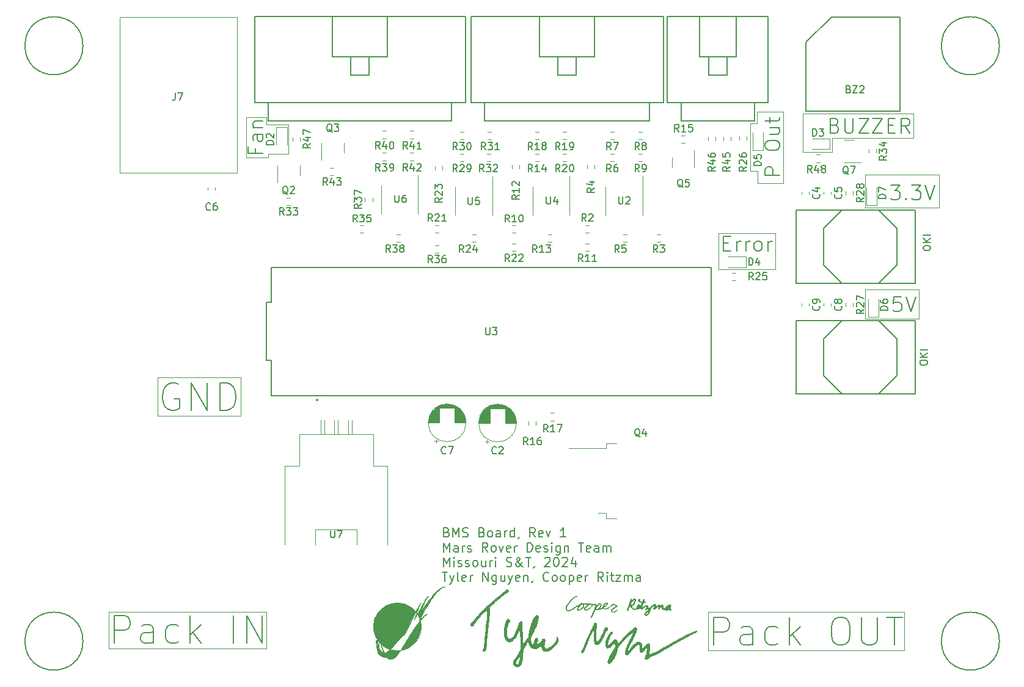
<source format=gbr>
G04 #@! TF.GenerationSoftware,KiCad,Pcbnew,7.0.7*
G04 #@! TF.CreationDate,2023-11-07T18:47:47-06:00*
G04 #@! TF.ProjectId,2024Rev1,32303234-5265-4763-912e-6b696361645f,rev?*
G04 #@! TF.SameCoordinates,Original*
G04 #@! TF.FileFunction,Legend,Top*
G04 #@! TF.FilePolarity,Positive*
%FSLAX46Y46*%
G04 Gerber Fmt 4.6, Leading zero omitted, Abs format (unit mm)*
G04 Created by KiCad (PCBNEW 7.0.7) date 2023-11-07 18:47:47*
%MOMM*%
%LPD*%
G01*
G04 APERTURE LIST*
%ADD10C,0.120000*%
%ADD11C,0.150000*%
%ADD12C,0.010000*%
%ADD13C,0.127000*%
%ADD14C,0.200000*%
G04 APERTURE END LIST*
D10*
X189992000Y-119380000D02*
X217170000Y-119380000D01*
X217170000Y-124714000D01*
X189992000Y-124714000D01*
X189992000Y-119380000D01*
X131826000Y-55880000D02*
X131826000Y-51816000D01*
X196850000Y-59944000D02*
X200406000Y-59944000D01*
X125984000Y-56388000D02*
X129032000Y-56388000D01*
X200406000Y-50038000D02*
X196723000Y-50038000D01*
X199263000Y-66929000D02*
X191389000Y-66929000D01*
X203073000Y-55626000D02*
X207137000Y-55626000D01*
X203073000Y-53340000D02*
X203073000Y-55626000D01*
X106934000Y-119380000D02*
X128778000Y-119380000D01*
X128778000Y-124460000D01*
X106934000Y-124460000D01*
X106934000Y-119380000D01*
X207137000Y-55626000D02*
X207137000Y-53721000D01*
X196723000Y-51689000D02*
X195834000Y-51689000D01*
X128778000Y-51816000D02*
X128778000Y-50800000D01*
X196850000Y-58293000D02*
X196850000Y-59944000D01*
X203073000Y-50292000D02*
X203073000Y-53340000D01*
X219202000Y-78740000D02*
X219202000Y-74676000D01*
X200406000Y-59944000D02*
X200406000Y-50038000D01*
X131826000Y-51816000D02*
X128778000Y-51816000D01*
X211709000Y-58801000D02*
X211709000Y-63373000D01*
X207137000Y-53721000D02*
X218440000Y-53721000D01*
X211709000Y-78740000D02*
X219202000Y-78740000D01*
X113665000Y-86868000D02*
X125222000Y-86868000D01*
X125222000Y-92202000D01*
X113665000Y-92202000D01*
X113665000Y-86868000D01*
X195834000Y-58293000D02*
X196850000Y-58293000D01*
X196723000Y-50038000D02*
X196723000Y-51689000D01*
X219202000Y-74676000D02*
X211709000Y-74676000D01*
X211709000Y-63373000D02*
X221996000Y-63373000D01*
X218440000Y-50292000D02*
X203073000Y-50292000D01*
X191389000Y-71882000D02*
X199263000Y-71882000D01*
X131826000Y-55880000D02*
X129032000Y-55880000D01*
X218440000Y-53721000D02*
X218440000Y-50292000D01*
X211709000Y-74676000D02*
X211709000Y-78740000D01*
X199263000Y-71882000D02*
X199263000Y-66929000D01*
X221996000Y-63373000D02*
X221996000Y-58801000D01*
X195834000Y-51689000D02*
X195834000Y-58293000D01*
X191389000Y-66929000D02*
X191389000Y-71882000D01*
X129032000Y-56388000D02*
X129032000Y-55880000D01*
X125984000Y-50800000D02*
X125984000Y-56388000D01*
X128778000Y-50800000D02*
X125984000Y-50800000D01*
X221996000Y-58801000D02*
X211709000Y-58801000D01*
D11*
X192098493Y-68275140D02*
X192775826Y-68275140D01*
X193066112Y-69339521D02*
X192098493Y-69339521D01*
X192098493Y-69339521D02*
X192098493Y-67307521D01*
X192098493Y-67307521D02*
X193066112Y-67307521D01*
X193936969Y-69339521D02*
X193936969Y-67984855D01*
X193936969Y-68371902D02*
X194033731Y-68178379D01*
X194033731Y-68178379D02*
X194130493Y-68081617D01*
X194130493Y-68081617D02*
X194324017Y-67984855D01*
X194324017Y-67984855D02*
X194517540Y-67984855D01*
X195194874Y-69339521D02*
X195194874Y-67984855D01*
X195194874Y-68371902D02*
X195291636Y-68178379D01*
X195291636Y-68178379D02*
X195388398Y-68081617D01*
X195388398Y-68081617D02*
X195581922Y-67984855D01*
X195581922Y-67984855D02*
X195775445Y-67984855D01*
X196743065Y-69339521D02*
X196549541Y-69242760D01*
X196549541Y-69242760D02*
X196452779Y-69145998D01*
X196452779Y-69145998D02*
X196356017Y-68952474D01*
X196356017Y-68952474D02*
X196356017Y-68371902D01*
X196356017Y-68371902D02*
X196452779Y-68178379D01*
X196452779Y-68178379D02*
X196549541Y-68081617D01*
X196549541Y-68081617D02*
X196743065Y-67984855D01*
X196743065Y-67984855D02*
X197033350Y-67984855D01*
X197033350Y-67984855D02*
X197226874Y-68081617D01*
X197226874Y-68081617D02*
X197323636Y-68178379D01*
X197323636Y-68178379D02*
X197420398Y-68371902D01*
X197420398Y-68371902D02*
X197420398Y-68952474D01*
X197420398Y-68952474D02*
X197323636Y-69145998D01*
X197323636Y-69145998D02*
X197226874Y-69242760D01*
X197226874Y-69242760D02*
X197033350Y-69339521D01*
X197033350Y-69339521D02*
X196743065Y-69339521D01*
X198291255Y-69339521D02*
X198291255Y-67984855D01*
X198291255Y-68371902D02*
X198388017Y-68178379D01*
X198388017Y-68178379D02*
X198484779Y-68081617D01*
X198484779Y-68081617D02*
X198678303Y-67984855D01*
X198678303Y-67984855D02*
X198871826Y-67984855D01*
X107685826Y-123731928D02*
X107685826Y-119921928D01*
X107685826Y-119921928D02*
X109137255Y-119921928D01*
X109137255Y-119921928D02*
X109500112Y-120103357D01*
X109500112Y-120103357D02*
X109681541Y-120284785D01*
X109681541Y-120284785D02*
X109862969Y-120647642D01*
X109862969Y-120647642D02*
X109862969Y-121191928D01*
X109862969Y-121191928D02*
X109681541Y-121554785D01*
X109681541Y-121554785D02*
X109500112Y-121736214D01*
X109500112Y-121736214D02*
X109137255Y-121917642D01*
X109137255Y-121917642D02*
X107685826Y-121917642D01*
X113128684Y-123731928D02*
X113128684Y-121736214D01*
X113128684Y-121736214D02*
X112947255Y-121373357D01*
X112947255Y-121373357D02*
X112584398Y-121191928D01*
X112584398Y-121191928D02*
X111858684Y-121191928D01*
X111858684Y-121191928D02*
X111495826Y-121373357D01*
X113128684Y-123550500D02*
X112765826Y-123731928D01*
X112765826Y-123731928D02*
X111858684Y-123731928D01*
X111858684Y-123731928D02*
X111495826Y-123550500D01*
X111495826Y-123550500D02*
X111314398Y-123187642D01*
X111314398Y-123187642D02*
X111314398Y-122824785D01*
X111314398Y-122824785D02*
X111495826Y-122461928D01*
X111495826Y-122461928D02*
X111858684Y-122280500D01*
X111858684Y-122280500D02*
X112765826Y-122280500D01*
X112765826Y-122280500D02*
X113128684Y-122099071D01*
X116575827Y-123550500D02*
X116212969Y-123731928D01*
X116212969Y-123731928D02*
X115487255Y-123731928D01*
X115487255Y-123731928D02*
X115124398Y-123550500D01*
X115124398Y-123550500D02*
X114942969Y-123369071D01*
X114942969Y-123369071D02*
X114761541Y-123006214D01*
X114761541Y-123006214D02*
X114761541Y-121917642D01*
X114761541Y-121917642D02*
X114942969Y-121554785D01*
X114942969Y-121554785D02*
X115124398Y-121373357D01*
X115124398Y-121373357D02*
X115487255Y-121191928D01*
X115487255Y-121191928D02*
X116212969Y-121191928D01*
X116212969Y-121191928D02*
X116575827Y-121373357D01*
X118208683Y-123731928D02*
X118208683Y-119921928D01*
X118571541Y-122280500D02*
X119660112Y-123731928D01*
X119660112Y-121191928D02*
X118208683Y-122643357D01*
X124195826Y-123731928D02*
X124195826Y-119921928D01*
X126010112Y-123731928D02*
X126010112Y-119921928D01*
X126010112Y-119921928D02*
X128187255Y-123731928D01*
X128187255Y-123731928D02*
X128187255Y-119921928D01*
X199895521Y-58853506D02*
X197863521Y-58853506D01*
X197863521Y-58853506D02*
X197863521Y-58079411D01*
X197863521Y-58079411D02*
X197960283Y-57885887D01*
X197960283Y-57885887D02*
X198057045Y-57789125D01*
X198057045Y-57789125D02*
X198250569Y-57692363D01*
X198250569Y-57692363D02*
X198540855Y-57692363D01*
X198540855Y-57692363D02*
X198734379Y-57789125D01*
X198734379Y-57789125D02*
X198831140Y-57885887D01*
X198831140Y-57885887D02*
X198927902Y-58079411D01*
X198927902Y-58079411D02*
X198927902Y-58853506D01*
X197863521Y-54886268D02*
X197863521Y-54499221D01*
X197863521Y-54499221D02*
X197960283Y-54305697D01*
X197960283Y-54305697D02*
X198153807Y-54112173D01*
X198153807Y-54112173D02*
X198540855Y-54015411D01*
X198540855Y-54015411D02*
X199218188Y-54015411D01*
X199218188Y-54015411D02*
X199605236Y-54112173D01*
X199605236Y-54112173D02*
X199798760Y-54305697D01*
X199798760Y-54305697D02*
X199895521Y-54499221D01*
X199895521Y-54499221D02*
X199895521Y-54886268D01*
X199895521Y-54886268D02*
X199798760Y-55079792D01*
X199798760Y-55079792D02*
X199605236Y-55273316D01*
X199605236Y-55273316D02*
X199218188Y-55370078D01*
X199218188Y-55370078D02*
X198540855Y-55370078D01*
X198540855Y-55370078D02*
X198153807Y-55273316D01*
X198153807Y-55273316D02*
X197960283Y-55079792D01*
X197960283Y-55079792D02*
X197863521Y-54886268D01*
X198540855Y-52273697D02*
X199895521Y-52273697D01*
X198540855Y-53144554D02*
X199605236Y-53144554D01*
X199605236Y-53144554D02*
X199798760Y-53047792D01*
X199798760Y-53047792D02*
X199895521Y-52854268D01*
X199895521Y-52854268D02*
X199895521Y-52563983D01*
X199895521Y-52563983D02*
X199798760Y-52370459D01*
X199798760Y-52370459D02*
X199701998Y-52273697D01*
X198540855Y-51596364D02*
X198540855Y-50822268D01*
X197863521Y-51306078D02*
X199605236Y-51306078D01*
X199605236Y-51306078D02*
X199798760Y-51209316D01*
X199798760Y-51209316D02*
X199895521Y-51015792D01*
X199895521Y-51015792D02*
X199895521Y-50822268D01*
X153732398Y-108353438D02*
X153913826Y-108413914D01*
X153913826Y-108413914D02*
X153974303Y-108474390D01*
X153974303Y-108474390D02*
X154034779Y-108595342D01*
X154034779Y-108595342D02*
X154034779Y-108776771D01*
X154034779Y-108776771D02*
X153974303Y-108897723D01*
X153974303Y-108897723D02*
X153913826Y-108958200D01*
X153913826Y-108958200D02*
X153792874Y-109018676D01*
X153792874Y-109018676D02*
X153309064Y-109018676D01*
X153309064Y-109018676D02*
X153309064Y-107748676D01*
X153309064Y-107748676D02*
X153732398Y-107748676D01*
X153732398Y-107748676D02*
X153853350Y-107809152D01*
X153853350Y-107809152D02*
X153913826Y-107869628D01*
X153913826Y-107869628D02*
X153974303Y-107990580D01*
X153974303Y-107990580D02*
X153974303Y-108111533D01*
X153974303Y-108111533D02*
X153913826Y-108232485D01*
X153913826Y-108232485D02*
X153853350Y-108292961D01*
X153853350Y-108292961D02*
X153732398Y-108353438D01*
X153732398Y-108353438D02*
X153309064Y-108353438D01*
X154579064Y-109018676D02*
X154579064Y-107748676D01*
X154579064Y-107748676D02*
X155002398Y-108655819D01*
X155002398Y-108655819D02*
X155425731Y-107748676D01*
X155425731Y-107748676D02*
X155425731Y-109018676D01*
X155970017Y-108958200D02*
X156151446Y-109018676D01*
X156151446Y-109018676D02*
X156453827Y-109018676D01*
X156453827Y-109018676D02*
X156574779Y-108958200D01*
X156574779Y-108958200D02*
X156635255Y-108897723D01*
X156635255Y-108897723D02*
X156695732Y-108776771D01*
X156695732Y-108776771D02*
X156695732Y-108655819D01*
X156695732Y-108655819D02*
X156635255Y-108534866D01*
X156635255Y-108534866D02*
X156574779Y-108474390D01*
X156574779Y-108474390D02*
X156453827Y-108413914D01*
X156453827Y-108413914D02*
X156211922Y-108353438D01*
X156211922Y-108353438D02*
X156090970Y-108292961D01*
X156090970Y-108292961D02*
X156030493Y-108232485D01*
X156030493Y-108232485D02*
X155970017Y-108111533D01*
X155970017Y-108111533D02*
X155970017Y-107990580D01*
X155970017Y-107990580D02*
X156030493Y-107869628D01*
X156030493Y-107869628D02*
X156090970Y-107809152D01*
X156090970Y-107809152D02*
X156211922Y-107748676D01*
X156211922Y-107748676D02*
X156514303Y-107748676D01*
X156514303Y-107748676D02*
X156695732Y-107809152D01*
X158630970Y-108353438D02*
X158812398Y-108413914D01*
X158812398Y-108413914D02*
X158872875Y-108474390D01*
X158872875Y-108474390D02*
X158933351Y-108595342D01*
X158933351Y-108595342D02*
X158933351Y-108776771D01*
X158933351Y-108776771D02*
X158872875Y-108897723D01*
X158872875Y-108897723D02*
X158812398Y-108958200D01*
X158812398Y-108958200D02*
X158691446Y-109018676D01*
X158691446Y-109018676D02*
X158207636Y-109018676D01*
X158207636Y-109018676D02*
X158207636Y-107748676D01*
X158207636Y-107748676D02*
X158630970Y-107748676D01*
X158630970Y-107748676D02*
X158751922Y-107809152D01*
X158751922Y-107809152D02*
X158812398Y-107869628D01*
X158812398Y-107869628D02*
X158872875Y-107990580D01*
X158872875Y-107990580D02*
X158872875Y-108111533D01*
X158872875Y-108111533D02*
X158812398Y-108232485D01*
X158812398Y-108232485D02*
X158751922Y-108292961D01*
X158751922Y-108292961D02*
X158630970Y-108353438D01*
X158630970Y-108353438D02*
X158207636Y-108353438D01*
X159659065Y-109018676D02*
X159538113Y-108958200D01*
X159538113Y-108958200D02*
X159477636Y-108897723D01*
X159477636Y-108897723D02*
X159417160Y-108776771D01*
X159417160Y-108776771D02*
X159417160Y-108413914D01*
X159417160Y-108413914D02*
X159477636Y-108292961D01*
X159477636Y-108292961D02*
X159538113Y-108232485D01*
X159538113Y-108232485D02*
X159659065Y-108172009D01*
X159659065Y-108172009D02*
X159840494Y-108172009D01*
X159840494Y-108172009D02*
X159961446Y-108232485D01*
X159961446Y-108232485D02*
X160021922Y-108292961D01*
X160021922Y-108292961D02*
X160082398Y-108413914D01*
X160082398Y-108413914D02*
X160082398Y-108776771D01*
X160082398Y-108776771D02*
X160021922Y-108897723D01*
X160021922Y-108897723D02*
X159961446Y-108958200D01*
X159961446Y-108958200D02*
X159840494Y-109018676D01*
X159840494Y-109018676D02*
X159659065Y-109018676D01*
X161170970Y-109018676D02*
X161170970Y-108353438D01*
X161170970Y-108353438D02*
X161110494Y-108232485D01*
X161110494Y-108232485D02*
X160989542Y-108172009D01*
X160989542Y-108172009D02*
X160747637Y-108172009D01*
X160747637Y-108172009D02*
X160626684Y-108232485D01*
X161170970Y-108958200D02*
X161050018Y-109018676D01*
X161050018Y-109018676D02*
X160747637Y-109018676D01*
X160747637Y-109018676D02*
X160626684Y-108958200D01*
X160626684Y-108958200D02*
X160566208Y-108837247D01*
X160566208Y-108837247D02*
X160566208Y-108716295D01*
X160566208Y-108716295D02*
X160626684Y-108595342D01*
X160626684Y-108595342D02*
X160747637Y-108534866D01*
X160747637Y-108534866D02*
X161050018Y-108534866D01*
X161050018Y-108534866D02*
X161170970Y-108474390D01*
X161775732Y-109018676D02*
X161775732Y-108172009D01*
X161775732Y-108413914D02*
X161836209Y-108292961D01*
X161836209Y-108292961D02*
X161896685Y-108232485D01*
X161896685Y-108232485D02*
X162017637Y-108172009D01*
X162017637Y-108172009D02*
X162138590Y-108172009D01*
X163106208Y-109018676D02*
X163106208Y-107748676D01*
X163106208Y-108958200D02*
X162985256Y-109018676D01*
X162985256Y-109018676D02*
X162743351Y-109018676D01*
X162743351Y-109018676D02*
X162622399Y-108958200D01*
X162622399Y-108958200D02*
X162561922Y-108897723D01*
X162561922Y-108897723D02*
X162501446Y-108776771D01*
X162501446Y-108776771D02*
X162501446Y-108413914D01*
X162501446Y-108413914D02*
X162561922Y-108292961D01*
X162561922Y-108292961D02*
X162622399Y-108232485D01*
X162622399Y-108232485D02*
X162743351Y-108172009D01*
X162743351Y-108172009D02*
X162985256Y-108172009D01*
X162985256Y-108172009D02*
X163106208Y-108232485D01*
X163771447Y-108958200D02*
X163771447Y-109018676D01*
X163771447Y-109018676D02*
X163710970Y-109139628D01*
X163710970Y-109139628D02*
X163650494Y-109200104D01*
X166009066Y-109018676D02*
X165585732Y-108413914D01*
X165283351Y-109018676D02*
X165283351Y-107748676D01*
X165283351Y-107748676D02*
X165767161Y-107748676D01*
X165767161Y-107748676D02*
X165888113Y-107809152D01*
X165888113Y-107809152D02*
X165948590Y-107869628D01*
X165948590Y-107869628D02*
X166009066Y-107990580D01*
X166009066Y-107990580D02*
X166009066Y-108172009D01*
X166009066Y-108172009D02*
X165948590Y-108292961D01*
X165948590Y-108292961D02*
X165888113Y-108353438D01*
X165888113Y-108353438D02*
X165767161Y-108413914D01*
X165767161Y-108413914D02*
X165283351Y-108413914D01*
X167037161Y-108958200D02*
X166916209Y-109018676D01*
X166916209Y-109018676D02*
X166674304Y-109018676D01*
X166674304Y-109018676D02*
X166553351Y-108958200D01*
X166553351Y-108958200D02*
X166492875Y-108837247D01*
X166492875Y-108837247D02*
X166492875Y-108353438D01*
X166492875Y-108353438D02*
X166553351Y-108232485D01*
X166553351Y-108232485D02*
X166674304Y-108172009D01*
X166674304Y-108172009D02*
X166916209Y-108172009D01*
X166916209Y-108172009D02*
X167037161Y-108232485D01*
X167037161Y-108232485D02*
X167097637Y-108353438D01*
X167097637Y-108353438D02*
X167097637Y-108474390D01*
X167097637Y-108474390D02*
X166492875Y-108595342D01*
X167520970Y-108172009D02*
X167823351Y-109018676D01*
X167823351Y-109018676D02*
X168125732Y-108172009D01*
X170242399Y-109018676D02*
X169516684Y-109018676D01*
X169879541Y-109018676D02*
X169879541Y-107748676D01*
X169879541Y-107748676D02*
X169758589Y-107930104D01*
X169758589Y-107930104D02*
X169637637Y-108051057D01*
X169637637Y-108051057D02*
X169516684Y-108111533D01*
X153309064Y-111063376D02*
X153309064Y-109793376D01*
X153309064Y-109793376D02*
X153732398Y-110700519D01*
X153732398Y-110700519D02*
X154155731Y-109793376D01*
X154155731Y-109793376D02*
X154155731Y-111063376D01*
X155304779Y-111063376D02*
X155304779Y-110398138D01*
X155304779Y-110398138D02*
X155244303Y-110277185D01*
X155244303Y-110277185D02*
X155123351Y-110216709D01*
X155123351Y-110216709D02*
X154881446Y-110216709D01*
X154881446Y-110216709D02*
X154760493Y-110277185D01*
X155304779Y-111002900D02*
X155183827Y-111063376D01*
X155183827Y-111063376D02*
X154881446Y-111063376D01*
X154881446Y-111063376D02*
X154760493Y-111002900D01*
X154760493Y-111002900D02*
X154700017Y-110881947D01*
X154700017Y-110881947D02*
X154700017Y-110760995D01*
X154700017Y-110760995D02*
X154760493Y-110640042D01*
X154760493Y-110640042D02*
X154881446Y-110579566D01*
X154881446Y-110579566D02*
X155183827Y-110579566D01*
X155183827Y-110579566D02*
X155304779Y-110519090D01*
X155909541Y-111063376D02*
X155909541Y-110216709D01*
X155909541Y-110458614D02*
X155970018Y-110337661D01*
X155970018Y-110337661D02*
X156030494Y-110277185D01*
X156030494Y-110277185D02*
X156151446Y-110216709D01*
X156151446Y-110216709D02*
X156272399Y-110216709D01*
X156635255Y-111002900D02*
X156756208Y-111063376D01*
X156756208Y-111063376D02*
X156998112Y-111063376D01*
X156998112Y-111063376D02*
X157119065Y-111002900D01*
X157119065Y-111002900D02*
X157179541Y-110881947D01*
X157179541Y-110881947D02*
X157179541Y-110821471D01*
X157179541Y-110821471D02*
X157119065Y-110700519D01*
X157119065Y-110700519D02*
X156998112Y-110640042D01*
X156998112Y-110640042D02*
X156816684Y-110640042D01*
X156816684Y-110640042D02*
X156695731Y-110579566D01*
X156695731Y-110579566D02*
X156635255Y-110458614D01*
X156635255Y-110458614D02*
X156635255Y-110398138D01*
X156635255Y-110398138D02*
X156695731Y-110277185D01*
X156695731Y-110277185D02*
X156816684Y-110216709D01*
X156816684Y-110216709D02*
X156998112Y-110216709D01*
X156998112Y-110216709D02*
X157119065Y-110277185D01*
X159417160Y-111063376D02*
X158993826Y-110458614D01*
X158691445Y-111063376D02*
X158691445Y-109793376D01*
X158691445Y-109793376D02*
X159175255Y-109793376D01*
X159175255Y-109793376D02*
X159296207Y-109853852D01*
X159296207Y-109853852D02*
X159356684Y-109914328D01*
X159356684Y-109914328D02*
X159417160Y-110035280D01*
X159417160Y-110035280D02*
X159417160Y-110216709D01*
X159417160Y-110216709D02*
X159356684Y-110337661D01*
X159356684Y-110337661D02*
X159296207Y-110398138D01*
X159296207Y-110398138D02*
X159175255Y-110458614D01*
X159175255Y-110458614D02*
X158691445Y-110458614D01*
X160142874Y-111063376D02*
X160021922Y-111002900D01*
X160021922Y-111002900D02*
X159961445Y-110942423D01*
X159961445Y-110942423D02*
X159900969Y-110821471D01*
X159900969Y-110821471D02*
X159900969Y-110458614D01*
X159900969Y-110458614D02*
X159961445Y-110337661D01*
X159961445Y-110337661D02*
X160021922Y-110277185D01*
X160021922Y-110277185D02*
X160142874Y-110216709D01*
X160142874Y-110216709D02*
X160324303Y-110216709D01*
X160324303Y-110216709D02*
X160445255Y-110277185D01*
X160445255Y-110277185D02*
X160505731Y-110337661D01*
X160505731Y-110337661D02*
X160566207Y-110458614D01*
X160566207Y-110458614D02*
X160566207Y-110821471D01*
X160566207Y-110821471D02*
X160505731Y-110942423D01*
X160505731Y-110942423D02*
X160445255Y-111002900D01*
X160445255Y-111002900D02*
X160324303Y-111063376D01*
X160324303Y-111063376D02*
X160142874Y-111063376D01*
X160989541Y-110216709D02*
X161291922Y-111063376D01*
X161291922Y-111063376D02*
X161594303Y-110216709D01*
X162561922Y-111002900D02*
X162440970Y-111063376D01*
X162440970Y-111063376D02*
X162199065Y-111063376D01*
X162199065Y-111063376D02*
X162078112Y-111002900D01*
X162078112Y-111002900D02*
X162017636Y-110881947D01*
X162017636Y-110881947D02*
X162017636Y-110398138D01*
X162017636Y-110398138D02*
X162078112Y-110277185D01*
X162078112Y-110277185D02*
X162199065Y-110216709D01*
X162199065Y-110216709D02*
X162440970Y-110216709D01*
X162440970Y-110216709D02*
X162561922Y-110277185D01*
X162561922Y-110277185D02*
X162622398Y-110398138D01*
X162622398Y-110398138D02*
X162622398Y-110519090D01*
X162622398Y-110519090D02*
X162017636Y-110640042D01*
X163166683Y-111063376D02*
X163166683Y-110216709D01*
X163166683Y-110458614D02*
X163227160Y-110337661D01*
X163227160Y-110337661D02*
X163287636Y-110277185D01*
X163287636Y-110277185D02*
X163408588Y-110216709D01*
X163408588Y-110216709D02*
X163529541Y-110216709D01*
X164920492Y-111063376D02*
X164920492Y-109793376D01*
X164920492Y-109793376D02*
X165222873Y-109793376D01*
X165222873Y-109793376D02*
X165404302Y-109853852D01*
X165404302Y-109853852D02*
X165525254Y-109974804D01*
X165525254Y-109974804D02*
X165585731Y-110095757D01*
X165585731Y-110095757D02*
X165646207Y-110337661D01*
X165646207Y-110337661D02*
X165646207Y-110519090D01*
X165646207Y-110519090D02*
X165585731Y-110760995D01*
X165585731Y-110760995D02*
X165525254Y-110881947D01*
X165525254Y-110881947D02*
X165404302Y-111002900D01*
X165404302Y-111002900D02*
X165222873Y-111063376D01*
X165222873Y-111063376D02*
X164920492Y-111063376D01*
X166674302Y-111002900D02*
X166553350Y-111063376D01*
X166553350Y-111063376D02*
X166311445Y-111063376D01*
X166311445Y-111063376D02*
X166190492Y-111002900D01*
X166190492Y-111002900D02*
X166130016Y-110881947D01*
X166130016Y-110881947D02*
X166130016Y-110398138D01*
X166130016Y-110398138D02*
X166190492Y-110277185D01*
X166190492Y-110277185D02*
X166311445Y-110216709D01*
X166311445Y-110216709D02*
X166553350Y-110216709D01*
X166553350Y-110216709D02*
X166674302Y-110277185D01*
X166674302Y-110277185D02*
X166734778Y-110398138D01*
X166734778Y-110398138D02*
X166734778Y-110519090D01*
X166734778Y-110519090D02*
X166130016Y-110640042D01*
X167218587Y-111002900D02*
X167339540Y-111063376D01*
X167339540Y-111063376D02*
X167581444Y-111063376D01*
X167581444Y-111063376D02*
X167702397Y-111002900D01*
X167702397Y-111002900D02*
X167762873Y-110881947D01*
X167762873Y-110881947D02*
X167762873Y-110821471D01*
X167762873Y-110821471D02*
X167702397Y-110700519D01*
X167702397Y-110700519D02*
X167581444Y-110640042D01*
X167581444Y-110640042D02*
X167400016Y-110640042D01*
X167400016Y-110640042D02*
X167279063Y-110579566D01*
X167279063Y-110579566D02*
X167218587Y-110458614D01*
X167218587Y-110458614D02*
X167218587Y-110398138D01*
X167218587Y-110398138D02*
X167279063Y-110277185D01*
X167279063Y-110277185D02*
X167400016Y-110216709D01*
X167400016Y-110216709D02*
X167581444Y-110216709D01*
X167581444Y-110216709D02*
X167702397Y-110277185D01*
X168307158Y-111063376D02*
X168307158Y-110216709D01*
X168307158Y-109793376D02*
X168246682Y-109853852D01*
X168246682Y-109853852D02*
X168307158Y-109914328D01*
X168307158Y-109914328D02*
X168367635Y-109853852D01*
X168367635Y-109853852D02*
X168307158Y-109793376D01*
X168307158Y-109793376D02*
X168307158Y-109914328D01*
X169456206Y-110216709D02*
X169456206Y-111244804D01*
X169456206Y-111244804D02*
X169395730Y-111365757D01*
X169395730Y-111365757D02*
X169335254Y-111426233D01*
X169335254Y-111426233D02*
X169214301Y-111486709D01*
X169214301Y-111486709D02*
X169032873Y-111486709D01*
X169032873Y-111486709D02*
X168911920Y-111426233D01*
X169456206Y-111002900D02*
X169335254Y-111063376D01*
X169335254Y-111063376D02*
X169093349Y-111063376D01*
X169093349Y-111063376D02*
X168972397Y-111002900D01*
X168972397Y-111002900D02*
X168911920Y-110942423D01*
X168911920Y-110942423D02*
X168851444Y-110821471D01*
X168851444Y-110821471D02*
X168851444Y-110458614D01*
X168851444Y-110458614D02*
X168911920Y-110337661D01*
X168911920Y-110337661D02*
X168972397Y-110277185D01*
X168972397Y-110277185D02*
X169093349Y-110216709D01*
X169093349Y-110216709D02*
X169335254Y-110216709D01*
X169335254Y-110216709D02*
X169456206Y-110277185D01*
X170060968Y-110216709D02*
X170060968Y-111063376D01*
X170060968Y-110337661D02*
X170121445Y-110277185D01*
X170121445Y-110277185D02*
X170242397Y-110216709D01*
X170242397Y-110216709D02*
X170423826Y-110216709D01*
X170423826Y-110216709D02*
X170544778Y-110277185D01*
X170544778Y-110277185D02*
X170605254Y-110398138D01*
X170605254Y-110398138D02*
X170605254Y-111063376D01*
X171996207Y-109793376D02*
X172721921Y-109793376D01*
X172359064Y-111063376D02*
X172359064Y-109793376D01*
X173629064Y-111002900D02*
X173508112Y-111063376D01*
X173508112Y-111063376D02*
X173266207Y-111063376D01*
X173266207Y-111063376D02*
X173145254Y-111002900D01*
X173145254Y-111002900D02*
X173084778Y-110881947D01*
X173084778Y-110881947D02*
X173084778Y-110398138D01*
X173084778Y-110398138D02*
X173145254Y-110277185D01*
X173145254Y-110277185D02*
X173266207Y-110216709D01*
X173266207Y-110216709D02*
X173508112Y-110216709D01*
X173508112Y-110216709D02*
X173629064Y-110277185D01*
X173629064Y-110277185D02*
X173689540Y-110398138D01*
X173689540Y-110398138D02*
X173689540Y-110519090D01*
X173689540Y-110519090D02*
X173084778Y-110640042D01*
X174778111Y-111063376D02*
X174778111Y-110398138D01*
X174778111Y-110398138D02*
X174717635Y-110277185D01*
X174717635Y-110277185D02*
X174596683Y-110216709D01*
X174596683Y-110216709D02*
X174354778Y-110216709D01*
X174354778Y-110216709D02*
X174233825Y-110277185D01*
X174778111Y-111002900D02*
X174657159Y-111063376D01*
X174657159Y-111063376D02*
X174354778Y-111063376D01*
X174354778Y-111063376D02*
X174233825Y-111002900D01*
X174233825Y-111002900D02*
X174173349Y-110881947D01*
X174173349Y-110881947D02*
X174173349Y-110760995D01*
X174173349Y-110760995D02*
X174233825Y-110640042D01*
X174233825Y-110640042D02*
X174354778Y-110579566D01*
X174354778Y-110579566D02*
X174657159Y-110579566D01*
X174657159Y-110579566D02*
X174778111Y-110519090D01*
X175382873Y-111063376D02*
X175382873Y-110216709D01*
X175382873Y-110337661D02*
X175443350Y-110277185D01*
X175443350Y-110277185D02*
X175564302Y-110216709D01*
X175564302Y-110216709D02*
X175745731Y-110216709D01*
X175745731Y-110216709D02*
X175866683Y-110277185D01*
X175866683Y-110277185D02*
X175927159Y-110398138D01*
X175927159Y-110398138D02*
X175927159Y-111063376D01*
X175927159Y-110398138D02*
X175987635Y-110277185D01*
X175987635Y-110277185D02*
X176108588Y-110216709D01*
X176108588Y-110216709D02*
X176290016Y-110216709D01*
X176290016Y-110216709D02*
X176410969Y-110277185D01*
X176410969Y-110277185D02*
X176471445Y-110398138D01*
X176471445Y-110398138D02*
X176471445Y-111063376D01*
X153309064Y-113108076D02*
X153309064Y-111838076D01*
X153309064Y-111838076D02*
X153732398Y-112745219D01*
X153732398Y-112745219D02*
X154155731Y-111838076D01*
X154155731Y-111838076D02*
X154155731Y-113108076D01*
X154760493Y-113108076D02*
X154760493Y-112261409D01*
X154760493Y-111838076D02*
X154700017Y-111898552D01*
X154700017Y-111898552D02*
X154760493Y-111959028D01*
X154760493Y-111959028D02*
X154820970Y-111898552D01*
X154820970Y-111898552D02*
X154760493Y-111838076D01*
X154760493Y-111838076D02*
X154760493Y-111959028D01*
X155304779Y-113047600D02*
X155425732Y-113108076D01*
X155425732Y-113108076D02*
X155667636Y-113108076D01*
X155667636Y-113108076D02*
X155788589Y-113047600D01*
X155788589Y-113047600D02*
X155849065Y-112926647D01*
X155849065Y-112926647D02*
X155849065Y-112866171D01*
X155849065Y-112866171D02*
X155788589Y-112745219D01*
X155788589Y-112745219D02*
X155667636Y-112684742D01*
X155667636Y-112684742D02*
X155486208Y-112684742D01*
X155486208Y-112684742D02*
X155365255Y-112624266D01*
X155365255Y-112624266D02*
X155304779Y-112503314D01*
X155304779Y-112503314D02*
X155304779Y-112442838D01*
X155304779Y-112442838D02*
X155365255Y-112321885D01*
X155365255Y-112321885D02*
X155486208Y-112261409D01*
X155486208Y-112261409D02*
X155667636Y-112261409D01*
X155667636Y-112261409D02*
X155788589Y-112321885D01*
X156332874Y-113047600D02*
X156453827Y-113108076D01*
X156453827Y-113108076D02*
X156695731Y-113108076D01*
X156695731Y-113108076D02*
X156816684Y-113047600D01*
X156816684Y-113047600D02*
X156877160Y-112926647D01*
X156877160Y-112926647D02*
X156877160Y-112866171D01*
X156877160Y-112866171D02*
X156816684Y-112745219D01*
X156816684Y-112745219D02*
X156695731Y-112684742D01*
X156695731Y-112684742D02*
X156514303Y-112684742D01*
X156514303Y-112684742D02*
X156393350Y-112624266D01*
X156393350Y-112624266D02*
X156332874Y-112503314D01*
X156332874Y-112503314D02*
X156332874Y-112442838D01*
X156332874Y-112442838D02*
X156393350Y-112321885D01*
X156393350Y-112321885D02*
X156514303Y-112261409D01*
X156514303Y-112261409D02*
X156695731Y-112261409D01*
X156695731Y-112261409D02*
X156816684Y-112321885D01*
X157602874Y-113108076D02*
X157481922Y-113047600D01*
X157481922Y-113047600D02*
X157421445Y-112987123D01*
X157421445Y-112987123D02*
X157360969Y-112866171D01*
X157360969Y-112866171D02*
X157360969Y-112503314D01*
X157360969Y-112503314D02*
X157421445Y-112382361D01*
X157421445Y-112382361D02*
X157481922Y-112321885D01*
X157481922Y-112321885D02*
X157602874Y-112261409D01*
X157602874Y-112261409D02*
X157784303Y-112261409D01*
X157784303Y-112261409D02*
X157905255Y-112321885D01*
X157905255Y-112321885D02*
X157965731Y-112382361D01*
X157965731Y-112382361D02*
X158026207Y-112503314D01*
X158026207Y-112503314D02*
X158026207Y-112866171D01*
X158026207Y-112866171D02*
X157965731Y-112987123D01*
X157965731Y-112987123D02*
X157905255Y-113047600D01*
X157905255Y-113047600D02*
X157784303Y-113108076D01*
X157784303Y-113108076D02*
X157602874Y-113108076D01*
X159114779Y-112261409D02*
X159114779Y-113108076D01*
X158570493Y-112261409D02*
X158570493Y-112926647D01*
X158570493Y-112926647D02*
X158630970Y-113047600D01*
X158630970Y-113047600D02*
X158751922Y-113108076D01*
X158751922Y-113108076D02*
X158933351Y-113108076D01*
X158933351Y-113108076D02*
X159054303Y-113047600D01*
X159054303Y-113047600D02*
X159114779Y-112987123D01*
X159719541Y-113108076D02*
X159719541Y-112261409D01*
X159719541Y-112503314D02*
X159780018Y-112382361D01*
X159780018Y-112382361D02*
X159840494Y-112321885D01*
X159840494Y-112321885D02*
X159961446Y-112261409D01*
X159961446Y-112261409D02*
X160082399Y-112261409D01*
X160505731Y-113108076D02*
X160505731Y-112261409D01*
X160505731Y-111838076D02*
X160445255Y-111898552D01*
X160445255Y-111898552D02*
X160505731Y-111959028D01*
X160505731Y-111959028D02*
X160566208Y-111898552D01*
X160566208Y-111898552D02*
X160505731Y-111838076D01*
X160505731Y-111838076D02*
X160505731Y-111959028D01*
X162017636Y-113047600D02*
X162199065Y-113108076D01*
X162199065Y-113108076D02*
X162501446Y-113108076D01*
X162501446Y-113108076D02*
X162622398Y-113047600D01*
X162622398Y-113047600D02*
X162682874Y-112987123D01*
X162682874Y-112987123D02*
X162743351Y-112866171D01*
X162743351Y-112866171D02*
X162743351Y-112745219D01*
X162743351Y-112745219D02*
X162682874Y-112624266D01*
X162682874Y-112624266D02*
X162622398Y-112563790D01*
X162622398Y-112563790D02*
X162501446Y-112503314D01*
X162501446Y-112503314D02*
X162259541Y-112442838D01*
X162259541Y-112442838D02*
X162138589Y-112382361D01*
X162138589Y-112382361D02*
X162078112Y-112321885D01*
X162078112Y-112321885D02*
X162017636Y-112200933D01*
X162017636Y-112200933D02*
X162017636Y-112079980D01*
X162017636Y-112079980D02*
X162078112Y-111959028D01*
X162078112Y-111959028D02*
X162138589Y-111898552D01*
X162138589Y-111898552D02*
X162259541Y-111838076D01*
X162259541Y-111838076D02*
X162561922Y-111838076D01*
X162561922Y-111838076D02*
X162743351Y-111898552D01*
X164315732Y-113108076D02*
X164255256Y-113108076D01*
X164255256Y-113108076D02*
X164134303Y-113047600D01*
X164134303Y-113047600D02*
X163952875Y-112866171D01*
X163952875Y-112866171D02*
X163650494Y-112503314D01*
X163650494Y-112503314D02*
X163529541Y-112321885D01*
X163529541Y-112321885D02*
X163469065Y-112140457D01*
X163469065Y-112140457D02*
X163469065Y-112019504D01*
X163469065Y-112019504D02*
X163529541Y-111898552D01*
X163529541Y-111898552D02*
X163650494Y-111838076D01*
X163650494Y-111838076D02*
X163710970Y-111838076D01*
X163710970Y-111838076D02*
X163831922Y-111898552D01*
X163831922Y-111898552D02*
X163892398Y-112019504D01*
X163892398Y-112019504D02*
X163892398Y-112079980D01*
X163892398Y-112079980D02*
X163831922Y-112200933D01*
X163831922Y-112200933D02*
X163771446Y-112261409D01*
X163771446Y-112261409D02*
X163408589Y-112503314D01*
X163408589Y-112503314D02*
X163348113Y-112563790D01*
X163348113Y-112563790D02*
X163287636Y-112684742D01*
X163287636Y-112684742D02*
X163287636Y-112866171D01*
X163287636Y-112866171D02*
X163348113Y-112987123D01*
X163348113Y-112987123D02*
X163408589Y-113047600D01*
X163408589Y-113047600D02*
X163529541Y-113108076D01*
X163529541Y-113108076D02*
X163710970Y-113108076D01*
X163710970Y-113108076D02*
X163831922Y-113047600D01*
X163831922Y-113047600D02*
X163892398Y-112987123D01*
X163892398Y-112987123D02*
X164073827Y-112745219D01*
X164073827Y-112745219D02*
X164134303Y-112563790D01*
X164134303Y-112563790D02*
X164134303Y-112442838D01*
X164678589Y-111838076D02*
X165404303Y-111838076D01*
X165041446Y-113108076D02*
X165041446Y-111838076D01*
X165888113Y-113047600D02*
X165888113Y-113108076D01*
X165888113Y-113108076D02*
X165827636Y-113229028D01*
X165827636Y-113229028D02*
X165767160Y-113289504D01*
X167339541Y-111959028D02*
X167400017Y-111898552D01*
X167400017Y-111898552D02*
X167520970Y-111838076D01*
X167520970Y-111838076D02*
X167823351Y-111838076D01*
X167823351Y-111838076D02*
X167944303Y-111898552D01*
X167944303Y-111898552D02*
X168004779Y-111959028D01*
X168004779Y-111959028D02*
X168065256Y-112079980D01*
X168065256Y-112079980D02*
X168065256Y-112200933D01*
X168065256Y-112200933D02*
X168004779Y-112382361D01*
X168004779Y-112382361D02*
X167279065Y-113108076D01*
X167279065Y-113108076D02*
X168065256Y-113108076D01*
X168851446Y-111838076D02*
X168972399Y-111838076D01*
X168972399Y-111838076D02*
X169093351Y-111898552D01*
X169093351Y-111898552D02*
X169153827Y-111959028D01*
X169153827Y-111959028D02*
X169214303Y-112079980D01*
X169214303Y-112079980D02*
X169274780Y-112321885D01*
X169274780Y-112321885D02*
X169274780Y-112624266D01*
X169274780Y-112624266D02*
X169214303Y-112866171D01*
X169214303Y-112866171D02*
X169153827Y-112987123D01*
X169153827Y-112987123D02*
X169093351Y-113047600D01*
X169093351Y-113047600D02*
X168972399Y-113108076D01*
X168972399Y-113108076D02*
X168851446Y-113108076D01*
X168851446Y-113108076D02*
X168730494Y-113047600D01*
X168730494Y-113047600D02*
X168670018Y-112987123D01*
X168670018Y-112987123D02*
X168609541Y-112866171D01*
X168609541Y-112866171D02*
X168549065Y-112624266D01*
X168549065Y-112624266D02*
X168549065Y-112321885D01*
X168549065Y-112321885D02*
X168609541Y-112079980D01*
X168609541Y-112079980D02*
X168670018Y-111959028D01*
X168670018Y-111959028D02*
X168730494Y-111898552D01*
X168730494Y-111898552D02*
X168851446Y-111838076D01*
X169758589Y-111959028D02*
X169819065Y-111898552D01*
X169819065Y-111898552D02*
X169940018Y-111838076D01*
X169940018Y-111838076D02*
X170242399Y-111838076D01*
X170242399Y-111838076D02*
X170363351Y-111898552D01*
X170363351Y-111898552D02*
X170423827Y-111959028D01*
X170423827Y-111959028D02*
X170484304Y-112079980D01*
X170484304Y-112079980D02*
X170484304Y-112200933D01*
X170484304Y-112200933D02*
X170423827Y-112382361D01*
X170423827Y-112382361D02*
X169698113Y-113108076D01*
X169698113Y-113108076D02*
X170484304Y-113108076D01*
X171572875Y-112261409D02*
X171572875Y-113108076D01*
X171270494Y-111777600D02*
X170968113Y-112684742D01*
X170968113Y-112684742D02*
X171754304Y-112684742D01*
X153127636Y-113882776D02*
X153853350Y-113882776D01*
X153490493Y-115152776D02*
X153490493Y-113882776D01*
X154155731Y-114306109D02*
X154458112Y-115152776D01*
X154760493Y-114306109D02*
X154458112Y-115152776D01*
X154458112Y-115152776D02*
X154337160Y-115455157D01*
X154337160Y-115455157D02*
X154276683Y-115515633D01*
X154276683Y-115515633D02*
X154155731Y-115576109D01*
X155425731Y-115152776D02*
X155304779Y-115092300D01*
X155304779Y-115092300D02*
X155244302Y-114971347D01*
X155244302Y-114971347D02*
X155244302Y-113882776D01*
X156393350Y-115092300D02*
X156272398Y-115152776D01*
X156272398Y-115152776D02*
X156030493Y-115152776D01*
X156030493Y-115152776D02*
X155909540Y-115092300D01*
X155909540Y-115092300D02*
X155849064Y-114971347D01*
X155849064Y-114971347D02*
X155849064Y-114487538D01*
X155849064Y-114487538D02*
X155909540Y-114366585D01*
X155909540Y-114366585D02*
X156030493Y-114306109D01*
X156030493Y-114306109D02*
X156272398Y-114306109D01*
X156272398Y-114306109D02*
X156393350Y-114366585D01*
X156393350Y-114366585D02*
X156453826Y-114487538D01*
X156453826Y-114487538D02*
X156453826Y-114608490D01*
X156453826Y-114608490D02*
X155849064Y-114729442D01*
X156998111Y-115152776D02*
X156998111Y-114306109D01*
X156998111Y-114548014D02*
X157058588Y-114427061D01*
X157058588Y-114427061D02*
X157119064Y-114366585D01*
X157119064Y-114366585D02*
X157240016Y-114306109D01*
X157240016Y-114306109D02*
X157360969Y-114306109D01*
X158751920Y-115152776D02*
X158751920Y-113882776D01*
X158751920Y-113882776D02*
X159477635Y-115152776D01*
X159477635Y-115152776D02*
X159477635Y-113882776D01*
X160626682Y-114306109D02*
X160626682Y-115334204D01*
X160626682Y-115334204D02*
X160566206Y-115455157D01*
X160566206Y-115455157D02*
X160505730Y-115515633D01*
X160505730Y-115515633D02*
X160384777Y-115576109D01*
X160384777Y-115576109D02*
X160203349Y-115576109D01*
X160203349Y-115576109D02*
X160082396Y-115515633D01*
X160626682Y-115092300D02*
X160505730Y-115152776D01*
X160505730Y-115152776D02*
X160263825Y-115152776D01*
X160263825Y-115152776D02*
X160142873Y-115092300D01*
X160142873Y-115092300D02*
X160082396Y-115031823D01*
X160082396Y-115031823D02*
X160021920Y-114910871D01*
X160021920Y-114910871D02*
X160021920Y-114548014D01*
X160021920Y-114548014D02*
X160082396Y-114427061D01*
X160082396Y-114427061D02*
X160142873Y-114366585D01*
X160142873Y-114366585D02*
X160263825Y-114306109D01*
X160263825Y-114306109D02*
X160505730Y-114306109D01*
X160505730Y-114306109D02*
X160626682Y-114366585D01*
X161775730Y-114306109D02*
X161775730Y-115152776D01*
X161231444Y-114306109D02*
X161231444Y-114971347D01*
X161231444Y-114971347D02*
X161291921Y-115092300D01*
X161291921Y-115092300D02*
X161412873Y-115152776D01*
X161412873Y-115152776D02*
X161594302Y-115152776D01*
X161594302Y-115152776D02*
X161715254Y-115092300D01*
X161715254Y-115092300D02*
X161775730Y-115031823D01*
X162259540Y-114306109D02*
X162561921Y-115152776D01*
X162864302Y-114306109D02*
X162561921Y-115152776D01*
X162561921Y-115152776D02*
X162440969Y-115455157D01*
X162440969Y-115455157D02*
X162380492Y-115515633D01*
X162380492Y-115515633D02*
X162259540Y-115576109D01*
X163831921Y-115092300D02*
X163710969Y-115152776D01*
X163710969Y-115152776D02*
X163469064Y-115152776D01*
X163469064Y-115152776D02*
X163348111Y-115092300D01*
X163348111Y-115092300D02*
X163287635Y-114971347D01*
X163287635Y-114971347D02*
X163287635Y-114487538D01*
X163287635Y-114487538D02*
X163348111Y-114366585D01*
X163348111Y-114366585D02*
X163469064Y-114306109D01*
X163469064Y-114306109D02*
X163710969Y-114306109D01*
X163710969Y-114306109D02*
X163831921Y-114366585D01*
X163831921Y-114366585D02*
X163892397Y-114487538D01*
X163892397Y-114487538D02*
X163892397Y-114608490D01*
X163892397Y-114608490D02*
X163287635Y-114729442D01*
X164436682Y-114306109D02*
X164436682Y-115152776D01*
X164436682Y-114427061D02*
X164497159Y-114366585D01*
X164497159Y-114366585D02*
X164618111Y-114306109D01*
X164618111Y-114306109D02*
X164799540Y-114306109D01*
X164799540Y-114306109D02*
X164920492Y-114366585D01*
X164920492Y-114366585D02*
X164980968Y-114487538D01*
X164980968Y-114487538D02*
X164980968Y-115152776D01*
X165646207Y-115092300D02*
X165646207Y-115152776D01*
X165646207Y-115152776D02*
X165585730Y-115273728D01*
X165585730Y-115273728D02*
X165525254Y-115334204D01*
X167883826Y-115031823D02*
X167823350Y-115092300D01*
X167823350Y-115092300D02*
X167641921Y-115152776D01*
X167641921Y-115152776D02*
X167520969Y-115152776D01*
X167520969Y-115152776D02*
X167339540Y-115092300D01*
X167339540Y-115092300D02*
X167218588Y-114971347D01*
X167218588Y-114971347D02*
X167158111Y-114850395D01*
X167158111Y-114850395D02*
X167097635Y-114608490D01*
X167097635Y-114608490D02*
X167097635Y-114427061D01*
X167097635Y-114427061D02*
X167158111Y-114185157D01*
X167158111Y-114185157D02*
X167218588Y-114064204D01*
X167218588Y-114064204D02*
X167339540Y-113943252D01*
X167339540Y-113943252D02*
X167520969Y-113882776D01*
X167520969Y-113882776D02*
X167641921Y-113882776D01*
X167641921Y-113882776D02*
X167823350Y-113943252D01*
X167823350Y-113943252D02*
X167883826Y-114003728D01*
X168609540Y-115152776D02*
X168488588Y-115092300D01*
X168488588Y-115092300D02*
X168428111Y-115031823D01*
X168428111Y-115031823D02*
X168367635Y-114910871D01*
X168367635Y-114910871D02*
X168367635Y-114548014D01*
X168367635Y-114548014D02*
X168428111Y-114427061D01*
X168428111Y-114427061D02*
X168488588Y-114366585D01*
X168488588Y-114366585D02*
X168609540Y-114306109D01*
X168609540Y-114306109D02*
X168790969Y-114306109D01*
X168790969Y-114306109D02*
X168911921Y-114366585D01*
X168911921Y-114366585D02*
X168972397Y-114427061D01*
X168972397Y-114427061D02*
X169032873Y-114548014D01*
X169032873Y-114548014D02*
X169032873Y-114910871D01*
X169032873Y-114910871D02*
X168972397Y-115031823D01*
X168972397Y-115031823D02*
X168911921Y-115092300D01*
X168911921Y-115092300D02*
X168790969Y-115152776D01*
X168790969Y-115152776D02*
X168609540Y-115152776D01*
X169758588Y-115152776D02*
X169637636Y-115092300D01*
X169637636Y-115092300D02*
X169577159Y-115031823D01*
X169577159Y-115031823D02*
X169516683Y-114910871D01*
X169516683Y-114910871D02*
X169516683Y-114548014D01*
X169516683Y-114548014D02*
X169577159Y-114427061D01*
X169577159Y-114427061D02*
X169637636Y-114366585D01*
X169637636Y-114366585D02*
X169758588Y-114306109D01*
X169758588Y-114306109D02*
X169940017Y-114306109D01*
X169940017Y-114306109D02*
X170060969Y-114366585D01*
X170060969Y-114366585D02*
X170121445Y-114427061D01*
X170121445Y-114427061D02*
X170181921Y-114548014D01*
X170181921Y-114548014D02*
X170181921Y-114910871D01*
X170181921Y-114910871D02*
X170121445Y-115031823D01*
X170121445Y-115031823D02*
X170060969Y-115092300D01*
X170060969Y-115092300D02*
X169940017Y-115152776D01*
X169940017Y-115152776D02*
X169758588Y-115152776D01*
X170726207Y-114306109D02*
X170726207Y-115576109D01*
X170726207Y-114366585D02*
X170847160Y-114306109D01*
X170847160Y-114306109D02*
X171089065Y-114306109D01*
X171089065Y-114306109D02*
X171210017Y-114366585D01*
X171210017Y-114366585D02*
X171270493Y-114427061D01*
X171270493Y-114427061D02*
X171330969Y-114548014D01*
X171330969Y-114548014D02*
X171330969Y-114910871D01*
X171330969Y-114910871D02*
X171270493Y-115031823D01*
X171270493Y-115031823D02*
X171210017Y-115092300D01*
X171210017Y-115092300D02*
X171089065Y-115152776D01*
X171089065Y-115152776D02*
X170847160Y-115152776D01*
X170847160Y-115152776D02*
X170726207Y-115092300D01*
X172359065Y-115092300D02*
X172238113Y-115152776D01*
X172238113Y-115152776D02*
X171996208Y-115152776D01*
X171996208Y-115152776D02*
X171875255Y-115092300D01*
X171875255Y-115092300D02*
X171814779Y-114971347D01*
X171814779Y-114971347D02*
X171814779Y-114487538D01*
X171814779Y-114487538D02*
X171875255Y-114366585D01*
X171875255Y-114366585D02*
X171996208Y-114306109D01*
X171996208Y-114306109D02*
X172238113Y-114306109D01*
X172238113Y-114306109D02*
X172359065Y-114366585D01*
X172359065Y-114366585D02*
X172419541Y-114487538D01*
X172419541Y-114487538D02*
X172419541Y-114608490D01*
X172419541Y-114608490D02*
X171814779Y-114729442D01*
X172963826Y-115152776D02*
X172963826Y-114306109D01*
X172963826Y-114548014D02*
X173024303Y-114427061D01*
X173024303Y-114427061D02*
X173084779Y-114366585D01*
X173084779Y-114366585D02*
X173205731Y-114306109D01*
X173205731Y-114306109D02*
X173326684Y-114306109D01*
X175443350Y-115152776D02*
X175020016Y-114548014D01*
X174717635Y-115152776D02*
X174717635Y-113882776D01*
X174717635Y-113882776D02*
X175201445Y-113882776D01*
X175201445Y-113882776D02*
X175322397Y-113943252D01*
X175322397Y-113943252D02*
X175382874Y-114003728D01*
X175382874Y-114003728D02*
X175443350Y-114124680D01*
X175443350Y-114124680D02*
X175443350Y-114306109D01*
X175443350Y-114306109D02*
X175382874Y-114427061D01*
X175382874Y-114427061D02*
X175322397Y-114487538D01*
X175322397Y-114487538D02*
X175201445Y-114548014D01*
X175201445Y-114548014D02*
X174717635Y-114548014D01*
X175987635Y-115152776D02*
X175987635Y-114306109D01*
X175987635Y-113882776D02*
X175927159Y-113943252D01*
X175927159Y-113943252D02*
X175987635Y-114003728D01*
X175987635Y-114003728D02*
X176048112Y-113943252D01*
X176048112Y-113943252D02*
X175987635Y-113882776D01*
X175987635Y-113882776D02*
X175987635Y-114003728D01*
X176410969Y-114306109D02*
X176894778Y-114306109D01*
X176592397Y-113882776D02*
X176592397Y-114971347D01*
X176592397Y-114971347D02*
X176652874Y-115092300D01*
X176652874Y-115092300D02*
X176773826Y-115152776D01*
X176773826Y-115152776D02*
X176894778Y-115152776D01*
X177197159Y-114306109D02*
X177862397Y-114306109D01*
X177862397Y-114306109D02*
X177197159Y-115152776D01*
X177197159Y-115152776D02*
X177862397Y-115152776D01*
X178346206Y-115152776D02*
X178346206Y-114306109D01*
X178346206Y-114427061D02*
X178406683Y-114366585D01*
X178406683Y-114366585D02*
X178527635Y-114306109D01*
X178527635Y-114306109D02*
X178709064Y-114306109D01*
X178709064Y-114306109D02*
X178830016Y-114366585D01*
X178830016Y-114366585D02*
X178890492Y-114487538D01*
X178890492Y-114487538D02*
X178890492Y-115152776D01*
X178890492Y-114487538D02*
X178950968Y-114366585D01*
X178950968Y-114366585D02*
X179071921Y-114306109D01*
X179071921Y-114306109D02*
X179253349Y-114306109D01*
X179253349Y-114306109D02*
X179374302Y-114366585D01*
X179374302Y-114366585D02*
X179434778Y-114487538D01*
X179434778Y-114487538D02*
X179434778Y-115152776D01*
X180583825Y-115152776D02*
X180583825Y-114487538D01*
X180583825Y-114487538D02*
X180523349Y-114366585D01*
X180523349Y-114366585D02*
X180402397Y-114306109D01*
X180402397Y-114306109D02*
X180160492Y-114306109D01*
X180160492Y-114306109D02*
X180039539Y-114366585D01*
X180583825Y-115092300D02*
X180462873Y-115152776D01*
X180462873Y-115152776D02*
X180160492Y-115152776D01*
X180160492Y-115152776D02*
X180039539Y-115092300D01*
X180039539Y-115092300D02*
X179979063Y-114971347D01*
X179979063Y-114971347D02*
X179979063Y-114850395D01*
X179979063Y-114850395D02*
X180039539Y-114729442D01*
X180039539Y-114729442D02*
X180160492Y-114668966D01*
X180160492Y-114668966D02*
X180462873Y-114668966D01*
X180462873Y-114668966D02*
X180583825Y-114608490D01*
X216688112Y-75689521D02*
X215720493Y-75689521D01*
X215720493Y-75689521D02*
X215623731Y-76657140D01*
X215623731Y-76657140D02*
X215720493Y-76560379D01*
X215720493Y-76560379D02*
X215914017Y-76463617D01*
X215914017Y-76463617D02*
X216397826Y-76463617D01*
X216397826Y-76463617D02*
X216591350Y-76560379D01*
X216591350Y-76560379D02*
X216688112Y-76657140D01*
X216688112Y-76657140D02*
X216784874Y-76850664D01*
X216784874Y-76850664D02*
X216784874Y-77334474D01*
X216784874Y-77334474D02*
X216688112Y-77527998D01*
X216688112Y-77527998D02*
X216591350Y-77624760D01*
X216591350Y-77624760D02*
X216397826Y-77721521D01*
X216397826Y-77721521D02*
X215914017Y-77721521D01*
X215914017Y-77721521D02*
X215720493Y-77624760D01*
X215720493Y-77624760D02*
X215623731Y-77527998D01*
X217365445Y-75689521D02*
X218042779Y-77721521D01*
X218042779Y-77721521D02*
X218720112Y-75689521D01*
X127203140Y-55128173D02*
X127203140Y-55805506D01*
X128267521Y-55805506D02*
X126235521Y-55805506D01*
X126235521Y-55805506D02*
X126235521Y-54837887D01*
X128267521Y-53192935D02*
X127203140Y-53192935D01*
X127203140Y-53192935D02*
X127009617Y-53289697D01*
X127009617Y-53289697D02*
X126912855Y-53483221D01*
X126912855Y-53483221D02*
X126912855Y-53870268D01*
X126912855Y-53870268D02*
X127009617Y-54063792D01*
X128170760Y-53192935D02*
X128267521Y-53386459D01*
X128267521Y-53386459D02*
X128267521Y-53870268D01*
X128267521Y-53870268D02*
X128170760Y-54063792D01*
X128170760Y-54063792D02*
X127977236Y-54160554D01*
X127977236Y-54160554D02*
X127783712Y-54160554D01*
X127783712Y-54160554D02*
X127590188Y-54063792D01*
X127590188Y-54063792D02*
X127493426Y-53870268D01*
X127493426Y-53870268D02*
X127493426Y-53386459D01*
X127493426Y-53386459D02*
X127396664Y-53192935D01*
X126912855Y-52225316D02*
X128267521Y-52225316D01*
X127106379Y-52225316D02*
X127009617Y-52128554D01*
X127009617Y-52128554D02*
X126912855Y-51935030D01*
X126912855Y-51935030D02*
X126912855Y-51644745D01*
X126912855Y-51644745D02*
X127009617Y-51451221D01*
X127009617Y-51451221D02*
X127203140Y-51354459D01*
X127203140Y-51354459D02*
X128267521Y-51354459D01*
X215272969Y-60195521D02*
X216530874Y-60195521D01*
X216530874Y-60195521D02*
X215853541Y-60969617D01*
X215853541Y-60969617D02*
X216143826Y-60969617D01*
X216143826Y-60969617D02*
X216337350Y-61066379D01*
X216337350Y-61066379D02*
X216434112Y-61163140D01*
X216434112Y-61163140D02*
X216530874Y-61356664D01*
X216530874Y-61356664D02*
X216530874Y-61840474D01*
X216530874Y-61840474D02*
X216434112Y-62033998D01*
X216434112Y-62033998D02*
X216337350Y-62130760D01*
X216337350Y-62130760D02*
X216143826Y-62227521D01*
X216143826Y-62227521D02*
X215563255Y-62227521D01*
X215563255Y-62227521D02*
X215369731Y-62130760D01*
X215369731Y-62130760D02*
X215272969Y-62033998D01*
X217401731Y-62033998D02*
X217498493Y-62130760D01*
X217498493Y-62130760D02*
X217401731Y-62227521D01*
X217401731Y-62227521D02*
X217304969Y-62130760D01*
X217304969Y-62130760D02*
X217401731Y-62033998D01*
X217401731Y-62033998D02*
X217401731Y-62227521D01*
X218175826Y-60195521D02*
X219433731Y-60195521D01*
X219433731Y-60195521D02*
X218756398Y-60969617D01*
X218756398Y-60969617D02*
X219046683Y-60969617D01*
X219046683Y-60969617D02*
X219240207Y-61066379D01*
X219240207Y-61066379D02*
X219336969Y-61163140D01*
X219336969Y-61163140D02*
X219433731Y-61356664D01*
X219433731Y-61356664D02*
X219433731Y-61840474D01*
X219433731Y-61840474D02*
X219336969Y-62033998D01*
X219336969Y-62033998D02*
X219240207Y-62130760D01*
X219240207Y-62130760D02*
X219046683Y-62227521D01*
X219046683Y-62227521D02*
X218466112Y-62227521D01*
X218466112Y-62227521D02*
X218272588Y-62130760D01*
X218272588Y-62130760D02*
X218175826Y-62033998D01*
X220014302Y-60195521D02*
X220691636Y-62227521D01*
X220691636Y-62227521D02*
X221368969Y-60195521D01*
X190743826Y-123985928D02*
X190743826Y-120175928D01*
X190743826Y-120175928D02*
X192195255Y-120175928D01*
X192195255Y-120175928D02*
X192558112Y-120357357D01*
X192558112Y-120357357D02*
X192739541Y-120538785D01*
X192739541Y-120538785D02*
X192920969Y-120901642D01*
X192920969Y-120901642D02*
X192920969Y-121445928D01*
X192920969Y-121445928D02*
X192739541Y-121808785D01*
X192739541Y-121808785D02*
X192558112Y-121990214D01*
X192558112Y-121990214D02*
X192195255Y-122171642D01*
X192195255Y-122171642D02*
X190743826Y-122171642D01*
X196186684Y-123985928D02*
X196186684Y-121990214D01*
X196186684Y-121990214D02*
X196005255Y-121627357D01*
X196005255Y-121627357D02*
X195642398Y-121445928D01*
X195642398Y-121445928D02*
X194916684Y-121445928D01*
X194916684Y-121445928D02*
X194553826Y-121627357D01*
X196186684Y-123804500D02*
X195823826Y-123985928D01*
X195823826Y-123985928D02*
X194916684Y-123985928D01*
X194916684Y-123985928D02*
X194553826Y-123804500D01*
X194553826Y-123804500D02*
X194372398Y-123441642D01*
X194372398Y-123441642D02*
X194372398Y-123078785D01*
X194372398Y-123078785D02*
X194553826Y-122715928D01*
X194553826Y-122715928D02*
X194916684Y-122534500D01*
X194916684Y-122534500D02*
X195823826Y-122534500D01*
X195823826Y-122534500D02*
X196186684Y-122353071D01*
X199633827Y-123804500D02*
X199270969Y-123985928D01*
X199270969Y-123985928D02*
X198545255Y-123985928D01*
X198545255Y-123985928D02*
X198182398Y-123804500D01*
X198182398Y-123804500D02*
X198000969Y-123623071D01*
X198000969Y-123623071D02*
X197819541Y-123260214D01*
X197819541Y-123260214D02*
X197819541Y-122171642D01*
X197819541Y-122171642D02*
X198000969Y-121808785D01*
X198000969Y-121808785D02*
X198182398Y-121627357D01*
X198182398Y-121627357D02*
X198545255Y-121445928D01*
X198545255Y-121445928D02*
X199270969Y-121445928D01*
X199270969Y-121445928D02*
X199633827Y-121627357D01*
X201266683Y-123985928D02*
X201266683Y-120175928D01*
X201629541Y-122534500D02*
X202718112Y-123985928D01*
X202718112Y-121445928D02*
X201266683Y-122897357D01*
X207979541Y-120175928D02*
X208705255Y-120175928D01*
X208705255Y-120175928D02*
X209068112Y-120357357D01*
X209068112Y-120357357D02*
X209430969Y-120720214D01*
X209430969Y-120720214D02*
X209612398Y-121445928D01*
X209612398Y-121445928D02*
X209612398Y-122715928D01*
X209612398Y-122715928D02*
X209430969Y-123441642D01*
X209430969Y-123441642D02*
X209068112Y-123804500D01*
X209068112Y-123804500D02*
X208705255Y-123985928D01*
X208705255Y-123985928D02*
X207979541Y-123985928D01*
X207979541Y-123985928D02*
X207616684Y-123804500D01*
X207616684Y-123804500D02*
X207253826Y-123441642D01*
X207253826Y-123441642D02*
X207072398Y-122715928D01*
X207072398Y-122715928D02*
X207072398Y-121445928D01*
X207072398Y-121445928D02*
X207253826Y-120720214D01*
X207253826Y-120720214D02*
X207616684Y-120357357D01*
X207616684Y-120357357D02*
X207979541Y-120175928D01*
X211245255Y-120175928D02*
X211245255Y-123260214D01*
X211245255Y-123260214D02*
X211426684Y-123623071D01*
X211426684Y-123623071D02*
X211608113Y-123804500D01*
X211608113Y-123804500D02*
X211970970Y-123985928D01*
X211970970Y-123985928D02*
X212696684Y-123985928D01*
X212696684Y-123985928D02*
X213059541Y-123804500D01*
X213059541Y-123804500D02*
X213240970Y-123623071D01*
X213240970Y-123623071D02*
X213422398Y-123260214D01*
X213422398Y-123260214D02*
X213422398Y-120175928D01*
X214692399Y-120175928D02*
X216869542Y-120175928D01*
X215780970Y-123985928D02*
X215780970Y-120175928D01*
X116539541Y-87845357D02*
X116176684Y-87663928D01*
X116176684Y-87663928D02*
X115632398Y-87663928D01*
X115632398Y-87663928D02*
X115088112Y-87845357D01*
X115088112Y-87845357D02*
X114725255Y-88208214D01*
X114725255Y-88208214D02*
X114543826Y-88571071D01*
X114543826Y-88571071D02*
X114362398Y-89296785D01*
X114362398Y-89296785D02*
X114362398Y-89841071D01*
X114362398Y-89841071D02*
X114543826Y-90566785D01*
X114543826Y-90566785D02*
X114725255Y-90929642D01*
X114725255Y-90929642D02*
X115088112Y-91292500D01*
X115088112Y-91292500D02*
X115632398Y-91473928D01*
X115632398Y-91473928D02*
X115995255Y-91473928D01*
X115995255Y-91473928D02*
X116539541Y-91292500D01*
X116539541Y-91292500D02*
X116720969Y-91111071D01*
X116720969Y-91111071D02*
X116720969Y-89841071D01*
X116720969Y-89841071D02*
X115995255Y-89841071D01*
X118353826Y-91473928D02*
X118353826Y-87663928D01*
X118353826Y-87663928D02*
X120530969Y-91473928D01*
X120530969Y-91473928D02*
X120530969Y-87663928D01*
X122345255Y-91473928D02*
X122345255Y-87663928D01*
X122345255Y-87663928D02*
X123252398Y-87663928D01*
X123252398Y-87663928D02*
X123796684Y-87845357D01*
X123796684Y-87845357D02*
X124159541Y-88208214D01*
X124159541Y-88208214D02*
X124340970Y-88571071D01*
X124340970Y-88571071D02*
X124522398Y-89296785D01*
X124522398Y-89296785D02*
X124522398Y-89841071D01*
X124522398Y-89841071D02*
X124340970Y-90566785D01*
X124340970Y-90566785D02*
X124159541Y-90929642D01*
X124159541Y-90929642D02*
X123796684Y-91292500D01*
X123796684Y-91292500D02*
X123252398Y-91473928D01*
X123252398Y-91473928D02*
X122345255Y-91473928D01*
X174190819Y-60618666D02*
X173714628Y-60951999D01*
X174190819Y-61190094D02*
X173190819Y-61190094D01*
X173190819Y-61190094D02*
X173190819Y-60809142D01*
X173190819Y-60809142D02*
X173238438Y-60713904D01*
X173238438Y-60713904D02*
X173286057Y-60666285D01*
X173286057Y-60666285D02*
X173381295Y-60618666D01*
X173381295Y-60618666D02*
X173524152Y-60618666D01*
X173524152Y-60618666D02*
X173619390Y-60666285D01*
X173619390Y-60666285D02*
X173667009Y-60713904D01*
X173667009Y-60713904D02*
X173714628Y-60809142D01*
X173714628Y-60809142D02*
X173714628Y-61190094D01*
X173524152Y-59761523D02*
X174190819Y-59761523D01*
X173143200Y-59999618D02*
X173857485Y-60237713D01*
X173857485Y-60237713D02*
X173857485Y-59618666D01*
X156718095Y-61905319D02*
X156718095Y-62714842D01*
X156718095Y-62714842D02*
X156765714Y-62810080D01*
X156765714Y-62810080D02*
X156813333Y-62857700D01*
X156813333Y-62857700D02*
X156908571Y-62905319D01*
X156908571Y-62905319D02*
X157099047Y-62905319D01*
X157099047Y-62905319D02*
X157194285Y-62857700D01*
X157194285Y-62857700D02*
X157241904Y-62810080D01*
X157241904Y-62810080D02*
X157289523Y-62714842D01*
X157289523Y-62714842D02*
X157289523Y-61905319D01*
X158241904Y-61905319D02*
X157765714Y-61905319D01*
X157765714Y-61905319D02*
X157718095Y-62381509D01*
X157718095Y-62381509D02*
X157765714Y-62333890D01*
X157765714Y-62333890D02*
X157860952Y-62286271D01*
X157860952Y-62286271D02*
X158099047Y-62286271D01*
X158099047Y-62286271D02*
X158194285Y-62333890D01*
X158194285Y-62333890D02*
X158241904Y-62381509D01*
X158241904Y-62381509D02*
X158289523Y-62476747D01*
X158289523Y-62476747D02*
X158289523Y-62714842D01*
X158289523Y-62714842D02*
X158241904Y-62810080D01*
X158241904Y-62810080D02*
X158194285Y-62857700D01*
X158194285Y-62857700D02*
X158099047Y-62905319D01*
X158099047Y-62905319D02*
X157860952Y-62905319D01*
X157860952Y-62905319D02*
X157765714Y-62857700D01*
X157765714Y-62857700D02*
X157718095Y-62810080D01*
X214703819Y-56141857D02*
X214227628Y-56475190D01*
X214703819Y-56713285D02*
X213703819Y-56713285D01*
X213703819Y-56713285D02*
X213703819Y-56332333D01*
X213703819Y-56332333D02*
X213751438Y-56237095D01*
X213751438Y-56237095D02*
X213799057Y-56189476D01*
X213799057Y-56189476D02*
X213894295Y-56141857D01*
X213894295Y-56141857D02*
X214037152Y-56141857D01*
X214037152Y-56141857D02*
X214132390Y-56189476D01*
X214132390Y-56189476D02*
X214180009Y-56237095D01*
X214180009Y-56237095D02*
X214227628Y-56332333D01*
X214227628Y-56332333D02*
X214227628Y-56713285D01*
X213703819Y-55808523D02*
X213703819Y-55189476D01*
X213703819Y-55189476D02*
X214084771Y-55522809D01*
X214084771Y-55522809D02*
X214084771Y-55379952D01*
X214084771Y-55379952D02*
X214132390Y-55284714D01*
X214132390Y-55284714D02*
X214180009Y-55237095D01*
X214180009Y-55237095D02*
X214275247Y-55189476D01*
X214275247Y-55189476D02*
X214513342Y-55189476D01*
X214513342Y-55189476D02*
X214608580Y-55237095D01*
X214608580Y-55237095D02*
X214656200Y-55284714D01*
X214656200Y-55284714D02*
X214703819Y-55379952D01*
X214703819Y-55379952D02*
X214703819Y-55665666D01*
X214703819Y-55665666D02*
X214656200Y-55760904D01*
X214656200Y-55760904D02*
X214608580Y-55808523D01*
X214037152Y-54332333D02*
X214703819Y-54332333D01*
X213656200Y-54570428D02*
X214370485Y-54808523D01*
X214370485Y-54808523D02*
X214370485Y-54189476D01*
X172585142Y-70812819D02*
X172251809Y-70336628D01*
X172013714Y-70812819D02*
X172013714Y-69812819D01*
X172013714Y-69812819D02*
X172394666Y-69812819D01*
X172394666Y-69812819D02*
X172489904Y-69860438D01*
X172489904Y-69860438D02*
X172537523Y-69908057D01*
X172537523Y-69908057D02*
X172585142Y-70003295D01*
X172585142Y-70003295D02*
X172585142Y-70146152D01*
X172585142Y-70146152D02*
X172537523Y-70241390D01*
X172537523Y-70241390D02*
X172489904Y-70289009D01*
X172489904Y-70289009D02*
X172394666Y-70336628D01*
X172394666Y-70336628D02*
X172013714Y-70336628D01*
X173537523Y-70812819D02*
X172966095Y-70812819D01*
X173251809Y-70812819D02*
X173251809Y-69812819D01*
X173251809Y-69812819D02*
X173156571Y-69955676D01*
X173156571Y-69955676D02*
X173061333Y-70050914D01*
X173061333Y-70050914D02*
X172966095Y-70098533D01*
X174489904Y-70812819D02*
X173918476Y-70812819D01*
X174204190Y-70812819D02*
X174204190Y-69812819D01*
X174204190Y-69812819D02*
X174108952Y-69955676D01*
X174108952Y-69955676D02*
X174013714Y-70050914D01*
X174013714Y-70050914D02*
X173918476Y-70098533D01*
X209407761Y-58716057D02*
X209312523Y-58668438D01*
X209312523Y-58668438D02*
X209217285Y-58573200D01*
X209217285Y-58573200D02*
X209074428Y-58430342D01*
X209074428Y-58430342D02*
X208979190Y-58382723D01*
X208979190Y-58382723D02*
X208883952Y-58382723D01*
X208931571Y-58620819D02*
X208836333Y-58573200D01*
X208836333Y-58573200D02*
X208741095Y-58477961D01*
X208741095Y-58477961D02*
X208693476Y-58287485D01*
X208693476Y-58287485D02*
X208693476Y-57954152D01*
X208693476Y-57954152D02*
X208741095Y-57763676D01*
X208741095Y-57763676D02*
X208836333Y-57668438D01*
X208836333Y-57668438D02*
X208931571Y-57620819D01*
X208931571Y-57620819D02*
X209122047Y-57620819D01*
X209122047Y-57620819D02*
X209217285Y-57668438D01*
X209217285Y-57668438D02*
X209312523Y-57763676D01*
X209312523Y-57763676D02*
X209360142Y-57954152D01*
X209360142Y-57954152D02*
X209360142Y-58287485D01*
X209360142Y-58287485D02*
X209312523Y-58477961D01*
X209312523Y-58477961D02*
X209217285Y-58573200D01*
X209217285Y-58573200D02*
X209122047Y-58620819D01*
X209122047Y-58620819D02*
X208931571Y-58620819D01*
X209693476Y-57620819D02*
X210360142Y-57620819D01*
X210360142Y-57620819D02*
X209931571Y-58620819D01*
X209431047Y-46921009D02*
X209573904Y-46968628D01*
X209573904Y-46968628D02*
X209621523Y-47016247D01*
X209621523Y-47016247D02*
X209669142Y-47111485D01*
X209669142Y-47111485D02*
X209669142Y-47254342D01*
X209669142Y-47254342D02*
X209621523Y-47349580D01*
X209621523Y-47349580D02*
X209573904Y-47397200D01*
X209573904Y-47397200D02*
X209478666Y-47444819D01*
X209478666Y-47444819D02*
X209097714Y-47444819D01*
X209097714Y-47444819D02*
X209097714Y-46444819D01*
X209097714Y-46444819D02*
X209431047Y-46444819D01*
X209431047Y-46444819D02*
X209526285Y-46492438D01*
X209526285Y-46492438D02*
X209573904Y-46540057D01*
X209573904Y-46540057D02*
X209621523Y-46635295D01*
X209621523Y-46635295D02*
X209621523Y-46730533D01*
X209621523Y-46730533D02*
X209573904Y-46825771D01*
X209573904Y-46825771D02*
X209526285Y-46873390D01*
X209526285Y-46873390D02*
X209431047Y-46921009D01*
X209431047Y-46921009D02*
X209097714Y-46921009D01*
X210002476Y-46444819D02*
X210669142Y-46444819D01*
X210669142Y-46444819D02*
X210002476Y-47444819D01*
X210002476Y-47444819D02*
X210669142Y-47444819D01*
X211002476Y-46540057D02*
X211050095Y-46492438D01*
X211050095Y-46492438D02*
X211145333Y-46444819D01*
X211145333Y-46444819D02*
X211383428Y-46444819D01*
X211383428Y-46444819D02*
X211478666Y-46492438D01*
X211478666Y-46492438D02*
X211526285Y-46540057D01*
X211526285Y-46540057D02*
X211573904Y-46635295D01*
X211573904Y-46635295D02*
X211573904Y-46730533D01*
X211573904Y-46730533D02*
X211526285Y-46873390D01*
X211526285Y-46873390D02*
X210954857Y-47444819D01*
X210954857Y-47444819D02*
X211573904Y-47444819D01*
X207554285Y-51937860D02*
X207844571Y-52034622D01*
X207844571Y-52034622D02*
X207941333Y-52131384D01*
X207941333Y-52131384D02*
X208038095Y-52324908D01*
X208038095Y-52324908D02*
X208038095Y-52615194D01*
X208038095Y-52615194D02*
X207941333Y-52808718D01*
X207941333Y-52808718D02*
X207844571Y-52905480D01*
X207844571Y-52905480D02*
X207651047Y-53002241D01*
X207651047Y-53002241D02*
X206876952Y-53002241D01*
X206876952Y-53002241D02*
X206876952Y-50970241D01*
X206876952Y-50970241D02*
X207554285Y-50970241D01*
X207554285Y-50970241D02*
X207747809Y-51067003D01*
X207747809Y-51067003D02*
X207844571Y-51163765D01*
X207844571Y-51163765D02*
X207941333Y-51357289D01*
X207941333Y-51357289D02*
X207941333Y-51550813D01*
X207941333Y-51550813D02*
X207844571Y-51744337D01*
X207844571Y-51744337D02*
X207747809Y-51841099D01*
X207747809Y-51841099D02*
X207554285Y-51937860D01*
X207554285Y-51937860D02*
X206876952Y-51937860D01*
X208908952Y-50970241D02*
X208908952Y-52615194D01*
X208908952Y-52615194D02*
X209005714Y-52808718D01*
X209005714Y-52808718D02*
X209102476Y-52905480D01*
X209102476Y-52905480D02*
X209296000Y-53002241D01*
X209296000Y-53002241D02*
X209683047Y-53002241D01*
X209683047Y-53002241D02*
X209876571Y-52905480D01*
X209876571Y-52905480D02*
X209973333Y-52808718D01*
X209973333Y-52808718D02*
X210070095Y-52615194D01*
X210070095Y-52615194D02*
X210070095Y-50970241D01*
X210844190Y-50970241D02*
X212198857Y-50970241D01*
X212198857Y-50970241D02*
X210844190Y-53002241D01*
X210844190Y-53002241D02*
X212198857Y-53002241D01*
X212779428Y-50970241D02*
X214134095Y-50970241D01*
X214134095Y-50970241D02*
X212779428Y-53002241D01*
X212779428Y-53002241D02*
X214134095Y-53002241D01*
X214908190Y-51937860D02*
X215585523Y-51937860D01*
X215875809Y-53002241D02*
X214908190Y-53002241D01*
X214908190Y-53002241D02*
X214908190Y-50970241D01*
X214908190Y-50970241D02*
X215875809Y-50970241D01*
X217907809Y-53002241D02*
X217230476Y-52034622D01*
X216746666Y-53002241D02*
X216746666Y-50970241D01*
X216746666Y-50970241D02*
X217520761Y-50970241D01*
X217520761Y-50970241D02*
X217714285Y-51067003D01*
X217714285Y-51067003D02*
X217811047Y-51163765D01*
X217811047Y-51163765D02*
X217907809Y-51357289D01*
X217907809Y-51357289D02*
X217907809Y-51647575D01*
X217907809Y-51647575D02*
X217811047Y-51841099D01*
X217811047Y-51841099D02*
X217714285Y-51937860D01*
X217714285Y-51937860D02*
X217520761Y-52034622D01*
X217520761Y-52034622D02*
X216746666Y-52034622D01*
X158892642Y-58366819D02*
X158559309Y-57890628D01*
X158321214Y-58366819D02*
X158321214Y-57366819D01*
X158321214Y-57366819D02*
X158702166Y-57366819D01*
X158702166Y-57366819D02*
X158797404Y-57414438D01*
X158797404Y-57414438D02*
X158845023Y-57462057D01*
X158845023Y-57462057D02*
X158892642Y-57557295D01*
X158892642Y-57557295D02*
X158892642Y-57700152D01*
X158892642Y-57700152D02*
X158845023Y-57795390D01*
X158845023Y-57795390D02*
X158797404Y-57843009D01*
X158797404Y-57843009D02*
X158702166Y-57890628D01*
X158702166Y-57890628D02*
X158321214Y-57890628D01*
X159225976Y-57366819D02*
X159845023Y-57366819D01*
X159845023Y-57366819D02*
X159511690Y-57747771D01*
X159511690Y-57747771D02*
X159654547Y-57747771D01*
X159654547Y-57747771D02*
X159749785Y-57795390D01*
X159749785Y-57795390D02*
X159797404Y-57843009D01*
X159797404Y-57843009D02*
X159845023Y-57938247D01*
X159845023Y-57938247D02*
X159845023Y-58176342D01*
X159845023Y-58176342D02*
X159797404Y-58271580D01*
X159797404Y-58271580D02*
X159749785Y-58319200D01*
X159749785Y-58319200D02*
X159654547Y-58366819D01*
X159654547Y-58366819D02*
X159368833Y-58366819D01*
X159368833Y-58366819D02*
X159273595Y-58319200D01*
X159273595Y-58319200D02*
X159225976Y-58271580D01*
X160225976Y-57462057D02*
X160273595Y-57414438D01*
X160273595Y-57414438D02*
X160368833Y-57366819D01*
X160368833Y-57366819D02*
X160606928Y-57366819D01*
X160606928Y-57366819D02*
X160702166Y-57414438D01*
X160702166Y-57414438D02*
X160749785Y-57462057D01*
X160749785Y-57462057D02*
X160797404Y-57557295D01*
X160797404Y-57557295D02*
X160797404Y-57652533D01*
X160797404Y-57652533D02*
X160749785Y-57795390D01*
X160749785Y-57795390D02*
X160178357Y-58366819D01*
X160178357Y-58366819D02*
X160797404Y-58366819D01*
X146558095Y-61616319D02*
X146558095Y-62425842D01*
X146558095Y-62425842D02*
X146605714Y-62521080D01*
X146605714Y-62521080D02*
X146653333Y-62568700D01*
X146653333Y-62568700D02*
X146748571Y-62616319D01*
X146748571Y-62616319D02*
X146939047Y-62616319D01*
X146939047Y-62616319D02*
X147034285Y-62568700D01*
X147034285Y-62568700D02*
X147081904Y-62521080D01*
X147081904Y-62521080D02*
X147129523Y-62425842D01*
X147129523Y-62425842D02*
X147129523Y-61616319D01*
X148034285Y-61616319D02*
X147843809Y-61616319D01*
X147843809Y-61616319D02*
X147748571Y-61663938D01*
X147748571Y-61663938D02*
X147700952Y-61711557D01*
X147700952Y-61711557D02*
X147605714Y-61854414D01*
X147605714Y-61854414D02*
X147558095Y-62044890D01*
X147558095Y-62044890D02*
X147558095Y-62425842D01*
X147558095Y-62425842D02*
X147605714Y-62521080D01*
X147605714Y-62521080D02*
X147653333Y-62568700D01*
X147653333Y-62568700D02*
X147748571Y-62616319D01*
X147748571Y-62616319D02*
X147939047Y-62616319D01*
X147939047Y-62616319D02*
X148034285Y-62568700D01*
X148034285Y-62568700D02*
X148081904Y-62521080D01*
X148081904Y-62521080D02*
X148129523Y-62425842D01*
X148129523Y-62425842D02*
X148129523Y-62187747D01*
X148129523Y-62187747D02*
X148081904Y-62092509D01*
X148081904Y-62092509D02*
X148034285Y-62044890D01*
X148034285Y-62044890D02*
X147939047Y-61997271D01*
X147939047Y-61997271D02*
X147748571Y-61997271D01*
X147748571Y-61997271D02*
X147653333Y-62044890D01*
X147653333Y-62044890D02*
X147605714Y-62092509D01*
X147605714Y-62092509D02*
X147558095Y-62187747D01*
X141923324Y-62872857D02*
X141447133Y-63206190D01*
X141923324Y-63444285D02*
X140923324Y-63444285D01*
X140923324Y-63444285D02*
X140923324Y-63063333D01*
X140923324Y-63063333D02*
X140970943Y-62968095D01*
X140970943Y-62968095D02*
X141018562Y-62920476D01*
X141018562Y-62920476D02*
X141113800Y-62872857D01*
X141113800Y-62872857D02*
X141256657Y-62872857D01*
X141256657Y-62872857D02*
X141351895Y-62920476D01*
X141351895Y-62920476D02*
X141399514Y-62968095D01*
X141399514Y-62968095D02*
X141447133Y-63063333D01*
X141447133Y-63063333D02*
X141447133Y-63444285D01*
X140923324Y-62539523D02*
X140923324Y-61920476D01*
X140923324Y-61920476D02*
X141304276Y-62253809D01*
X141304276Y-62253809D02*
X141304276Y-62110952D01*
X141304276Y-62110952D02*
X141351895Y-62015714D01*
X141351895Y-62015714D02*
X141399514Y-61968095D01*
X141399514Y-61968095D02*
X141494752Y-61920476D01*
X141494752Y-61920476D02*
X141732847Y-61920476D01*
X141732847Y-61920476D02*
X141828085Y-61968095D01*
X141828085Y-61968095D02*
X141875705Y-62015714D01*
X141875705Y-62015714D02*
X141923324Y-62110952D01*
X141923324Y-62110952D02*
X141923324Y-62396666D01*
X141923324Y-62396666D02*
X141875705Y-62491904D01*
X141875705Y-62491904D02*
X141828085Y-62539523D01*
X140923324Y-61587142D02*
X140923324Y-60920476D01*
X140923324Y-60920476D02*
X141923324Y-61349047D01*
X169433642Y-58366819D02*
X169100309Y-57890628D01*
X168862214Y-58366819D02*
X168862214Y-57366819D01*
X168862214Y-57366819D02*
X169243166Y-57366819D01*
X169243166Y-57366819D02*
X169338404Y-57414438D01*
X169338404Y-57414438D02*
X169386023Y-57462057D01*
X169386023Y-57462057D02*
X169433642Y-57557295D01*
X169433642Y-57557295D02*
X169433642Y-57700152D01*
X169433642Y-57700152D02*
X169386023Y-57795390D01*
X169386023Y-57795390D02*
X169338404Y-57843009D01*
X169338404Y-57843009D02*
X169243166Y-57890628D01*
X169243166Y-57890628D02*
X168862214Y-57890628D01*
X169814595Y-57462057D02*
X169862214Y-57414438D01*
X169862214Y-57414438D02*
X169957452Y-57366819D01*
X169957452Y-57366819D02*
X170195547Y-57366819D01*
X170195547Y-57366819D02*
X170290785Y-57414438D01*
X170290785Y-57414438D02*
X170338404Y-57462057D01*
X170338404Y-57462057D02*
X170386023Y-57557295D01*
X170386023Y-57557295D02*
X170386023Y-57652533D01*
X170386023Y-57652533D02*
X170338404Y-57795390D01*
X170338404Y-57795390D02*
X169766976Y-58366819D01*
X169766976Y-58366819D02*
X170386023Y-58366819D01*
X171005071Y-57366819D02*
X171100309Y-57366819D01*
X171100309Y-57366819D02*
X171195547Y-57414438D01*
X171195547Y-57414438D02*
X171243166Y-57462057D01*
X171243166Y-57462057D02*
X171290785Y-57557295D01*
X171290785Y-57557295D02*
X171338404Y-57747771D01*
X171338404Y-57747771D02*
X171338404Y-57985866D01*
X171338404Y-57985866D02*
X171290785Y-58176342D01*
X171290785Y-58176342D02*
X171243166Y-58271580D01*
X171243166Y-58271580D02*
X171195547Y-58319200D01*
X171195547Y-58319200D02*
X171100309Y-58366819D01*
X171100309Y-58366819D02*
X171005071Y-58366819D01*
X171005071Y-58366819D02*
X170909833Y-58319200D01*
X170909833Y-58319200D02*
X170862214Y-58271580D01*
X170862214Y-58271580D02*
X170814595Y-58176342D01*
X170814595Y-58176342D02*
X170766976Y-57985866D01*
X170766976Y-57985866D02*
X170766976Y-57747771D01*
X170766976Y-57747771D02*
X170814595Y-57557295D01*
X170814595Y-57557295D02*
X170862214Y-57462057D01*
X170862214Y-57462057D02*
X170909833Y-57414438D01*
X170909833Y-57414438D02*
X171005071Y-57366819D01*
X192986819Y-57665857D02*
X192510628Y-57999190D01*
X192986819Y-58237285D02*
X191986819Y-58237285D01*
X191986819Y-58237285D02*
X191986819Y-57856333D01*
X191986819Y-57856333D02*
X192034438Y-57761095D01*
X192034438Y-57761095D02*
X192082057Y-57713476D01*
X192082057Y-57713476D02*
X192177295Y-57665857D01*
X192177295Y-57665857D02*
X192320152Y-57665857D01*
X192320152Y-57665857D02*
X192415390Y-57713476D01*
X192415390Y-57713476D02*
X192463009Y-57761095D01*
X192463009Y-57761095D02*
X192510628Y-57856333D01*
X192510628Y-57856333D02*
X192510628Y-58237285D01*
X192320152Y-56808714D02*
X192986819Y-56808714D01*
X191939200Y-57046809D02*
X192653485Y-57284904D01*
X192653485Y-57284904D02*
X192653485Y-56665857D01*
X191986819Y-55808714D02*
X191986819Y-56284904D01*
X191986819Y-56284904D02*
X192463009Y-56332523D01*
X192463009Y-56332523D02*
X192415390Y-56284904D01*
X192415390Y-56284904D02*
X192367771Y-56189666D01*
X192367771Y-56189666D02*
X192367771Y-55951571D01*
X192367771Y-55951571D02*
X192415390Y-55856333D01*
X192415390Y-55856333D02*
X192463009Y-55808714D01*
X192463009Y-55808714D02*
X192558247Y-55761095D01*
X192558247Y-55761095D02*
X192796342Y-55761095D01*
X192796342Y-55761095D02*
X192891580Y-55808714D01*
X192891580Y-55808714D02*
X192939200Y-55856333D01*
X192939200Y-55856333D02*
X192986819Y-55951571D01*
X192986819Y-55951571D02*
X192986819Y-56189666D01*
X192986819Y-56189666D02*
X192939200Y-56284904D01*
X192939200Y-56284904D02*
X192891580Y-56332523D01*
X164965142Y-96212819D02*
X164631809Y-95736628D01*
X164393714Y-96212819D02*
X164393714Y-95212819D01*
X164393714Y-95212819D02*
X164774666Y-95212819D01*
X164774666Y-95212819D02*
X164869904Y-95260438D01*
X164869904Y-95260438D02*
X164917523Y-95308057D01*
X164917523Y-95308057D02*
X164965142Y-95403295D01*
X164965142Y-95403295D02*
X164965142Y-95546152D01*
X164965142Y-95546152D02*
X164917523Y-95641390D01*
X164917523Y-95641390D02*
X164869904Y-95689009D01*
X164869904Y-95689009D02*
X164774666Y-95736628D01*
X164774666Y-95736628D02*
X164393714Y-95736628D01*
X165917523Y-96212819D02*
X165346095Y-96212819D01*
X165631809Y-96212819D02*
X165631809Y-95212819D01*
X165631809Y-95212819D02*
X165536571Y-95355676D01*
X165536571Y-95355676D02*
X165441333Y-95450914D01*
X165441333Y-95450914D02*
X165346095Y-95498533D01*
X166774666Y-95212819D02*
X166584190Y-95212819D01*
X166584190Y-95212819D02*
X166488952Y-95260438D01*
X166488952Y-95260438D02*
X166441333Y-95308057D01*
X166441333Y-95308057D02*
X166346095Y-95450914D01*
X166346095Y-95450914D02*
X166298476Y-95641390D01*
X166298476Y-95641390D02*
X166298476Y-96022342D01*
X166298476Y-96022342D02*
X166346095Y-96117580D01*
X166346095Y-96117580D02*
X166393714Y-96165200D01*
X166393714Y-96165200D02*
X166488952Y-96212819D01*
X166488952Y-96212819D02*
X166679428Y-96212819D01*
X166679428Y-96212819D02*
X166774666Y-96165200D01*
X166774666Y-96165200D02*
X166822285Y-96117580D01*
X166822285Y-96117580D02*
X166869904Y-96022342D01*
X166869904Y-96022342D02*
X166869904Y-95784247D01*
X166869904Y-95784247D02*
X166822285Y-95689009D01*
X166822285Y-95689009D02*
X166774666Y-95641390D01*
X166774666Y-95641390D02*
X166679428Y-95593771D01*
X166679428Y-95593771D02*
X166488952Y-95593771D01*
X166488952Y-95593771D02*
X166393714Y-95641390D01*
X166393714Y-95641390D02*
X166346095Y-95689009D01*
X166346095Y-95689009D02*
X166298476Y-95784247D01*
X195603905Y-71320819D02*
X195603905Y-70320819D01*
X195603905Y-70320819D02*
X195842000Y-70320819D01*
X195842000Y-70320819D02*
X195984857Y-70368438D01*
X195984857Y-70368438D02*
X196080095Y-70463676D01*
X196080095Y-70463676D02*
X196127714Y-70558914D01*
X196127714Y-70558914D02*
X196175333Y-70749390D01*
X196175333Y-70749390D02*
X196175333Y-70892247D01*
X196175333Y-70892247D02*
X196127714Y-71082723D01*
X196127714Y-71082723D02*
X196080095Y-71177961D01*
X196080095Y-71177961D02*
X195984857Y-71273200D01*
X195984857Y-71273200D02*
X195842000Y-71320819D01*
X195842000Y-71320819D02*
X195603905Y-71320819D01*
X197032476Y-70654152D02*
X197032476Y-71320819D01*
X196794381Y-70273200D02*
X196556286Y-70987485D01*
X196556286Y-70987485D02*
X197175333Y-70987485D01*
X153630333Y-97387580D02*
X153582714Y-97435200D01*
X153582714Y-97435200D02*
X153439857Y-97482819D01*
X153439857Y-97482819D02*
X153344619Y-97482819D01*
X153344619Y-97482819D02*
X153201762Y-97435200D01*
X153201762Y-97435200D02*
X153106524Y-97339961D01*
X153106524Y-97339961D02*
X153058905Y-97244723D01*
X153058905Y-97244723D02*
X153011286Y-97054247D01*
X153011286Y-97054247D02*
X153011286Y-96911390D01*
X153011286Y-96911390D02*
X153058905Y-96720914D01*
X153058905Y-96720914D02*
X153106524Y-96625676D01*
X153106524Y-96625676D02*
X153201762Y-96530438D01*
X153201762Y-96530438D02*
X153344619Y-96482819D01*
X153344619Y-96482819D02*
X153439857Y-96482819D01*
X153439857Y-96482819D02*
X153582714Y-96530438D01*
X153582714Y-96530438D02*
X153630333Y-96578057D01*
X153963667Y-96482819D02*
X154630333Y-96482819D01*
X154630333Y-96482819D02*
X154201762Y-97482819D01*
X208385580Y-76975166D02*
X208433200Y-77022785D01*
X208433200Y-77022785D02*
X208480819Y-77165642D01*
X208480819Y-77165642D02*
X208480819Y-77260880D01*
X208480819Y-77260880D02*
X208433200Y-77403737D01*
X208433200Y-77403737D02*
X208337961Y-77498975D01*
X208337961Y-77498975D02*
X208242723Y-77546594D01*
X208242723Y-77546594D02*
X208052247Y-77594213D01*
X208052247Y-77594213D02*
X207909390Y-77594213D01*
X207909390Y-77594213D02*
X207718914Y-77546594D01*
X207718914Y-77546594D02*
X207623676Y-77498975D01*
X207623676Y-77498975D02*
X207528438Y-77403737D01*
X207528438Y-77403737D02*
X207480819Y-77260880D01*
X207480819Y-77260880D02*
X207480819Y-77165642D01*
X207480819Y-77165642D02*
X207528438Y-77022785D01*
X207528438Y-77022785D02*
X207576057Y-76975166D01*
X207909390Y-76403737D02*
X207861771Y-76498975D01*
X207861771Y-76498975D02*
X207814152Y-76546594D01*
X207814152Y-76546594D02*
X207718914Y-76594213D01*
X207718914Y-76594213D02*
X207671295Y-76594213D01*
X207671295Y-76594213D02*
X207576057Y-76546594D01*
X207576057Y-76546594D02*
X207528438Y-76498975D01*
X207528438Y-76498975D02*
X207480819Y-76403737D01*
X207480819Y-76403737D02*
X207480819Y-76213261D01*
X207480819Y-76213261D02*
X207528438Y-76118023D01*
X207528438Y-76118023D02*
X207576057Y-76070404D01*
X207576057Y-76070404D02*
X207671295Y-76022785D01*
X207671295Y-76022785D02*
X207718914Y-76022785D01*
X207718914Y-76022785D02*
X207814152Y-76070404D01*
X207814152Y-76070404D02*
X207861771Y-76118023D01*
X207861771Y-76118023D02*
X207909390Y-76213261D01*
X207909390Y-76213261D02*
X207909390Y-76403737D01*
X207909390Y-76403737D02*
X207957009Y-76498975D01*
X207957009Y-76498975D02*
X208004628Y-76546594D01*
X208004628Y-76546594D02*
X208099866Y-76594213D01*
X208099866Y-76594213D02*
X208290342Y-76594213D01*
X208290342Y-76594213D02*
X208385580Y-76546594D01*
X208385580Y-76546594D02*
X208433200Y-76498975D01*
X208433200Y-76498975D02*
X208480819Y-76403737D01*
X208480819Y-76403737D02*
X208480819Y-76213261D01*
X208480819Y-76213261D02*
X208433200Y-76118023D01*
X208433200Y-76118023D02*
X208385580Y-76070404D01*
X208385580Y-76070404D02*
X208290342Y-76022785D01*
X208290342Y-76022785D02*
X208099866Y-76022785D01*
X208099866Y-76022785D02*
X208004628Y-76070404D01*
X208004628Y-76070404D02*
X207957009Y-76118023D01*
X207957009Y-76118023D02*
X207909390Y-76213261D01*
X145915142Y-69507819D02*
X145581809Y-69031628D01*
X145343714Y-69507819D02*
X145343714Y-68507819D01*
X145343714Y-68507819D02*
X145724666Y-68507819D01*
X145724666Y-68507819D02*
X145819904Y-68555438D01*
X145819904Y-68555438D02*
X145867523Y-68603057D01*
X145867523Y-68603057D02*
X145915142Y-68698295D01*
X145915142Y-68698295D02*
X145915142Y-68841152D01*
X145915142Y-68841152D02*
X145867523Y-68936390D01*
X145867523Y-68936390D02*
X145819904Y-68984009D01*
X145819904Y-68984009D02*
X145724666Y-69031628D01*
X145724666Y-69031628D02*
X145343714Y-69031628D01*
X146248476Y-68507819D02*
X146867523Y-68507819D01*
X146867523Y-68507819D02*
X146534190Y-68888771D01*
X146534190Y-68888771D02*
X146677047Y-68888771D01*
X146677047Y-68888771D02*
X146772285Y-68936390D01*
X146772285Y-68936390D02*
X146819904Y-68984009D01*
X146819904Y-68984009D02*
X146867523Y-69079247D01*
X146867523Y-69079247D02*
X146867523Y-69317342D01*
X146867523Y-69317342D02*
X146819904Y-69412580D01*
X146819904Y-69412580D02*
X146772285Y-69460200D01*
X146772285Y-69460200D02*
X146677047Y-69507819D01*
X146677047Y-69507819D02*
X146391333Y-69507819D01*
X146391333Y-69507819D02*
X146296095Y-69460200D01*
X146296095Y-69460200D02*
X146248476Y-69412580D01*
X147438952Y-68936390D02*
X147343714Y-68888771D01*
X147343714Y-68888771D02*
X147296095Y-68841152D01*
X147296095Y-68841152D02*
X147248476Y-68745914D01*
X147248476Y-68745914D02*
X147248476Y-68698295D01*
X147248476Y-68698295D02*
X147296095Y-68603057D01*
X147296095Y-68603057D02*
X147343714Y-68555438D01*
X147343714Y-68555438D02*
X147438952Y-68507819D01*
X147438952Y-68507819D02*
X147629428Y-68507819D01*
X147629428Y-68507819D02*
X147724666Y-68555438D01*
X147724666Y-68555438D02*
X147772285Y-68603057D01*
X147772285Y-68603057D02*
X147819904Y-68698295D01*
X147819904Y-68698295D02*
X147819904Y-68745914D01*
X147819904Y-68745914D02*
X147772285Y-68841152D01*
X147772285Y-68841152D02*
X147724666Y-68888771D01*
X147724666Y-68888771D02*
X147629428Y-68936390D01*
X147629428Y-68936390D02*
X147438952Y-68936390D01*
X147438952Y-68936390D02*
X147343714Y-68984009D01*
X147343714Y-68984009D02*
X147296095Y-69031628D01*
X147296095Y-69031628D02*
X147248476Y-69126866D01*
X147248476Y-69126866D02*
X147248476Y-69317342D01*
X147248476Y-69317342D02*
X147296095Y-69412580D01*
X147296095Y-69412580D02*
X147343714Y-69460200D01*
X147343714Y-69460200D02*
X147438952Y-69507819D01*
X147438952Y-69507819D02*
X147629428Y-69507819D01*
X147629428Y-69507819D02*
X147724666Y-69460200D01*
X147724666Y-69460200D02*
X147772285Y-69412580D01*
X147772285Y-69412580D02*
X147819904Y-69317342D01*
X147819904Y-69317342D02*
X147819904Y-69126866D01*
X147819904Y-69126866D02*
X147772285Y-69031628D01*
X147772285Y-69031628D02*
X147724666Y-68984009D01*
X147724666Y-68984009D02*
X147629428Y-68936390D01*
X219773319Y-69046832D02*
X219773319Y-68856356D01*
X219773319Y-68856356D02*
X219820938Y-68761118D01*
X219820938Y-68761118D02*
X219916176Y-68665880D01*
X219916176Y-68665880D02*
X220106652Y-68618261D01*
X220106652Y-68618261D02*
X220439985Y-68618261D01*
X220439985Y-68618261D02*
X220630461Y-68665880D01*
X220630461Y-68665880D02*
X220725700Y-68761118D01*
X220725700Y-68761118D02*
X220773319Y-68856356D01*
X220773319Y-68856356D02*
X220773319Y-69046832D01*
X220773319Y-69046832D02*
X220725700Y-69142070D01*
X220725700Y-69142070D02*
X220630461Y-69237308D01*
X220630461Y-69237308D02*
X220439985Y-69284927D01*
X220439985Y-69284927D02*
X220106652Y-69284927D01*
X220106652Y-69284927D02*
X219916176Y-69237308D01*
X219916176Y-69237308D02*
X219820938Y-69142070D01*
X219820938Y-69142070D02*
X219773319Y-69046832D01*
X220773319Y-68189689D02*
X219773319Y-68189689D01*
X220773319Y-67618261D02*
X220201890Y-68046832D01*
X219773319Y-67618261D02*
X220344747Y-68189689D01*
X220773319Y-67189689D02*
X219773319Y-67189689D01*
X196207142Y-73352819D02*
X195873809Y-72876628D01*
X195635714Y-73352819D02*
X195635714Y-72352819D01*
X195635714Y-72352819D02*
X196016666Y-72352819D01*
X196016666Y-72352819D02*
X196111904Y-72400438D01*
X196111904Y-72400438D02*
X196159523Y-72448057D01*
X196159523Y-72448057D02*
X196207142Y-72543295D01*
X196207142Y-72543295D02*
X196207142Y-72686152D01*
X196207142Y-72686152D02*
X196159523Y-72781390D01*
X196159523Y-72781390D02*
X196111904Y-72829009D01*
X196111904Y-72829009D02*
X196016666Y-72876628D01*
X196016666Y-72876628D02*
X195635714Y-72876628D01*
X196588095Y-72448057D02*
X196635714Y-72400438D01*
X196635714Y-72400438D02*
X196730952Y-72352819D01*
X196730952Y-72352819D02*
X196969047Y-72352819D01*
X196969047Y-72352819D02*
X197064285Y-72400438D01*
X197064285Y-72400438D02*
X197111904Y-72448057D01*
X197111904Y-72448057D02*
X197159523Y-72543295D01*
X197159523Y-72543295D02*
X197159523Y-72638533D01*
X197159523Y-72638533D02*
X197111904Y-72781390D01*
X197111904Y-72781390D02*
X196540476Y-73352819D01*
X196540476Y-73352819D02*
X197159523Y-73352819D01*
X198064285Y-72352819D02*
X197588095Y-72352819D01*
X197588095Y-72352819D02*
X197540476Y-72829009D01*
X197540476Y-72829009D02*
X197588095Y-72781390D01*
X197588095Y-72781390D02*
X197683333Y-72733771D01*
X197683333Y-72733771D02*
X197921428Y-72733771D01*
X197921428Y-72733771D02*
X198016666Y-72781390D01*
X198016666Y-72781390D02*
X198064285Y-72829009D01*
X198064285Y-72829009D02*
X198111904Y-72924247D01*
X198111904Y-72924247D02*
X198111904Y-73162342D01*
X198111904Y-73162342D02*
X198064285Y-73257580D01*
X198064285Y-73257580D02*
X198016666Y-73305200D01*
X198016666Y-73305200D02*
X197921428Y-73352819D01*
X197921428Y-73352819D02*
X197683333Y-73352819D01*
X197683333Y-73352819D02*
X197588095Y-73305200D01*
X197588095Y-73305200D02*
X197540476Y-73257580D01*
X180528761Y-95100057D02*
X180433523Y-95052438D01*
X180433523Y-95052438D02*
X180338285Y-94957200D01*
X180338285Y-94957200D02*
X180195428Y-94814342D01*
X180195428Y-94814342D02*
X180100190Y-94766723D01*
X180100190Y-94766723D02*
X180004952Y-94766723D01*
X180052571Y-95004819D02*
X179957333Y-94957200D01*
X179957333Y-94957200D02*
X179862095Y-94861961D01*
X179862095Y-94861961D02*
X179814476Y-94671485D01*
X179814476Y-94671485D02*
X179814476Y-94338152D01*
X179814476Y-94338152D02*
X179862095Y-94147676D01*
X179862095Y-94147676D02*
X179957333Y-94052438D01*
X179957333Y-94052438D02*
X180052571Y-94004819D01*
X180052571Y-94004819D02*
X180243047Y-94004819D01*
X180243047Y-94004819D02*
X180338285Y-94052438D01*
X180338285Y-94052438D02*
X180433523Y-94147676D01*
X180433523Y-94147676D02*
X180481142Y-94338152D01*
X180481142Y-94338152D02*
X180481142Y-94671485D01*
X180481142Y-94671485D02*
X180433523Y-94861961D01*
X180433523Y-94861961D02*
X180338285Y-94957200D01*
X180338285Y-94957200D02*
X180243047Y-95004819D01*
X180243047Y-95004819D02*
X180052571Y-95004819D01*
X181338285Y-94338152D02*
X181338285Y-95004819D01*
X181100190Y-93957200D02*
X180862095Y-94671485D01*
X180862095Y-94671485D02*
X181481142Y-94671485D01*
X137203637Y-60226319D02*
X136870304Y-59750128D01*
X136632209Y-60226319D02*
X136632209Y-59226319D01*
X136632209Y-59226319D02*
X137013161Y-59226319D01*
X137013161Y-59226319D02*
X137108399Y-59273938D01*
X137108399Y-59273938D02*
X137156018Y-59321557D01*
X137156018Y-59321557D02*
X137203637Y-59416795D01*
X137203637Y-59416795D02*
X137203637Y-59559652D01*
X137203637Y-59559652D02*
X137156018Y-59654890D01*
X137156018Y-59654890D02*
X137108399Y-59702509D01*
X137108399Y-59702509D02*
X137013161Y-59750128D01*
X137013161Y-59750128D02*
X136632209Y-59750128D01*
X138060780Y-59559652D02*
X138060780Y-60226319D01*
X137822685Y-59178700D02*
X137584590Y-59892985D01*
X137584590Y-59892985D02*
X138203637Y-59892985D01*
X138489352Y-59226319D02*
X139108399Y-59226319D01*
X139108399Y-59226319D02*
X138775066Y-59607271D01*
X138775066Y-59607271D02*
X138917923Y-59607271D01*
X138917923Y-59607271D02*
X139013161Y-59654890D01*
X139013161Y-59654890D02*
X139060780Y-59702509D01*
X139060780Y-59702509D02*
X139108399Y-59797747D01*
X139108399Y-59797747D02*
X139108399Y-60035842D01*
X139108399Y-60035842D02*
X139060780Y-60131080D01*
X139060780Y-60131080D02*
X139013161Y-60178700D01*
X139013161Y-60178700D02*
X138917923Y-60226319D01*
X138917923Y-60226319D02*
X138632209Y-60226319D01*
X138632209Y-60226319D02*
X138536971Y-60178700D01*
X138536971Y-60178700D02*
X138489352Y-60131080D01*
X205337580Y-61481166D02*
X205385200Y-61528785D01*
X205385200Y-61528785D02*
X205432819Y-61671642D01*
X205432819Y-61671642D02*
X205432819Y-61766880D01*
X205432819Y-61766880D02*
X205385200Y-61909737D01*
X205385200Y-61909737D02*
X205289961Y-62004975D01*
X205289961Y-62004975D02*
X205194723Y-62052594D01*
X205194723Y-62052594D02*
X205004247Y-62100213D01*
X205004247Y-62100213D02*
X204861390Y-62100213D01*
X204861390Y-62100213D02*
X204670914Y-62052594D01*
X204670914Y-62052594D02*
X204575676Y-62004975D01*
X204575676Y-62004975D02*
X204480438Y-61909737D01*
X204480438Y-61909737D02*
X204432819Y-61766880D01*
X204432819Y-61766880D02*
X204432819Y-61671642D01*
X204432819Y-61671642D02*
X204480438Y-61528785D01*
X204480438Y-61528785D02*
X204528057Y-61481166D01*
X204766152Y-60624023D02*
X205432819Y-60624023D01*
X204385200Y-60862118D02*
X205099485Y-61100213D01*
X205099485Y-61100213D02*
X205099485Y-60481166D01*
X177569595Y-61835319D02*
X177569595Y-62644842D01*
X177569595Y-62644842D02*
X177617214Y-62740080D01*
X177617214Y-62740080D02*
X177664833Y-62787700D01*
X177664833Y-62787700D02*
X177760071Y-62835319D01*
X177760071Y-62835319D02*
X177950547Y-62835319D01*
X177950547Y-62835319D02*
X178045785Y-62787700D01*
X178045785Y-62787700D02*
X178093404Y-62740080D01*
X178093404Y-62740080D02*
X178141023Y-62644842D01*
X178141023Y-62644842D02*
X178141023Y-61835319D01*
X178569595Y-61930557D02*
X178617214Y-61882938D01*
X178617214Y-61882938D02*
X178712452Y-61835319D01*
X178712452Y-61835319D02*
X178950547Y-61835319D01*
X178950547Y-61835319D02*
X179045785Y-61882938D01*
X179045785Y-61882938D02*
X179093404Y-61930557D01*
X179093404Y-61930557D02*
X179141023Y-62025795D01*
X179141023Y-62025795D02*
X179141023Y-62121033D01*
X179141023Y-62121033D02*
X179093404Y-62263890D01*
X179093404Y-62263890D02*
X178521976Y-62835319D01*
X178521976Y-62835319D02*
X179141023Y-62835319D01*
X167572095Y-61835319D02*
X167572095Y-62644842D01*
X167572095Y-62644842D02*
X167619714Y-62740080D01*
X167619714Y-62740080D02*
X167667333Y-62787700D01*
X167667333Y-62787700D02*
X167762571Y-62835319D01*
X167762571Y-62835319D02*
X167953047Y-62835319D01*
X167953047Y-62835319D02*
X168048285Y-62787700D01*
X168048285Y-62787700D02*
X168095904Y-62740080D01*
X168095904Y-62740080D02*
X168143523Y-62644842D01*
X168143523Y-62644842D02*
X168143523Y-61835319D01*
X169048285Y-62168652D02*
X169048285Y-62835319D01*
X168810190Y-61787700D02*
X168572095Y-62501985D01*
X168572095Y-62501985D02*
X169191142Y-62501985D01*
X173061333Y-65224819D02*
X172728000Y-64748628D01*
X172489905Y-65224819D02*
X172489905Y-64224819D01*
X172489905Y-64224819D02*
X172870857Y-64224819D01*
X172870857Y-64224819D02*
X172966095Y-64272438D01*
X172966095Y-64272438D02*
X173013714Y-64320057D01*
X173013714Y-64320057D02*
X173061333Y-64415295D01*
X173061333Y-64415295D02*
X173061333Y-64558152D01*
X173061333Y-64558152D02*
X173013714Y-64653390D01*
X173013714Y-64653390D02*
X172966095Y-64701009D01*
X172966095Y-64701009D02*
X172870857Y-64748628D01*
X172870857Y-64748628D02*
X172489905Y-64748628D01*
X173442286Y-64320057D02*
X173489905Y-64272438D01*
X173489905Y-64272438D02*
X173585143Y-64224819D01*
X173585143Y-64224819D02*
X173823238Y-64224819D01*
X173823238Y-64224819D02*
X173918476Y-64272438D01*
X173918476Y-64272438D02*
X173966095Y-64320057D01*
X173966095Y-64320057D02*
X174013714Y-64415295D01*
X174013714Y-64415295D02*
X174013714Y-64510533D01*
X174013714Y-64510533D02*
X173966095Y-64653390D01*
X173966095Y-64653390D02*
X173394667Y-65224819D01*
X173394667Y-65224819D02*
X174013714Y-65224819D01*
X204335142Y-58493819D02*
X204001809Y-58017628D01*
X203763714Y-58493819D02*
X203763714Y-57493819D01*
X203763714Y-57493819D02*
X204144666Y-57493819D01*
X204144666Y-57493819D02*
X204239904Y-57541438D01*
X204239904Y-57541438D02*
X204287523Y-57589057D01*
X204287523Y-57589057D02*
X204335142Y-57684295D01*
X204335142Y-57684295D02*
X204335142Y-57827152D01*
X204335142Y-57827152D02*
X204287523Y-57922390D01*
X204287523Y-57922390D02*
X204239904Y-57970009D01*
X204239904Y-57970009D02*
X204144666Y-58017628D01*
X204144666Y-58017628D02*
X203763714Y-58017628D01*
X205192285Y-57827152D02*
X205192285Y-58493819D01*
X204954190Y-57446200D02*
X204716095Y-58160485D01*
X204716095Y-58160485D02*
X205335142Y-58160485D01*
X205858952Y-57922390D02*
X205763714Y-57874771D01*
X205763714Y-57874771D02*
X205716095Y-57827152D01*
X205716095Y-57827152D02*
X205668476Y-57731914D01*
X205668476Y-57731914D02*
X205668476Y-57684295D01*
X205668476Y-57684295D02*
X205716095Y-57589057D01*
X205716095Y-57589057D02*
X205763714Y-57541438D01*
X205763714Y-57541438D02*
X205858952Y-57493819D01*
X205858952Y-57493819D02*
X206049428Y-57493819D01*
X206049428Y-57493819D02*
X206144666Y-57541438D01*
X206144666Y-57541438D02*
X206192285Y-57589057D01*
X206192285Y-57589057D02*
X206239904Y-57684295D01*
X206239904Y-57684295D02*
X206239904Y-57731914D01*
X206239904Y-57731914D02*
X206192285Y-57827152D01*
X206192285Y-57827152D02*
X206144666Y-57874771D01*
X206144666Y-57874771D02*
X206049428Y-57922390D01*
X206049428Y-57922390D02*
X205858952Y-57922390D01*
X205858952Y-57922390D02*
X205763714Y-57970009D01*
X205763714Y-57970009D02*
X205716095Y-58017628D01*
X205716095Y-58017628D02*
X205668476Y-58112866D01*
X205668476Y-58112866D02*
X205668476Y-58303342D01*
X205668476Y-58303342D02*
X205716095Y-58398580D01*
X205716095Y-58398580D02*
X205763714Y-58446200D01*
X205763714Y-58446200D02*
X205858952Y-58493819D01*
X205858952Y-58493819D02*
X206049428Y-58493819D01*
X206049428Y-58493819D02*
X206144666Y-58446200D01*
X206144666Y-58446200D02*
X206192285Y-58398580D01*
X206192285Y-58398580D02*
X206239904Y-58303342D01*
X206239904Y-58303342D02*
X206239904Y-58112866D01*
X206239904Y-58112866D02*
X206192285Y-58017628D01*
X206192285Y-58017628D02*
X206144666Y-57970009D01*
X206144666Y-57970009D02*
X206049428Y-57922390D01*
X131183142Y-64368819D02*
X130849809Y-63892628D01*
X130611714Y-64368819D02*
X130611714Y-63368819D01*
X130611714Y-63368819D02*
X130992666Y-63368819D01*
X130992666Y-63368819D02*
X131087904Y-63416438D01*
X131087904Y-63416438D02*
X131135523Y-63464057D01*
X131135523Y-63464057D02*
X131183142Y-63559295D01*
X131183142Y-63559295D02*
X131183142Y-63702152D01*
X131183142Y-63702152D02*
X131135523Y-63797390D01*
X131135523Y-63797390D02*
X131087904Y-63845009D01*
X131087904Y-63845009D02*
X130992666Y-63892628D01*
X130992666Y-63892628D02*
X130611714Y-63892628D01*
X131516476Y-63368819D02*
X132135523Y-63368819D01*
X132135523Y-63368819D02*
X131802190Y-63749771D01*
X131802190Y-63749771D02*
X131945047Y-63749771D01*
X131945047Y-63749771D02*
X132040285Y-63797390D01*
X132040285Y-63797390D02*
X132087904Y-63845009D01*
X132087904Y-63845009D02*
X132135523Y-63940247D01*
X132135523Y-63940247D02*
X132135523Y-64178342D01*
X132135523Y-64178342D02*
X132087904Y-64273580D01*
X132087904Y-64273580D02*
X132040285Y-64321200D01*
X132040285Y-64321200D02*
X131945047Y-64368819D01*
X131945047Y-64368819D02*
X131659333Y-64368819D01*
X131659333Y-64368819D02*
X131564095Y-64321200D01*
X131564095Y-64321200D02*
X131516476Y-64273580D01*
X132468857Y-63368819D02*
X133087904Y-63368819D01*
X133087904Y-63368819D02*
X132754571Y-63749771D01*
X132754571Y-63749771D02*
X132897428Y-63749771D01*
X132897428Y-63749771D02*
X132992666Y-63797390D01*
X132992666Y-63797390D02*
X133040285Y-63845009D01*
X133040285Y-63845009D02*
X133087904Y-63940247D01*
X133087904Y-63940247D02*
X133087904Y-64178342D01*
X133087904Y-64178342D02*
X133040285Y-64273580D01*
X133040285Y-64273580D02*
X132992666Y-64321200D01*
X132992666Y-64321200D02*
X132897428Y-64368819D01*
X132897428Y-64368819D02*
X132611714Y-64368819D01*
X132611714Y-64368819D02*
X132516476Y-64321200D01*
X132516476Y-64321200D02*
X132468857Y-64273580D01*
X214830819Y-77546594D02*
X213830819Y-77546594D01*
X213830819Y-77546594D02*
X213830819Y-77308499D01*
X213830819Y-77308499D02*
X213878438Y-77165642D01*
X213878438Y-77165642D02*
X213973676Y-77070404D01*
X213973676Y-77070404D02*
X214068914Y-77022785D01*
X214068914Y-77022785D02*
X214259390Y-76975166D01*
X214259390Y-76975166D02*
X214402247Y-76975166D01*
X214402247Y-76975166D02*
X214592723Y-77022785D01*
X214592723Y-77022785D02*
X214687961Y-77070404D01*
X214687961Y-77070404D02*
X214783200Y-77165642D01*
X214783200Y-77165642D02*
X214830819Y-77308499D01*
X214830819Y-77308499D02*
X214830819Y-77546594D01*
X213830819Y-76118023D02*
X213830819Y-76308499D01*
X213830819Y-76308499D02*
X213878438Y-76403737D01*
X213878438Y-76403737D02*
X213926057Y-76451356D01*
X213926057Y-76451356D02*
X214068914Y-76546594D01*
X214068914Y-76546594D02*
X214259390Y-76594213D01*
X214259390Y-76594213D02*
X214640342Y-76594213D01*
X214640342Y-76594213D02*
X214735580Y-76546594D01*
X214735580Y-76546594D02*
X214783200Y-76498975D01*
X214783200Y-76498975D02*
X214830819Y-76403737D01*
X214830819Y-76403737D02*
X214830819Y-76213261D01*
X214830819Y-76213261D02*
X214783200Y-76118023D01*
X214783200Y-76118023D02*
X214735580Y-76070404D01*
X214735580Y-76070404D02*
X214640342Y-76022785D01*
X214640342Y-76022785D02*
X214402247Y-76022785D01*
X214402247Y-76022785D02*
X214307009Y-76070404D01*
X214307009Y-76070404D02*
X214259390Y-76118023D01*
X214259390Y-76118023D02*
X214211771Y-76213261D01*
X214211771Y-76213261D02*
X214211771Y-76403737D01*
X214211771Y-76403737D02*
X214259390Y-76498975D01*
X214259390Y-76498975D02*
X214307009Y-76546594D01*
X214307009Y-76546594D02*
X214402247Y-76594213D01*
X129740819Y-54586094D02*
X128740819Y-54586094D01*
X128740819Y-54586094D02*
X128740819Y-54347999D01*
X128740819Y-54347999D02*
X128788438Y-54205142D01*
X128788438Y-54205142D02*
X128883676Y-54109904D01*
X128883676Y-54109904D02*
X128978914Y-54062285D01*
X128978914Y-54062285D02*
X129169390Y-54014666D01*
X129169390Y-54014666D02*
X129312247Y-54014666D01*
X129312247Y-54014666D02*
X129502723Y-54062285D01*
X129502723Y-54062285D02*
X129597961Y-54109904D01*
X129597961Y-54109904D02*
X129693200Y-54205142D01*
X129693200Y-54205142D02*
X129740819Y-54347999D01*
X129740819Y-54347999D02*
X129740819Y-54586094D01*
X128836057Y-53633713D02*
X128788438Y-53586094D01*
X128788438Y-53586094D02*
X128740819Y-53490856D01*
X128740819Y-53490856D02*
X128740819Y-53252761D01*
X128740819Y-53252761D02*
X128788438Y-53157523D01*
X128788438Y-53157523D02*
X128836057Y-53109904D01*
X128836057Y-53109904D02*
X128931295Y-53062285D01*
X128931295Y-53062285D02*
X129026533Y-53062285D01*
X129026533Y-53062285D02*
X129169390Y-53109904D01*
X129169390Y-53109904D02*
X129740819Y-53681332D01*
X129740819Y-53681332D02*
X129740819Y-53062285D01*
X116125666Y-47460819D02*
X116125666Y-48175104D01*
X116125666Y-48175104D02*
X116078047Y-48317961D01*
X116078047Y-48317961D02*
X115982809Y-48413200D01*
X115982809Y-48413200D02*
X115839952Y-48460819D01*
X115839952Y-48460819D02*
X115744714Y-48460819D01*
X116506619Y-47460819D02*
X117173285Y-47460819D01*
X117173285Y-47460819D02*
X116744714Y-48460819D01*
X165623642Y-55318819D02*
X165290309Y-54842628D01*
X165052214Y-55318819D02*
X165052214Y-54318819D01*
X165052214Y-54318819D02*
X165433166Y-54318819D01*
X165433166Y-54318819D02*
X165528404Y-54366438D01*
X165528404Y-54366438D02*
X165576023Y-54414057D01*
X165576023Y-54414057D02*
X165623642Y-54509295D01*
X165623642Y-54509295D02*
X165623642Y-54652152D01*
X165623642Y-54652152D02*
X165576023Y-54747390D01*
X165576023Y-54747390D02*
X165528404Y-54795009D01*
X165528404Y-54795009D02*
X165433166Y-54842628D01*
X165433166Y-54842628D02*
X165052214Y-54842628D01*
X166576023Y-55318819D02*
X166004595Y-55318819D01*
X166290309Y-55318819D02*
X166290309Y-54318819D01*
X166290309Y-54318819D02*
X166195071Y-54461676D01*
X166195071Y-54461676D02*
X166099833Y-54556914D01*
X166099833Y-54556914D02*
X166004595Y-54604533D01*
X167147452Y-54747390D02*
X167052214Y-54699771D01*
X167052214Y-54699771D02*
X167004595Y-54652152D01*
X167004595Y-54652152D02*
X166956976Y-54556914D01*
X166956976Y-54556914D02*
X166956976Y-54509295D01*
X166956976Y-54509295D02*
X167004595Y-54414057D01*
X167004595Y-54414057D02*
X167052214Y-54366438D01*
X167052214Y-54366438D02*
X167147452Y-54318819D01*
X167147452Y-54318819D02*
X167337928Y-54318819D01*
X167337928Y-54318819D02*
X167433166Y-54366438D01*
X167433166Y-54366438D02*
X167480785Y-54414057D01*
X167480785Y-54414057D02*
X167528404Y-54509295D01*
X167528404Y-54509295D02*
X167528404Y-54556914D01*
X167528404Y-54556914D02*
X167480785Y-54652152D01*
X167480785Y-54652152D02*
X167433166Y-54699771D01*
X167433166Y-54699771D02*
X167337928Y-54747390D01*
X167337928Y-54747390D02*
X167147452Y-54747390D01*
X167147452Y-54747390D02*
X167052214Y-54795009D01*
X167052214Y-54795009D02*
X167004595Y-54842628D01*
X167004595Y-54842628D02*
X166956976Y-54937866D01*
X166956976Y-54937866D02*
X166956976Y-55128342D01*
X166956976Y-55128342D02*
X167004595Y-55223580D01*
X167004595Y-55223580D02*
X167052214Y-55271200D01*
X167052214Y-55271200D02*
X167147452Y-55318819D01*
X167147452Y-55318819D02*
X167337928Y-55318819D01*
X167337928Y-55318819D02*
X167433166Y-55271200D01*
X167433166Y-55271200D02*
X167480785Y-55223580D01*
X167480785Y-55223580D02*
X167528404Y-55128342D01*
X167528404Y-55128342D02*
X167528404Y-54937866D01*
X167528404Y-54937866D02*
X167480785Y-54842628D01*
X167480785Y-54842628D02*
X167433166Y-54795009D01*
X167433166Y-54795009D02*
X167337928Y-54747390D01*
X214576819Y-62052594D02*
X213576819Y-62052594D01*
X213576819Y-62052594D02*
X213576819Y-61814499D01*
X213576819Y-61814499D02*
X213624438Y-61671642D01*
X213624438Y-61671642D02*
X213719676Y-61576404D01*
X213719676Y-61576404D02*
X213814914Y-61528785D01*
X213814914Y-61528785D02*
X214005390Y-61481166D01*
X214005390Y-61481166D02*
X214148247Y-61481166D01*
X214148247Y-61481166D02*
X214338723Y-61528785D01*
X214338723Y-61528785D02*
X214433961Y-61576404D01*
X214433961Y-61576404D02*
X214529200Y-61671642D01*
X214529200Y-61671642D02*
X214576819Y-61814499D01*
X214576819Y-61814499D02*
X214576819Y-62052594D01*
X213576819Y-61147832D02*
X213576819Y-60481166D01*
X213576819Y-60481166D02*
X214576819Y-60909737D01*
X219324207Y-84907332D02*
X219324207Y-84716856D01*
X219324207Y-84716856D02*
X219371826Y-84621618D01*
X219371826Y-84621618D02*
X219467064Y-84526380D01*
X219467064Y-84526380D02*
X219657540Y-84478761D01*
X219657540Y-84478761D02*
X219990873Y-84478761D01*
X219990873Y-84478761D02*
X220181349Y-84526380D01*
X220181349Y-84526380D02*
X220276588Y-84621618D01*
X220276588Y-84621618D02*
X220324207Y-84716856D01*
X220324207Y-84716856D02*
X220324207Y-84907332D01*
X220324207Y-84907332D02*
X220276588Y-85002570D01*
X220276588Y-85002570D02*
X220181349Y-85097808D01*
X220181349Y-85097808D02*
X219990873Y-85145427D01*
X219990873Y-85145427D02*
X219657540Y-85145427D01*
X219657540Y-85145427D02*
X219467064Y-85097808D01*
X219467064Y-85097808D02*
X219371826Y-85002570D01*
X219371826Y-85002570D02*
X219324207Y-84907332D01*
X220324207Y-84050189D02*
X219324207Y-84050189D01*
X220324207Y-83478761D02*
X219752778Y-83907332D01*
X219324207Y-83478761D02*
X219895635Y-84050189D01*
X220324207Y-83050189D02*
X219324207Y-83050189D01*
X162425142Y-65328319D02*
X162091809Y-64852128D01*
X161853714Y-65328319D02*
X161853714Y-64328319D01*
X161853714Y-64328319D02*
X162234666Y-64328319D01*
X162234666Y-64328319D02*
X162329904Y-64375938D01*
X162329904Y-64375938D02*
X162377523Y-64423557D01*
X162377523Y-64423557D02*
X162425142Y-64518795D01*
X162425142Y-64518795D02*
X162425142Y-64661652D01*
X162425142Y-64661652D02*
X162377523Y-64756890D01*
X162377523Y-64756890D02*
X162329904Y-64804509D01*
X162329904Y-64804509D02*
X162234666Y-64852128D01*
X162234666Y-64852128D02*
X161853714Y-64852128D01*
X163377523Y-65328319D02*
X162806095Y-65328319D01*
X163091809Y-65328319D02*
X163091809Y-64328319D01*
X163091809Y-64328319D02*
X162996571Y-64471176D01*
X162996571Y-64471176D02*
X162901333Y-64566414D01*
X162901333Y-64566414D02*
X162806095Y-64614033D01*
X163996571Y-64328319D02*
X164091809Y-64328319D01*
X164091809Y-64328319D02*
X164187047Y-64375938D01*
X164187047Y-64375938D02*
X164234666Y-64423557D01*
X164234666Y-64423557D02*
X164282285Y-64518795D01*
X164282285Y-64518795D02*
X164329904Y-64709271D01*
X164329904Y-64709271D02*
X164329904Y-64947366D01*
X164329904Y-64947366D02*
X164282285Y-65137842D01*
X164282285Y-65137842D02*
X164234666Y-65233080D01*
X164234666Y-65233080D02*
X164187047Y-65280700D01*
X164187047Y-65280700D02*
X164091809Y-65328319D01*
X164091809Y-65328319D02*
X163996571Y-65328319D01*
X163996571Y-65328319D02*
X163901333Y-65280700D01*
X163901333Y-65280700D02*
X163853714Y-65233080D01*
X163853714Y-65233080D02*
X163806095Y-65137842D01*
X163806095Y-65137842D02*
X163758476Y-64947366D01*
X163758476Y-64947366D02*
X163758476Y-64709271D01*
X163758476Y-64709271D02*
X163806095Y-64518795D01*
X163806095Y-64518795D02*
X163853714Y-64423557D01*
X163853714Y-64423557D02*
X163901333Y-64375938D01*
X163901333Y-64375938D02*
X163996571Y-64328319D01*
X169433642Y-55318819D02*
X169100309Y-54842628D01*
X168862214Y-55318819D02*
X168862214Y-54318819D01*
X168862214Y-54318819D02*
X169243166Y-54318819D01*
X169243166Y-54318819D02*
X169338404Y-54366438D01*
X169338404Y-54366438D02*
X169386023Y-54414057D01*
X169386023Y-54414057D02*
X169433642Y-54509295D01*
X169433642Y-54509295D02*
X169433642Y-54652152D01*
X169433642Y-54652152D02*
X169386023Y-54747390D01*
X169386023Y-54747390D02*
X169338404Y-54795009D01*
X169338404Y-54795009D02*
X169243166Y-54842628D01*
X169243166Y-54842628D02*
X168862214Y-54842628D01*
X170386023Y-55318819D02*
X169814595Y-55318819D01*
X170100309Y-55318819D02*
X170100309Y-54318819D01*
X170100309Y-54318819D02*
X170005071Y-54461676D01*
X170005071Y-54461676D02*
X169909833Y-54556914D01*
X169909833Y-54556914D02*
X169814595Y-54604533D01*
X170862214Y-55318819D02*
X171052690Y-55318819D01*
X171052690Y-55318819D02*
X171147928Y-55271200D01*
X171147928Y-55271200D02*
X171195547Y-55223580D01*
X171195547Y-55223580D02*
X171290785Y-55080723D01*
X171290785Y-55080723D02*
X171338404Y-54890247D01*
X171338404Y-54890247D02*
X171338404Y-54509295D01*
X171338404Y-54509295D02*
X171290785Y-54414057D01*
X171290785Y-54414057D02*
X171243166Y-54366438D01*
X171243166Y-54366438D02*
X171147928Y-54318819D01*
X171147928Y-54318819D02*
X170957452Y-54318819D01*
X170957452Y-54318819D02*
X170862214Y-54366438D01*
X170862214Y-54366438D02*
X170814595Y-54414057D01*
X170814595Y-54414057D02*
X170766976Y-54509295D01*
X170766976Y-54509295D02*
X170766976Y-54747390D01*
X170766976Y-54747390D02*
X170814595Y-54842628D01*
X170814595Y-54842628D02*
X170862214Y-54890247D01*
X170862214Y-54890247D02*
X170957452Y-54937866D01*
X170957452Y-54937866D02*
X171147928Y-54937866D01*
X171147928Y-54937866D02*
X171243166Y-54890247D01*
X171243166Y-54890247D02*
X171290785Y-54842628D01*
X171290785Y-54842628D02*
X171338404Y-54747390D01*
X148295147Y-58251319D02*
X147961814Y-57775128D01*
X147723719Y-58251319D02*
X147723719Y-57251319D01*
X147723719Y-57251319D02*
X148104671Y-57251319D01*
X148104671Y-57251319D02*
X148199909Y-57298938D01*
X148199909Y-57298938D02*
X148247528Y-57346557D01*
X148247528Y-57346557D02*
X148295147Y-57441795D01*
X148295147Y-57441795D02*
X148295147Y-57584652D01*
X148295147Y-57584652D02*
X148247528Y-57679890D01*
X148247528Y-57679890D02*
X148199909Y-57727509D01*
X148199909Y-57727509D02*
X148104671Y-57775128D01*
X148104671Y-57775128D02*
X147723719Y-57775128D01*
X149152290Y-57584652D02*
X149152290Y-58251319D01*
X148914195Y-57203700D02*
X148676100Y-57917985D01*
X148676100Y-57917985D02*
X149295147Y-57917985D01*
X149628481Y-57346557D02*
X149676100Y-57298938D01*
X149676100Y-57298938D02*
X149771338Y-57251319D01*
X149771338Y-57251319D02*
X150009433Y-57251319D01*
X150009433Y-57251319D02*
X150104671Y-57298938D01*
X150104671Y-57298938D02*
X150152290Y-57346557D01*
X150152290Y-57346557D02*
X150199909Y-57441795D01*
X150199909Y-57441795D02*
X150199909Y-57537033D01*
X150199909Y-57537033D02*
X150152290Y-57679890D01*
X150152290Y-57679890D02*
X149580862Y-58251319D01*
X149580862Y-58251319D02*
X150199909Y-58251319D01*
X211528819Y-77451357D02*
X211052628Y-77784690D01*
X211528819Y-78022785D02*
X210528819Y-78022785D01*
X210528819Y-78022785D02*
X210528819Y-77641833D01*
X210528819Y-77641833D02*
X210576438Y-77546595D01*
X210576438Y-77546595D02*
X210624057Y-77498976D01*
X210624057Y-77498976D02*
X210719295Y-77451357D01*
X210719295Y-77451357D02*
X210862152Y-77451357D01*
X210862152Y-77451357D02*
X210957390Y-77498976D01*
X210957390Y-77498976D02*
X211005009Y-77546595D01*
X211005009Y-77546595D02*
X211052628Y-77641833D01*
X211052628Y-77641833D02*
X211052628Y-78022785D01*
X210624057Y-77070404D02*
X210576438Y-77022785D01*
X210576438Y-77022785D02*
X210528819Y-76927547D01*
X210528819Y-76927547D02*
X210528819Y-76689452D01*
X210528819Y-76689452D02*
X210576438Y-76594214D01*
X210576438Y-76594214D02*
X210624057Y-76546595D01*
X210624057Y-76546595D02*
X210719295Y-76498976D01*
X210719295Y-76498976D02*
X210814533Y-76498976D01*
X210814533Y-76498976D02*
X210957390Y-76546595D01*
X210957390Y-76546595D02*
X211528819Y-77118023D01*
X211528819Y-77118023D02*
X211528819Y-76498976D01*
X210528819Y-76165642D02*
X210528819Y-75498976D01*
X210528819Y-75498976D02*
X211528819Y-75927547D01*
X156075142Y-69542819D02*
X155741809Y-69066628D01*
X155503714Y-69542819D02*
X155503714Y-68542819D01*
X155503714Y-68542819D02*
X155884666Y-68542819D01*
X155884666Y-68542819D02*
X155979904Y-68590438D01*
X155979904Y-68590438D02*
X156027523Y-68638057D01*
X156027523Y-68638057D02*
X156075142Y-68733295D01*
X156075142Y-68733295D02*
X156075142Y-68876152D01*
X156075142Y-68876152D02*
X156027523Y-68971390D01*
X156027523Y-68971390D02*
X155979904Y-69019009D01*
X155979904Y-69019009D02*
X155884666Y-69066628D01*
X155884666Y-69066628D02*
X155503714Y-69066628D01*
X156456095Y-68638057D02*
X156503714Y-68590438D01*
X156503714Y-68590438D02*
X156598952Y-68542819D01*
X156598952Y-68542819D02*
X156837047Y-68542819D01*
X156837047Y-68542819D02*
X156932285Y-68590438D01*
X156932285Y-68590438D02*
X156979904Y-68638057D01*
X156979904Y-68638057D02*
X157027523Y-68733295D01*
X157027523Y-68733295D02*
X157027523Y-68828533D01*
X157027523Y-68828533D02*
X156979904Y-68971390D01*
X156979904Y-68971390D02*
X156408476Y-69542819D01*
X156408476Y-69542819D02*
X157027523Y-69542819D01*
X157884666Y-68876152D02*
X157884666Y-69542819D01*
X157646571Y-68495200D02*
X157408476Y-69209485D01*
X157408476Y-69209485D02*
X158027523Y-69209485D01*
X148295147Y-55203319D02*
X147961814Y-54727128D01*
X147723719Y-55203319D02*
X147723719Y-54203319D01*
X147723719Y-54203319D02*
X148104671Y-54203319D01*
X148104671Y-54203319D02*
X148199909Y-54250938D01*
X148199909Y-54250938D02*
X148247528Y-54298557D01*
X148247528Y-54298557D02*
X148295147Y-54393795D01*
X148295147Y-54393795D02*
X148295147Y-54536652D01*
X148295147Y-54536652D02*
X148247528Y-54631890D01*
X148247528Y-54631890D02*
X148199909Y-54679509D01*
X148199909Y-54679509D02*
X148104671Y-54727128D01*
X148104671Y-54727128D02*
X147723719Y-54727128D01*
X149152290Y-54536652D02*
X149152290Y-55203319D01*
X148914195Y-54155700D02*
X148676100Y-54869985D01*
X148676100Y-54869985D02*
X149295147Y-54869985D01*
X150199909Y-55203319D02*
X149628481Y-55203319D01*
X149914195Y-55203319D02*
X149914195Y-54203319D01*
X149914195Y-54203319D02*
X149818957Y-54346176D01*
X149818957Y-54346176D02*
X149723719Y-54441414D01*
X149723719Y-54441414D02*
X149628481Y-54489033D01*
X144485147Y-58251319D02*
X144151814Y-57775128D01*
X143913719Y-58251319D02*
X143913719Y-57251319D01*
X143913719Y-57251319D02*
X144294671Y-57251319D01*
X144294671Y-57251319D02*
X144389909Y-57298938D01*
X144389909Y-57298938D02*
X144437528Y-57346557D01*
X144437528Y-57346557D02*
X144485147Y-57441795D01*
X144485147Y-57441795D02*
X144485147Y-57584652D01*
X144485147Y-57584652D02*
X144437528Y-57679890D01*
X144437528Y-57679890D02*
X144389909Y-57727509D01*
X144389909Y-57727509D02*
X144294671Y-57775128D01*
X144294671Y-57775128D02*
X143913719Y-57775128D01*
X144818481Y-57251319D02*
X145437528Y-57251319D01*
X145437528Y-57251319D02*
X145104195Y-57632271D01*
X145104195Y-57632271D02*
X145247052Y-57632271D01*
X145247052Y-57632271D02*
X145342290Y-57679890D01*
X145342290Y-57679890D02*
X145389909Y-57727509D01*
X145389909Y-57727509D02*
X145437528Y-57822747D01*
X145437528Y-57822747D02*
X145437528Y-58060842D01*
X145437528Y-58060842D02*
X145389909Y-58156080D01*
X145389909Y-58156080D02*
X145342290Y-58203700D01*
X145342290Y-58203700D02*
X145247052Y-58251319D01*
X145247052Y-58251319D02*
X144961338Y-58251319D01*
X144961338Y-58251319D02*
X144866100Y-58203700D01*
X144866100Y-58203700D02*
X144818481Y-58156080D01*
X145913719Y-58251319D02*
X146104195Y-58251319D01*
X146104195Y-58251319D02*
X146199433Y-58203700D01*
X146199433Y-58203700D02*
X146247052Y-58156080D01*
X146247052Y-58156080D02*
X146342290Y-58013223D01*
X146342290Y-58013223D02*
X146389909Y-57822747D01*
X146389909Y-57822747D02*
X146389909Y-57441795D01*
X146389909Y-57441795D02*
X146342290Y-57346557D01*
X146342290Y-57346557D02*
X146294671Y-57298938D01*
X146294671Y-57298938D02*
X146199433Y-57251319D01*
X146199433Y-57251319D02*
X146008957Y-57251319D01*
X146008957Y-57251319D02*
X145913719Y-57298938D01*
X145913719Y-57298938D02*
X145866100Y-57346557D01*
X145866100Y-57346557D02*
X145818481Y-57441795D01*
X145818481Y-57441795D02*
X145818481Y-57679890D01*
X145818481Y-57679890D02*
X145866100Y-57775128D01*
X145866100Y-57775128D02*
X145913719Y-57822747D01*
X145913719Y-57822747D02*
X146008957Y-57870366D01*
X146008957Y-57870366D02*
X146199433Y-57870366D01*
X146199433Y-57870366D02*
X146294671Y-57822747D01*
X146294671Y-57822747D02*
X146342290Y-57775128D01*
X146342290Y-57775128D02*
X146389909Y-57679890D01*
X205337580Y-76975166D02*
X205385200Y-77022785D01*
X205385200Y-77022785D02*
X205432819Y-77165642D01*
X205432819Y-77165642D02*
X205432819Y-77260880D01*
X205432819Y-77260880D02*
X205385200Y-77403737D01*
X205385200Y-77403737D02*
X205289961Y-77498975D01*
X205289961Y-77498975D02*
X205194723Y-77546594D01*
X205194723Y-77546594D02*
X205004247Y-77594213D01*
X205004247Y-77594213D02*
X204861390Y-77594213D01*
X204861390Y-77594213D02*
X204670914Y-77546594D01*
X204670914Y-77546594D02*
X204575676Y-77498975D01*
X204575676Y-77498975D02*
X204480438Y-77403737D01*
X204480438Y-77403737D02*
X204432819Y-77260880D01*
X204432819Y-77260880D02*
X204432819Y-77165642D01*
X204432819Y-77165642D02*
X204480438Y-77022785D01*
X204480438Y-77022785D02*
X204528057Y-76975166D01*
X205432819Y-76498975D02*
X205432819Y-76308499D01*
X205432819Y-76308499D02*
X205385200Y-76213261D01*
X205385200Y-76213261D02*
X205337580Y-76165642D01*
X205337580Y-76165642D02*
X205194723Y-76070404D01*
X205194723Y-76070404D02*
X205004247Y-76022785D01*
X205004247Y-76022785D02*
X204623295Y-76022785D01*
X204623295Y-76022785D02*
X204528057Y-76070404D01*
X204528057Y-76070404D02*
X204480438Y-76118023D01*
X204480438Y-76118023D02*
X204432819Y-76213261D01*
X204432819Y-76213261D02*
X204432819Y-76403737D01*
X204432819Y-76403737D02*
X204480438Y-76498975D01*
X204480438Y-76498975D02*
X204528057Y-76546594D01*
X204528057Y-76546594D02*
X204623295Y-76594213D01*
X204623295Y-76594213D02*
X204861390Y-76594213D01*
X204861390Y-76594213D02*
X204956628Y-76546594D01*
X204956628Y-76546594D02*
X205004247Y-76498975D01*
X205004247Y-76498975D02*
X205051866Y-76403737D01*
X205051866Y-76403737D02*
X205051866Y-76213261D01*
X205051866Y-76213261D02*
X205004247Y-76118023D01*
X205004247Y-76118023D02*
X204956628Y-76070404D01*
X204956628Y-76070404D02*
X204861390Y-76022785D01*
X137883256Y-52874057D02*
X137788018Y-52826438D01*
X137788018Y-52826438D02*
X137692780Y-52731200D01*
X137692780Y-52731200D02*
X137549923Y-52588342D01*
X137549923Y-52588342D02*
X137454685Y-52540723D01*
X137454685Y-52540723D02*
X137359447Y-52540723D01*
X137407066Y-52778819D02*
X137311828Y-52731200D01*
X137311828Y-52731200D02*
X137216590Y-52635961D01*
X137216590Y-52635961D02*
X137168971Y-52445485D01*
X137168971Y-52445485D02*
X137168971Y-52112152D01*
X137168971Y-52112152D02*
X137216590Y-51921676D01*
X137216590Y-51921676D02*
X137311828Y-51826438D01*
X137311828Y-51826438D02*
X137407066Y-51778819D01*
X137407066Y-51778819D02*
X137597542Y-51778819D01*
X137597542Y-51778819D02*
X137692780Y-51826438D01*
X137692780Y-51826438D02*
X137788018Y-51921676D01*
X137788018Y-51921676D02*
X137835637Y-52112152D01*
X137835637Y-52112152D02*
X137835637Y-52445485D01*
X137835637Y-52445485D02*
X137788018Y-52635961D01*
X137788018Y-52635961D02*
X137692780Y-52731200D01*
X137692780Y-52731200D02*
X137597542Y-52778819D01*
X137597542Y-52778819D02*
X137407066Y-52778819D01*
X138168971Y-51778819D02*
X138788018Y-51778819D01*
X138788018Y-51778819D02*
X138454685Y-52159771D01*
X138454685Y-52159771D02*
X138597542Y-52159771D01*
X138597542Y-52159771D02*
X138692780Y-52207390D01*
X138692780Y-52207390D02*
X138740399Y-52255009D01*
X138740399Y-52255009D02*
X138788018Y-52350247D01*
X138788018Y-52350247D02*
X138788018Y-52588342D01*
X138788018Y-52588342D02*
X138740399Y-52683580D01*
X138740399Y-52683580D02*
X138692780Y-52731200D01*
X138692780Y-52731200D02*
X138597542Y-52778819D01*
X138597542Y-52778819D02*
X138311828Y-52778819D01*
X138311828Y-52778819D02*
X138216590Y-52731200D01*
X138216590Y-52731200D02*
X138168971Y-52683580D01*
X182967333Y-69542819D02*
X182634000Y-69066628D01*
X182395905Y-69542819D02*
X182395905Y-68542819D01*
X182395905Y-68542819D02*
X182776857Y-68542819D01*
X182776857Y-68542819D02*
X182872095Y-68590438D01*
X182872095Y-68590438D02*
X182919714Y-68638057D01*
X182919714Y-68638057D02*
X182967333Y-68733295D01*
X182967333Y-68733295D02*
X182967333Y-68876152D01*
X182967333Y-68876152D02*
X182919714Y-68971390D01*
X182919714Y-68971390D02*
X182872095Y-69019009D01*
X182872095Y-69019009D02*
X182776857Y-69066628D01*
X182776857Y-69066628D02*
X182395905Y-69066628D01*
X183300667Y-68542819D02*
X183919714Y-68542819D01*
X183919714Y-68542819D02*
X183586381Y-68923771D01*
X183586381Y-68923771D02*
X183729238Y-68923771D01*
X183729238Y-68923771D02*
X183824476Y-68971390D01*
X183824476Y-68971390D02*
X183872095Y-69019009D01*
X183872095Y-69019009D02*
X183919714Y-69114247D01*
X183919714Y-69114247D02*
X183919714Y-69352342D01*
X183919714Y-69352342D02*
X183872095Y-69447580D01*
X183872095Y-69447580D02*
X183824476Y-69495200D01*
X183824476Y-69495200D02*
X183729238Y-69542819D01*
X183729238Y-69542819D02*
X183443524Y-69542819D01*
X183443524Y-69542819D02*
X183348286Y-69495200D01*
X183348286Y-69495200D02*
X183300667Y-69447580D01*
X165623642Y-58366819D02*
X165290309Y-57890628D01*
X165052214Y-58366819D02*
X165052214Y-57366819D01*
X165052214Y-57366819D02*
X165433166Y-57366819D01*
X165433166Y-57366819D02*
X165528404Y-57414438D01*
X165528404Y-57414438D02*
X165576023Y-57462057D01*
X165576023Y-57462057D02*
X165623642Y-57557295D01*
X165623642Y-57557295D02*
X165623642Y-57700152D01*
X165623642Y-57700152D02*
X165576023Y-57795390D01*
X165576023Y-57795390D02*
X165528404Y-57843009D01*
X165528404Y-57843009D02*
X165433166Y-57890628D01*
X165433166Y-57890628D02*
X165052214Y-57890628D01*
X166576023Y-58366819D02*
X166004595Y-58366819D01*
X166290309Y-58366819D02*
X166290309Y-57366819D01*
X166290309Y-57366819D02*
X166195071Y-57509676D01*
X166195071Y-57509676D02*
X166099833Y-57604914D01*
X166099833Y-57604914D02*
X166004595Y-57652533D01*
X167433166Y-57700152D02*
X167433166Y-58366819D01*
X167195071Y-57319200D02*
X166956976Y-58033485D01*
X166956976Y-58033485D02*
X167576023Y-58033485D01*
X190954819Y-57689357D02*
X190478628Y-58022690D01*
X190954819Y-58260785D02*
X189954819Y-58260785D01*
X189954819Y-58260785D02*
X189954819Y-57879833D01*
X189954819Y-57879833D02*
X190002438Y-57784595D01*
X190002438Y-57784595D02*
X190050057Y-57736976D01*
X190050057Y-57736976D02*
X190145295Y-57689357D01*
X190145295Y-57689357D02*
X190288152Y-57689357D01*
X190288152Y-57689357D02*
X190383390Y-57736976D01*
X190383390Y-57736976D02*
X190431009Y-57784595D01*
X190431009Y-57784595D02*
X190478628Y-57879833D01*
X190478628Y-57879833D02*
X190478628Y-58260785D01*
X190288152Y-56832214D02*
X190954819Y-56832214D01*
X189907200Y-57070309D02*
X190621485Y-57308404D01*
X190621485Y-57308404D02*
X190621485Y-56689357D01*
X189954819Y-55879833D02*
X189954819Y-56070309D01*
X189954819Y-56070309D02*
X190002438Y-56165547D01*
X190002438Y-56165547D02*
X190050057Y-56213166D01*
X190050057Y-56213166D02*
X190192914Y-56308404D01*
X190192914Y-56308404D02*
X190383390Y-56356023D01*
X190383390Y-56356023D02*
X190764342Y-56356023D01*
X190764342Y-56356023D02*
X190859580Y-56308404D01*
X190859580Y-56308404D02*
X190907200Y-56260785D01*
X190907200Y-56260785D02*
X190954819Y-56165547D01*
X190954819Y-56165547D02*
X190954819Y-55975071D01*
X190954819Y-55975071D02*
X190907200Y-55879833D01*
X190907200Y-55879833D02*
X190859580Y-55832214D01*
X190859580Y-55832214D02*
X190764342Y-55784595D01*
X190764342Y-55784595D02*
X190526247Y-55784595D01*
X190526247Y-55784595D02*
X190431009Y-55832214D01*
X190431009Y-55832214D02*
X190383390Y-55879833D01*
X190383390Y-55879833D02*
X190335771Y-55975071D01*
X190335771Y-55975071D02*
X190335771Y-56165547D01*
X190335771Y-56165547D02*
X190383390Y-56260785D01*
X190383390Y-56260785D02*
X190431009Y-56308404D01*
X190431009Y-56308404D02*
X190526247Y-56356023D01*
X197304819Y-57507094D02*
X196304819Y-57507094D01*
X196304819Y-57507094D02*
X196304819Y-57268999D01*
X196304819Y-57268999D02*
X196352438Y-57126142D01*
X196352438Y-57126142D02*
X196447676Y-57030904D01*
X196447676Y-57030904D02*
X196542914Y-56983285D01*
X196542914Y-56983285D02*
X196733390Y-56935666D01*
X196733390Y-56935666D02*
X196876247Y-56935666D01*
X196876247Y-56935666D02*
X197066723Y-56983285D01*
X197066723Y-56983285D02*
X197161961Y-57030904D01*
X197161961Y-57030904D02*
X197257200Y-57126142D01*
X197257200Y-57126142D02*
X197304819Y-57268999D01*
X197304819Y-57268999D02*
X197304819Y-57507094D01*
X196304819Y-56030904D02*
X196304819Y-56507094D01*
X196304819Y-56507094D02*
X196781009Y-56554713D01*
X196781009Y-56554713D02*
X196733390Y-56507094D01*
X196733390Y-56507094D02*
X196685771Y-56411856D01*
X196685771Y-56411856D02*
X196685771Y-56173761D01*
X196685771Y-56173761D02*
X196733390Y-56078523D01*
X196733390Y-56078523D02*
X196781009Y-56030904D01*
X196781009Y-56030904D02*
X196876247Y-55983285D01*
X196876247Y-55983285D02*
X197114342Y-55983285D01*
X197114342Y-55983285D02*
X197209580Y-56030904D01*
X197209580Y-56030904D02*
X197257200Y-56078523D01*
X197257200Y-56078523D02*
X197304819Y-56173761D01*
X197304819Y-56173761D02*
X197304819Y-56411856D01*
X197304819Y-56411856D02*
X197257200Y-56507094D01*
X197257200Y-56507094D02*
X197209580Y-56554713D01*
X134877314Y-54490857D02*
X134401123Y-54824190D01*
X134877314Y-55062285D02*
X133877314Y-55062285D01*
X133877314Y-55062285D02*
X133877314Y-54681333D01*
X133877314Y-54681333D02*
X133924933Y-54586095D01*
X133924933Y-54586095D02*
X133972552Y-54538476D01*
X133972552Y-54538476D02*
X134067790Y-54490857D01*
X134067790Y-54490857D02*
X134210647Y-54490857D01*
X134210647Y-54490857D02*
X134305885Y-54538476D01*
X134305885Y-54538476D02*
X134353504Y-54586095D01*
X134353504Y-54586095D02*
X134401123Y-54681333D01*
X134401123Y-54681333D02*
X134401123Y-55062285D01*
X134210647Y-53633714D02*
X134877314Y-53633714D01*
X133829695Y-53871809D02*
X134543980Y-54109904D01*
X134543980Y-54109904D02*
X134543980Y-53490857D01*
X133877314Y-53205142D02*
X133877314Y-52538476D01*
X133877314Y-52538476D02*
X134877314Y-52967047D01*
X160615333Y-97387580D02*
X160567714Y-97435200D01*
X160567714Y-97435200D02*
X160424857Y-97482819D01*
X160424857Y-97482819D02*
X160329619Y-97482819D01*
X160329619Y-97482819D02*
X160186762Y-97435200D01*
X160186762Y-97435200D02*
X160091524Y-97339961D01*
X160091524Y-97339961D02*
X160043905Y-97244723D01*
X160043905Y-97244723D02*
X159996286Y-97054247D01*
X159996286Y-97054247D02*
X159996286Y-96911390D01*
X159996286Y-96911390D02*
X160043905Y-96720914D01*
X160043905Y-96720914D02*
X160091524Y-96625676D01*
X160091524Y-96625676D02*
X160186762Y-96530438D01*
X160186762Y-96530438D02*
X160329619Y-96482819D01*
X160329619Y-96482819D02*
X160424857Y-96482819D01*
X160424857Y-96482819D02*
X160567714Y-96530438D01*
X160567714Y-96530438D02*
X160615333Y-96578057D01*
X160996286Y-96578057D02*
X161043905Y-96530438D01*
X161043905Y-96530438D02*
X161139143Y-96482819D01*
X161139143Y-96482819D02*
X161377238Y-96482819D01*
X161377238Y-96482819D02*
X161472476Y-96530438D01*
X161472476Y-96530438D02*
X161520095Y-96578057D01*
X161520095Y-96578057D02*
X161567714Y-96673295D01*
X161567714Y-96673295D02*
X161567714Y-96768533D01*
X161567714Y-96768533D02*
X161520095Y-96911390D01*
X161520095Y-96911390D02*
X160948667Y-97482819D01*
X160948667Y-97482819D02*
X161567714Y-97482819D01*
X211528819Y-61957357D02*
X211052628Y-62290690D01*
X211528819Y-62528785D02*
X210528819Y-62528785D01*
X210528819Y-62528785D02*
X210528819Y-62147833D01*
X210528819Y-62147833D02*
X210576438Y-62052595D01*
X210576438Y-62052595D02*
X210624057Y-62004976D01*
X210624057Y-62004976D02*
X210719295Y-61957357D01*
X210719295Y-61957357D02*
X210862152Y-61957357D01*
X210862152Y-61957357D02*
X210957390Y-62004976D01*
X210957390Y-62004976D02*
X211005009Y-62052595D01*
X211005009Y-62052595D02*
X211052628Y-62147833D01*
X211052628Y-62147833D02*
X211052628Y-62528785D01*
X210624057Y-61576404D02*
X210576438Y-61528785D01*
X210576438Y-61528785D02*
X210528819Y-61433547D01*
X210528819Y-61433547D02*
X210528819Y-61195452D01*
X210528819Y-61195452D02*
X210576438Y-61100214D01*
X210576438Y-61100214D02*
X210624057Y-61052595D01*
X210624057Y-61052595D02*
X210719295Y-61004976D01*
X210719295Y-61004976D02*
X210814533Y-61004976D01*
X210814533Y-61004976D02*
X210957390Y-61052595D01*
X210957390Y-61052595D02*
X211528819Y-61624023D01*
X211528819Y-61624023D02*
X211528819Y-61004976D01*
X210957390Y-60433547D02*
X210909771Y-60528785D01*
X210909771Y-60528785D02*
X210862152Y-60576404D01*
X210862152Y-60576404D02*
X210766914Y-60624023D01*
X210766914Y-60624023D02*
X210719295Y-60624023D01*
X210719295Y-60624023D02*
X210624057Y-60576404D01*
X210624057Y-60576404D02*
X210576438Y-60528785D01*
X210576438Y-60528785D02*
X210528819Y-60433547D01*
X210528819Y-60433547D02*
X210528819Y-60243071D01*
X210528819Y-60243071D02*
X210576438Y-60147833D01*
X210576438Y-60147833D02*
X210624057Y-60100214D01*
X210624057Y-60100214D02*
X210719295Y-60052595D01*
X210719295Y-60052595D02*
X210766914Y-60052595D01*
X210766914Y-60052595D02*
X210862152Y-60100214D01*
X210862152Y-60100214D02*
X210909771Y-60147833D01*
X210909771Y-60147833D02*
X210957390Y-60243071D01*
X210957390Y-60243071D02*
X210957390Y-60433547D01*
X210957390Y-60433547D02*
X211005009Y-60528785D01*
X211005009Y-60528785D02*
X211052628Y-60576404D01*
X211052628Y-60576404D02*
X211147866Y-60624023D01*
X211147866Y-60624023D02*
X211338342Y-60624023D01*
X211338342Y-60624023D02*
X211433580Y-60576404D01*
X211433580Y-60576404D02*
X211481200Y-60528785D01*
X211481200Y-60528785D02*
X211528819Y-60433547D01*
X211528819Y-60433547D02*
X211528819Y-60243071D01*
X211528819Y-60243071D02*
X211481200Y-60147833D01*
X211481200Y-60147833D02*
X211433580Y-60100214D01*
X211433580Y-60100214D02*
X211338342Y-60052595D01*
X211338342Y-60052595D02*
X211147866Y-60052595D01*
X211147866Y-60052595D02*
X211052628Y-60100214D01*
X211052628Y-60100214D02*
X211005009Y-60147833D01*
X211005009Y-60147833D02*
X210957390Y-60243071D01*
X120991333Y-63605580D02*
X120943714Y-63653200D01*
X120943714Y-63653200D02*
X120800857Y-63700819D01*
X120800857Y-63700819D02*
X120705619Y-63700819D01*
X120705619Y-63700819D02*
X120562762Y-63653200D01*
X120562762Y-63653200D02*
X120467524Y-63557961D01*
X120467524Y-63557961D02*
X120419905Y-63462723D01*
X120419905Y-63462723D02*
X120372286Y-63272247D01*
X120372286Y-63272247D02*
X120372286Y-63129390D01*
X120372286Y-63129390D02*
X120419905Y-62938914D01*
X120419905Y-62938914D02*
X120467524Y-62843676D01*
X120467524Y-62843676D02*
X120562762Y-62748438D01*
X120562762Y-62748438D02*
X120705619Y-62700819D01*
X120705619Y-62700819D02*
X120800857Y-62700819D01*
X120800857Y-62700819D02*
X120943714Y-62748438D01*
X120943714Y-62748438D02*
X120991333Y-62796057D01*
X121848476Y-62700819D02*
X121658000Y-62700819D01*
X121658000Y-62700819D02*
X121562762Y-62748438D01*
X121562762Y-62748438D02*
X121515143Y-62796057D01*
X121515143Y-62796057D02*
X121419905Y-62938914D01*
X121419905Y-62938914D02*
X121372286Y-63129390D01*
X121372286Y-63129390D02*
X121372286Y-63510342D01*
X121372286Y-63510342D02*
X121419905Y-63605580D01*
X121419905Y-63605580D02*
X121467524Y-63653200D01*
X121467524Y-63653200D02*
X121562762Y-63700819D01*
X121562762Y-63700819D02*
X121753238Y-63700819D01*
X121753238Y-63700819D02*
X121848476Y-63653200D01*
X121848476Y-63653200D02*
X121896095Y-63605580D01*
X121896095Y-63605580D02*
X121943714Y-63510342D01*
X121943714Y-63510342D02*
X121943714Y-63272247D01*
X121943714Y-63272247D02*
X121896095Y-63177009D01*
X121896095Y-63177009D02*
X121848476Y-63129390D01*
X121848476Y-63129390D02*
X121753238Y-63081771D01*
X121753238Y-63081771D02*
X121562762Y-63081771D01*
X121562762Y-63081771D02*
X121467524Y-63129390D01*
X121467524Y-63129390D02*
X121419905Y-63177009D01*
X121419905Y-63177009D02*
X121372286Y-63272247D01*
X186467766Y-60520557D02*
X186372528Y-60472938D01*
X186372528Y-60472938D02*
X186277290Y-60377700D01*
X186277290Y-60377700D02*
X186134433Y-60234842D01*
X186134433Y-60234842D02*
X186039195Y-60187223D01*
X186039195Y-60187223D02*
X185943957Y-60187223D01*
X185991576Y-60425319D02*
X185896338Y-60377700D01*
X185896338Y-60377700D02*
X185801100Y-60282461D01*
X185801100Y-60282461D02*
X185753481Y-60091985D01*
X185753481Y-60091985D02*
X185753481Y-59758652D01*
X185753481Y-59758652D02*
X185801100Y-59568176D01*
X185801100Y-59568176D02*
X185896338Y-59472938D01*
X185896338Y-59472938D02*
X185991576Y-59425319D01*
X185991576Y-59425319D02*
X186182052Y-59425319D01*
X186182052Y-59425319D02*
X186277290Y-59472938D01*
X186277290Y-59472938D02*
X186372528Y-59568176D01*
X186372528Y-59568176D02*
X186420147Y-59758652D01*
X186420147Y-59758652D02*
X186420147Y-60091985D01*
X186420147Y-60091985D02*
X186372528Y-60282461D01*
X186372528Y-60282461D02*
X186277290Y-60377700D01*
X186277290Y-60377700D02*
X186182052Y-60425319D01*
X186182052Y-60425319D02*
X185991576Y-60425319D01*
X187324909Y-59425319D02*
X186848719Y-59425319D01*
X186848719Y-59425319D02*
X186801100Y-59901509D01*
X186801100Y-59901509D02*
X186848719Y-59853890D01*
X186848719Y-59853890D02*
X186943957Y-59806271D01*
X186943957Y-59806271D02*
X187182052Y-59806271D01*
X187182052Y-59806271D02*
X187277290Y-59853890D01*
X187277290Y-59853890D02*
X187324909Y-59901509D01*
X187324909Y-59901509D02*
X187372528Y-59996747D01*
X187372528Y-59996747D02*
X187372528Y-60234842D01*
X187372528Y-60234842D02*
X187324909Y-60330080D01*
X187324909Y-60330080D02*
X187277290Y-60377700D01*
X187277290Y-60377700D02*
X187182052Y-60425319D01*
X187182052Y-60425319D02*
X186943957Y-60425319D01*
X186943957Y-60425319D02*
X186848719Y-60377700D01*
X186848719Y-60377700D02*
X186801100Y-60330080D01*
X151757142Y-70972819D02*
X151423809Y-70496628D01*
X151185714Y-70972819D02*
X151185714Y-69972819D01*
X151185714Y-69972819D02*
X151566666Y-69972819D01*
X151566666Y-69972819D02*
X151661904Y-70020438D01*
X151661904Y-70020438D02*
X151709523Y-70068057D01*
X151709523Y-70068057D02*
X151757142Y-70163295D01*
X151757142Y-70163295D02*
X151757142Y-70306152D01*
X151757142Y-70306152D02*
X151709523Y-70401390D01*
X151709523Y-70401390D02*
X151661904Y-70449009D01*
X151661904Y-70449009D02*
X151566666Y-70496628D01*
X151566666Y-70496628D02*
X151185714Y-70496628D01*
X152090476Y-69972819D02*
X152709523Y-69972819D01*
X152709523Y-69972819D02*
X152376190Y-70353771D01*
X152376190Y-70353771D02*
X152519047Y-70353771D01*
X152519047Y-70353771D02*
X152614285Y-70401390D01*
X152614285Y-70401390D02*
X152661904Y-70449009D01*
X152661904Y-70449009D02*
X152709523Y-70544247D01*
X152709523Y-70544247D02*
X152709523Y-70782342D01*
X152709523Y-70782342D02*
X152661904Y-70877580D01*
X152661904Y-70877580D02*
X152614285Y-70925200D01*
X152614285Y-70925200D02*
X152519047Y-70972819D01*
X152519047Y-70972819D02*
X152233333Y-70972819D01*
X152233333Y-70972819D02*
X152138095Y-70925200D01*
X152138095Y-70925200D02*
X152090476Y-70877580D01*
X153566666Y-69972819D02*
X153376190Y-69972819D01*
X153376190Y-69972819D02*
X153280952Y-70020438D01*
X153280952Y-70020438D02*
X153233333Y-70068057D01*
X153233333Y-70068057D02*
X153138095Y-70210914D01*
X153138095Y-70210914D02*
X153090476Y-70401390D01*
X153090476Y-70401390D02*
X153090476Y-70782342D01*
X153090476Y-70782342D02*
X153138095Y-70877580D01*
X153138095Y-70877580D02*
X153185714Y-70925200D01*
X153185714Y-70925200D02*
X153280952Y-70972819D01*
X153280952Y-70972819D02*
X153471428Y-70972819D01*
X153471428Y-70972819D02*
X153566666Y-70925200D01*
X153566666Y-70925200D02*
X153614285Y-70877580D01*
X153614285Y-70877580D02*
X153661904Y-70782342D01*
X153661904Y-70782342D02*
X153661904Y-70544247D01*
X153661904Y-70544247D02*
X153614285Y-70449009D01*
X153614285Y-70449009D02*
X153566666Y-70401390D01*
X153566666Y-70401390D02*
X153471428Y-70353771D01*
X153471428Y-70353771D02*
X153280952Y-70353771D01*
X153280952Y-70353771D02*
X153185714Y-70401390D01*
X153185714Y-70401390D02*
X153138095Y-70449009D01*
X153138095Y-70449009D02*
X153090476Y-70544247D01*
X155209642Y-55318819D02*
X154876309Y-54842628D01*
X154638214Y-55318819D02*
X154638214Y-54318819D01*
X154638214Y-54318819D02*
X155019166Y-54318819D01*
X155019166Y-54318819D02*
X155114404Y-54366438D01*
X155114404Y-54366438D02*
X155162023Y-54414057D01*
X155162023Y-54414057D02*
X155209642Y-54509295D01*
X155209642Y-54509295D02*
X155209642Y-54652152D01*
X155209642Y-54652152D02*
X155162023Y-54747390D01*
X155162023Y-54747390D02*
X155114404Y-54795009D01*
X155114404Y-54795009D02*
X155019166Y-54842628D01*
X155019166Y-54842628D02*
X154638214Y-54842628D01*
X155542976Y-54318819D02*
X156162023Y-54318819D01*
X156162023Y-54318819D02*
X155828690Y-54699771D01*
X155828690Y-54699771D02*
X155971547Y-54699771D01*
X155971547Y-54699771D02*
X156066785Y-54747390D01*
X156066785Y-54747390D02*
X156114404Y-54795009D01*
X156114404Y-54795009D02*
X156162023Y-54890247D01*
X156162023Y-54890247D02*
X156162023Y-55128342D01*
X156162023Y-55128342D02*
X156114404Y-55223580D01*
X156114404Y-55223580D02*
X156066785Y-55271200D01*
X156066785Y-55271200D02*
X155971547Y-55318819D01*
X155971547Y-55318819D02*
X155685833Y-55318819D01*
X155685833Y-55318819D02*
X155590595Y-55271200D01*
X155590595Y-55271200D02*
X155542976Y-55223580D01*
X156781071Y-54318819D02*
X156876309Y-54318819D01*
X156876309Y-54318819D02*
X156971547Y-54366438D01*
X156971547Y-54366438D02*
X157019166Y-54414057D01*
X157019166Y-54414057D02*
X157066785Y-54509295D01*
X157066785Y-54509295D02*
X157114404Y-54699771D01*
X157114404Y-54699771D02*
X157114404Y-54937866D01*
X157114404Y-54937866D02*
X157066785Y-55128342D01*
X157066785Y-55128342D02*
X157019166Y-55223580D01*
X157019166Y-55223580D02*
X156971547Y-55271200D01*
X156971547Y-55271200D02*
X156876309Y-55318819D01*
X156876309Y-55318819D02*
X156781071Y-55318819D01*
X156781071Y-55318819D02*
X156685833Y-55271200D01*
X156685833Y-55271200D02*
X156638214Y-55223580D01*
X156638214Y-55223580D02*
X156590595Y-55128342D01*
X156590595Y-55128342D02*
X156542976Y-54937866D01*
X156542976Y-54937866D02*
X156542976Y-54699771D01*
X156542976Y-54699771D02*
X156590595Y-54509295D01*
X156590595Y-54509295D02*
X156638214Y-54414057D01*
X156638214Y-54414057D02*
X156685833Y-54366438D01*
X156685833Y-54366438D02*
X156781071Y-54318819D01*
X162425142Y-70812819D02*
X162091809Y-70336628D01*
X161853714Y-70812819D02*
X161853714Y-69812819D01*
X161853714Y-69812819D02*
X162234666Y-69812819D01*
X162234666Y-69812819D02*
X162329904Y-69860438D01*
X162329904Y-69860438D02*
X162377523Y-69908057D01*
X162377523Y-69908057D02*
X162425142Y-70003295D01*
X162425142Y-70003295D02*
X162425142Y-70146152D01*
X162425142Y-70146152D02*
X162377523Y-70241390D01*
X162377523Y-70241390D02*
X162329904Y-70289009D01*
X162329904Y-70289009D02*
X162234666Y-70336628D01*
X162234666Y-70336628D02*
X161853714Y-70336628D01*
X162806095Y-69908057D02*
X162853714Y-69860438D01*
X162853714Y-69860438D02*
X162948952Y-69812819D01*
X162948952Y-69812819D02*
X163187047Y-69812819D01*
X163187047Y-69812819D02*
X163282285Y-69860438D01*
X163282285Y-69860438D02*
X163329904Y-69908057D01*
X163329904Y-69908057D02*
X163377523Y-70003295D01*
X163377523Y-70003295D02*
X163377523Y-70098533D01*
X163377523Y-70098533D02*
X163329904Y-70241390D01*
X163329904Y-70241390D02*
X162758476Y-70812819D01*
X162758476Y-70812819D02*
X163377523Y-70812819D01*
X163758476Y-69908057D02*
X163806095Y-69860438D01*
X163806095Y-69860438D02*
X163901333Y-69812819D01*
X163901333Y-69812819D02*
X164139428Y-69812819D01*
X164139428Y-69812819D02*
X164234666Y-69860438D01*
X164234666Y-69860438D02*
X164282285Y-69908057D01*
X164282285Y-69908057D02*
X164329904Y-70003295D01*
X164329904Y-70003295D02*
X164329904Y-70098533D01*
X164329904Y-70098533D02*
X164282285Y-70241390D01*
X164282285Y-70241390D02*
X163710857Y-70812819D01*
X163710857Y-70812819D02*
X164329904Y-70812819D01*
X208385580Y-61481166D02*
X208433200Y-61528785D01*
X208433200Y-61528785D02*
X208480819Y-61671642D01*
X208480819Y-61671642D02*
X208480819Y-61766880D01*
X208480819Y-61766880D02*
X208433200Y-61909737D01*
X208433200Y-61909737D02*
X208337961Y-62004975D01*
X208337961Y-62004975D02*
X208242723Y-62052594D01*
X208242723Y-62052594D02*
X208052247Y-62100213D01*
X208052247Y-62100213D02*
X207909390Y-62100213D01*
X207909390Y-62100213D02*
X207718914Y-62052594D01*
X207718914Y-62052594D02*
X207623676Y-62004975D01*
X207623676Y-62004975D02*
X207528438Y-61909737D01*
X207528438Y-61909737D02*
X207480819Y-61766880D01*
X207480819Y-61766880D02*
X207480819Y-61671642D01*
X207480819Y-61671642D02*
X207528438Y-61528785D01*
X207528438Y-61528785D02*
X207576057Y-61481166D01*
X207480819Y-60576404D02*
X207480819Y-61052594D01*
X207480819Y-61052594D02*
X207957009Y-61100213D01*
X207957009Y-61100213D02*
X207909390Y-61052594D01*
X207909390Y-61052594D02*
X207861771Y-60957356D01*
X207861771Y-60957356D02*
X207861771Y-60719261D01*
X207861771Y-60719261D02*
X207909390Y-60624023D01*
X207909390Y-60624023D02*
X207957009Y-60576404D01*
X207957009Y-60576404D02*
X208052247Y-60528785D01*
X208052247Y-60528785D02*
X208290342Y-60528785D01*
X208290342Y-60528785D02*
X208385580Y-60576404D01*
X208385580Y-60576404D02*
X208433200Y-60624023D01*
X208433200Y-60624023D02*
X208480819Y-60719261D01*
X208480819Y-60719261D02*
X208480819Y-60957356D01*
X208480819Y-60957356D02*
X208433200Y-61052594D01*
X208433200Y-61052594D02*
X208385580Y-61100213D01*
X195272819Y-57665857D02*
X194796628Y-57999190D01*
X195272819Y-58237285D02*
X194272819Y-58237285D01*
X194272819Y-58237285D02*
X194272819Y-57856333D01*
X194272819Y-57856333D02*
X194320438Y-57761095D01*
X194320438Y-57761095D02*
X194368057Y-57713476D01*
X194368057Y-57713476D02*
X194463295Y-57665857D01*
X194463295Y-57665857D02*
X194606152Y-57665857D01*
X194606152Y-57665857D02*
X194701390Y-57713476D01*
X194701390Y-57713476D02*
X194749009Y-57761095D01*
X194749009Y-57761095D02*
X194796628Y-57856333D01*
X194796628Y-57856333D02*
X194796628Y-58237285D01*
X194368057Y-57284904D02*
X194320438Y-57237285D01*
X194320438Y-57237285D02*
X194272819Y-57142047D01*
X194272819Y-57142047D02*
X194272819Y-56903952D01*
X194272819Y-56903952D02*
X194320438Y-56808714D01*
X194320438Y-56808714D02*
X194368057Y-56761095D01*
X194368057Y-56761095D02*
X194463295Y-56713476D01*
X194463295Y-56713476D02*
X194558533Y-56713476D01*
X194558533Y-56713476D02*
X194701390Y-56761095D01*
X194701390Y-56761095D02*
X195272819Y-57332523D01*
X195272819Y-57332523D02*
X195272819Y-56713476D01*
X194272819Y-55856333D02*
X194272819Y-56046809D01*
X194272819Y-56046809D02*
X194320438Y-56142047D01*
X194320438Y-56142047D02*
X194368057Y-56189666D01*
X194368057Y-56189666D02*
X194510914Y-56284904D01*
X194510914Y-56284904D02*
X194701390Y-56332523D01*
X194701390Y-56332523D02*
X195082342Y-56332523D01*
X195082342Y-56332523D02*
X195177580Y-56284904D01*
X195177580Y-56284904D02*
X195225200Y-56237285D01*
X195225200Y-56237285D02*
X195272819Y-56142047D01*
X195272819Y-56142047D02*
X195272819Y-55951571D01*
X195272819Y-55951571D02*
X195225200Y-55856333D01*
X195225200Y-55856333D02*
X195177580Y-55808714D01*
X195177580Y-55808714D02*
X195082342Y-55761095D01*
X195082342Y-55761095D02*
X194844247Y-55761095D01*
X194844247Y-55761095D02*
X194749009Y-55808714D01*
X194749009Y-55808714D02*
X194701390Y-55856333D01*
X194701390Y-55856333D02*
X194653771Y-55951571D01*
X194653771Y-55951571D02*
X194653771Y-56142047D01*
X194653771Y-56142047D02*
X194701390Y-56237285D01*
X194701390Y-56237285D02*
X194749009Y-56284904D01*
X194749009Y-56284904D02*
X194844247Y-56332523D01*
X153108819Y-62007357D02*
X152632628Y-62340690D01*
X153108819Y-62578785D02*
X152108819Y-62578785D01*
X152108819Y-62578785D02*
X152108819Y-62197833D01*
X152108819Y-62197833D02*
X152156438Y-62102595D01*
X152156438Y-62102595D02*
X152204057Y-62054976D01*
X152204057Y-62054976D02*
X152299295Y-62007357D01*
X152299295Y-62007357D02*
X152442152Y-62007357D01*
X152442152Y-62007357D02*
X152537390Y-62054976D01*
X152537390Y-62054976D02*
X152585009Y-62102595D01*
X152585009Y-62102595D02*
X152632628Y-62197833D01*
X152632628Y-62197833D02*
X152632628Y-62578785D01*
X152204057Y-61626404D02*
X152156438Y-61578785D01*
X152156438Y-61578785D02*
X152108819Y-61483547D01*
X152108819Y-61483547D02*
X152108819Y-61245452D01*
X152108819Y-61245452D02*
X152156438Y-61150214D01*
X152156438Y-61150214D02*
X152204057Y-61102595D01*
X152204057Y-61102595D02*
X152299295Y-61054976D01*
X152299295Y-61054976D02*
X152394533Y-61054976D01*
X152394533Y-61054976D02*
X152537390Y-61102595D01*
X152537390Y-61102595D02*
X153108819Y-61674023D01*
X153108819Y-61674023D02*
X153108819Y-61054976D01*
X152108819Y-60721642D02*
X152108819Y-60102595D01*
X152108819Y-60102595D02*
X152489771Y-60435928D01*
X152489771Y-60435928D02*
X152489771Y-60293071D01*
X152489771Y-60293071D02*
X152537390Y-60197833D01*
X152537390Y-60197833D02*
X152585009Y-60150214D01*
X152585009Y-60150214D02*
X152680247Y-60102595D01*
X152680247Y-60102595D02*
X152918342Y-60102595D01*
X152918342Y-60102595D02*
X153013580Y-60150214D01*
X153013580Y-60150214D02*
X153061200Y-60197833D01*
X153061200Y-60197833D02*
X153108819Y-60293071D01*
X153108819Y-60293071D02*
X153108819Y-60578785D01*
X153108819Y-60578785D02*
X153061200Y-60674023D01*
X153061200Y-60674023D02*
X153013580Y-60721642D01*
X176513833Y-55318819D02*
X176180500Y-54842628D01*
X175942405Y-55318819D02*
X175942405Y-54318819D01*
X175942405Y-54318819D02*
X176323357Y-54318819D01*
X176323357Y-54318819D02*
X176418595Y-54366438D01*
X176418595Y-54366438D02*
X176466214Y-54414057D01*
X176466214Y-54414057D02*
X176513833Y-54509295D01*
X176513833Y-54509295D02*
X176513833Y-54652152D01*
X176513833Y-54652152D02*
X176466214Y-54747390D01*
X176466214Y-54747390D02*
X176418595Y-54795009D01*
X176418595Y-54795009D02*
X176323357Y-54842628D01*
X176323357Y-54842628D02*
X175942405Y-54842628D01*
X176847167Y-54318819D02*
X177513833Y-54318819D01*
X177513833Y-54318819D02*
X177085262Y-55318819D01*
X166235142Y-69542819D02*
X165901809Y-69066628D01*
X165663714Y-69542819D02*
X165663714Y-68542819D01*
X165663714Y-68542819D02*
X166044666Y-68542819D01*
X166044666Y-68542819D02*
X166139904Y-68590438D01*
X166139904Y-68590438D02*
X166187523Y-68638057D01*
X166187523Y-68638057D02*
X166235142Y-68733295D01*
X166235142Y-68733295D02*
X166235142Y-68876152D01*
X166235142Y-68876152D02*
X166187523Y-68971390D01*
X166187523Y-68971390D02*
X166139904Y-69019009D01*
X166139904Y-69019009D02*
X166044666Y-69066628D01*
X166044666Y-69066628D02*
X165663714Y-69066628D01*
X167187523Y-69542819D02*
X166616095Y-69542819D01*
X166901809Y-69542819D02*
X166901809Y-68542819D01*
X166901809Y-68542819D02*
X166806571Y-68685676D01*
X166806571Y-68685676D02*
X166711333Y-68780914D01*
X166711333Y-68780914D02*
X166616095Y-68828533D01*
X167520857Y-68542819D02*
X168139904Y-68542819D01*
X168139904Y-68542819D02*
X167806571Y-68923771D01*
X167806571Y-68923771D02*
X167949428Y-68923771D01*
X167949428Y-68923771D02*
X168044666Y-68971390D01*
X168044666Y-68971390D02*
X168092285Y-69019009D01*
X168092285Y-69019009D02*
X168139904Y-69114247D01*
X168139904Y-69114247D02*
X168139904Y-69352342D01*
X168139904Y-69352342D02*
X168092285Y-69447580D01*
X168092285Y-69447580D02*
X168044666Y-69495200D01*
X168044666Y-69495200D02*
X167949428Y-69542819D01*
X167949428Y-69542819D02*
X167663714Y-69542819D01*
X167663714Y-69542819D02*
X167568476Y-69495200D01*
X167568476Y-69495200D02*
X167520857Y-69447580D01*
X167759142Y-94434819D02*
X167425809Y-93958628D01*
X167187714Y-94434819D02*
X167187714Y-93434819D01*
X167187714Y-93434819D02*
X167568666Y-93434819D01*
X167568666Y-93434819D02*
X167663904Y-93482438D01*
X167663904Y-93482438D02*
X167711523Y-93530057D01*
X167711523Y-93530057D02*
X167759142Y-93625295D01*
X167759142Y-93625295D02*
X167759142Y-93768152D01*
X167759142Y-93768152D02*
X167711523Y-93863390D01*
X167711523Y-93863390D02*
X167663904Y-93911009D01*
X167663904Y-93911009D02*
X167568666Y-93958628D01*
X167568666Y-93958628D02*
X167187714Y-93958628D01*
X168711523Y-94434819D02*
X168140095Y-94434819D01*
X168425809Y-94434819D02*
X168425809Y-93434819D01*
X168425809Y-93434819D02*
X168330571Y-93577676D01*
X168330571Y-93577676D02*
X168235333Y-93672914D01*
X168235333Y-93672914D02*
X168140095Y-93720533D01*
X169044857Y-93434819D02*
X169711523Y-93434819D01*
X169711523Y-93434819D02*
X169282952Y-94434819D01*
X144485147Y-55203319D02*
X144151814Y-54727128D01*
X143913719Y-55203319D02*
X143913719Y-54203319D01*
X143913719Y-54203319D02*
X144294671Y-54203319D01*
X144294671Y-54203319D02*
X144389909Y-54250938D01*
X144389909Y-54250938D02*
X144437528Y-54298557D01*
X144437528Y-54298557D02*
X144485147Y-54393795D01*
X144485147Y-54393795D02*
X144485147Y-54536652D01*
X144485147Y-54536652D02*
X144437528Y-54631890D01*
X144437528Y-54631890D02*
X144389909Y-54679509D01*
X144389909Y-54679509D02*
X144294671Y-54727128D01*
X144294671Y-54727128D02*
X143913719Y-54727128D01*
X145342290Y-54536652D02*
X145342290Y-55203319D01*
X145104195Y-54155700D02*
X144866100Y-54869985D01*
X144866100Y-54869985D02*
X145485147Y-54869985D01*
X146056576Y-54203319D02*
X146151814Y-54203319D01*
X146151814Y-54203319D02*
X146247052Y-54250938D01*
X146247052Y-54250938D02*
X146294671Y-54298557D01*
X146294671Y-54298557D02*
X146342290Y-54393795D01*
X146342290Y-54393795D02*
X146389909Y-54584271D01*
X146389909Y-54584271D02*
X146389909Y-54822366D01*
X146389909Y-54822366D02*
X146342290Y-55012842D01*
X146342290Y-55012842D02*
X146294671Y-55108080D01*
X146294671Y-55108080D02*
X146247052Y-55155700D01*
X146247052Y-55155700D02*
X146151814Y-55203319D01*
X146151814Y-55203319D02*
X146056576Y-55203319D01*
X146056576Y-55203319D02*
X145961338Y-55155700D01*
X145961338Y-55155700D02*
X145913719Y-55108080D01*
X145913719Y-55108080D02*
X145866100Y-55012842D01*
X145866100Y-55012842D02*
X145818481Y-54822366D01*
X145818481Y-54822366D02*
X145818481Y-54584271D01*
X145818481Y-54584271D02*
X145866100Y-54393795D01*
X145866100Y-54393795D02*
X145913719Y-54298557D01*
X145913719Y-54298557D02*
X145961338Y-54250938D01*
X145961338Y-54250938D02*
X146056576Y-54203319D01*
X151757142Y-65226319D02*
X151423809Y-64750128D01*
X151185714Y-65226319D02*
X151185714Y-64226319D01*
X151185714Y-64226319D02*
X151566666Y-64226319D01*
X151566666Y-64226319D02*
X151661904Y-64273938D01*
X151661904Y-64273938D02*
X151709523Y-64321557D01*
X151709523Y-64321557D02*
X151757142Y-64416795D01*
X151757142Y-64416795D02*
X151757142Y-64559652D01*
X151757142Y-64559652D02*
X151709523Y-64654890D01*
X151709523Y-64654890D02*
X151661904Y-64702509D01*
X151661904Y-64702509D02*
X151566666Y-64750128D01*
X151566666Y-64750128D02*
X151185714Y-64750128D01*
X152138095Y-64321557D02*
X152185714Y-64273938D01*
X152185714Y-64273938D02*
X152280952Y-64226319D01*
X152280952Y-64226319D02*
X152519047Y-64226319D01*
X152519047Y-64226319D02*
X152614285Y-64273938D01*
X152614285Y-64273938D02*
X152661904Y-64321557D01*
X152661904Y-64321557D02*
X152709523Y-64416795D01*
X152709523Y-64416795D02*
X152709523Y-64512033D01*
X152709523Y-64512033D02*
X152661904Y-64654890D01*
X152661904Y-64654890D02*
X152090476Y-65226319D01*
X152090476Y-65226319D02*
X152709523Y-65226319D01*
X153661904Y-65226319D02*
X153090476Y-65226319D01*
X153376190Y-65226319D02*
X153376190Y-64226319D01*
X153376190Y-64226319D02*
X153280952Y-64369176D01*
X153280952Y-64369176D02*
X153185714Y-64464414D01*
X153185714Y-64464414D02*
X153090476Y-64512033D01*
X185920147Y-52805319D02*
X185586814Y-52329128D01*
X185348719Y-52805319D02*
X185348719Y-51805319D01*
X185348719Y-51805319D02*
X185729671Y-51805319D01*
X185729671Y-51805319D02*
X185824909Y-51852938D01*
X185824909Y-51852938D02*
X185872528Y-51900557D01*
X185872528Y-51900557D02*
X185920147Y-51995795D01*
X185920147Y-51995795D02*
X185920147Y-52138652D01*
X185920147Y-52138652D02*
X185872528Y-52233890D01*
X185872528Y-52233890D02*
X185824909Y-52281509D01*
X185824909Y-52281509D02*
X185729671Y-52329128D01*
X185729671Y-52329128D02*
X185348719Y-52329128D01*
X186872528Y-52805319D02*
X186301100Y-52805319D01*
X186586814Y-52805319D02*
X186586814Y-51805319D01*
X186586814Y-51805319D02*
X186491576Y-51948176D01*
X186491576Y-51948176D02*
X186396338Y-52043414D01*
X186396338Y-52043414D02*
X186301100Y-52091033D01*
X187777290Y-51805319D02*
X187301100Y-51805319D01*
X187301100Y-51805319D02*
X187253481Y-52281509D01*
X187253481Y-52281509D02*
X187301100Y-52233890D01*
X187301100Y-52233890D02*
X187396338Y-52186271D01*
X187396338Y-52186271D02*
X187634433Y-52186271D01*
X187634433Y-52186271D02*
X187729671Y-52233890D01*
X187729671Y-52233890D02*
X187777290Y-52281509D01*
X187777290Y-52281509D02*
X187824909Y-52376747D01*
X187824909Y-52376747D02*
X187824909Y-52614842D01*
X187824909Y-52614842D02*
X187777290Y-52710080D01*
X187777290Y-52710080D02*
X187729671Y-52757700D01*
X187729671Y-52757700D02*
X187634433Y-52805319D01*
X187634433Y-52805319D02*
X187396338Y-52805319D01*
X187396338Y-52805319D02*
X187301100Y-52757700D01*
X187301100Y-52757700D02*
X187253481Y-52710080D01*
X177633333Y-69542819D02*
X177300000Y-69066628D01*
X177061905Y-69542819D02*
X177061905Y-68542819D01*
X177061905Y-68542819D02*
X177442857Y-68542819D01*
X177442857Y-68542819D02*
X177538095Y-68590438D01*
X177538095Y-68590438D02*
X177585714Y-68638057D01*
X177585714Y-68638057D02*
X177633333Y-68733295D01*
X177633333Y-68733295D02*
X177633333Y-68876152D01*
X177633333Y-68876152D02*
X177585714Y-68971390D01*
X177585714Y-68971390D02*
X177538095Y-69019009D01*
X177538095Y-69019009D02*
X177442857Y-69066628D01*
X177442857Y-69066628D02*
X177061905Y-69066628D01*
X178538095Y-68542819D02*
X178061905Y-68542819D01*
X178061905Y-68542819D02*
X178014286Y-69019009D01*
X178014286Y-69019009D02*
X178061905Y-68971390D01*
X178061905Y-68971390D02*
X178157143Y-68923771D01*
X178157143Y-68923771D02*
X178395238Y-68923771D01*
X178395238Y-68923771D02*
X178490476Y-68971390D01*
X178490476Y-68971390D02*
X178538095Y-69019009D01*
X178538095Y-69019009D02*
X178585714Y-69114247D01*
X178585714Y-69114247D02*
X178585714Y-69352342D01*
X178585714Y-69352342D02*
X178538095Y-69447580D01*
X178538095Y-69447580D02*
X178490476Y-69495200D01*
X178490476Y-69495200D02*
X178395238Y-69542819D01*
X178395238Y-69542819D02*
X178157143Y-69542819D01*
X178157143Y-69542819D02*
X178061905Y-69495200D01*
X178061905Y-69495200D02*
X178014286Y-69447580D01*
X137658095Y-108102819D02*
X137658095Y-108912342D01*
X137658095Y-108912342D02*
X137705714Y-109007580D01*
X137705714Y-109007580D02*
X137753333Y-109055200D01*
X137753333Y-109055200D02*
X137848571Y-109102819D01*
X137848571Y-109102819D02*
X138039047Y-109102819D01*
X138039047Y-109102819D02*
X138134285Y-109055200D01*
X138134285Y-109055200D02*
X138181904Y-109007580D01*
X138181904Y-109007580D02*
X138229523Y-108912342D01*
X138229523Y-108912342D02*
X138229523Y-108102819D01*
X138610476Y-108102819D02*
X139277142Y-108102819D01*
X139277142Y-108102819D02*
X138848571Y-109102819D01*
X163776819Y-61602857D02*
X163300628Y-61936190D01*
X163776819Y-62174285D02*
X162776819Y-62174285D01*
X162776819Y-62174285D02*
X162776819Y-61793333D01*
X162776819Y-61793333D02*
X162824438Y-61698095D01*
X162824438Y-61698095D02*
X162872057Y-61650476D01*
X162872057Y-61650476D02*
X162967295Y-61602857D01*
X162967295Y-61602857D02*
X163110152Y-61602857D01*
X163110152Y-61602857D02*
X163205390Y-61650476D01*
X163205390Y-61650476D02*
X163253009Y-61698095D01*
X163253009Y-61698095D02*
X163300628Y-61793333D01*
X163300628Y-61793333D02*
X163300628Y-62174285D01*
X163776819Y-60650476D02*
X163776819Y-61221904D01*
X163776819Y-60936190D02*
X162776819Y-60936190D01*
X162776819Y-60936190D02*
X162919676Y-61031428D01*
X162919676Y-61031428D02*
X163014914Y-61126666D01*
X163014914Y-61126666D02*
X163062533Y-61221904D01*
X162872057Y-60269523D02*
X162824438Y-60221904D01*
X162824438Y-60221904D02*
X162776819Y-60126666D01*
X162776819Y-60126666D02*
X162776819Y-59888571D01*
X162776819Y-59888571D02*
X162824438Y-59793333D01*
X162824438Y-59793333D02*
X162872057Y-59745714D01*
X162872057Y-59745714D02*
X162967295Y-59698095D01*
X162967295Y-59698095D02*
X163062533Y-59698095D01*
X163062533Y-59698095D02*
X163205390Y-59745714D01*
X163205390Y-59745714D02*
X163776819Y-60317142D01*
X163776819Y-60317142D02*
X163776819Y-59698095D01*
X155209642Y-58366819D02*
X154876309Y-57890628D01*
X154638214Y-58366819D02*
X154638214Y-57366819D01*
X154638214Y-57366819D02*
X155019166Y-57366819D01*
X155019166Y-57366819D02*
X155114404Y-57414438D01*
X155114404Y-57414438D02*
X155162023Y-57462057D01*
X155162023Y-57462057D02*
X155209642Y-57557295D01*
X155209642Y-57557295D02*
X155209642Y-57700152D01*
X155209642Y-57700152D02*
X155162023Y-57795390D01*
X155162023Y-57795390D02*
X155114404Y-57843009D01*
X155114404Y-57843009D02*
X155019166Y-57890628D01*
X155019166Y-57890628D02*
X154638214Y-57890628D01*
X155590595Y-57462057D02*
X155638214Y-57414438D01*
X155638214Y-57414438D02*
X155733452Y-57366819D01*
X155733452Y-57366819D02*
X155971547Y-57366819D01*
X155971547Y-57366819D02*
X156066785Y-57414438D01*
X156066785Y-57414438D02*
X156114404Y-57462057D01*
X156114404Y-57462057D02*
X156162023Y-57557295D01*
X156162023Y-57557295D02*
X156162023Y-57652533D01*
X156162023Y-57652533D02*
X156114404Y-57795390D01*
X156114404Y-57795390D02*
X155542976Y-58366819D01*
X155542976Y-58366819D02*
X156162023Y-58366819D01*
X156638214Y-58366819D02*
X156828690Y-58366819D01*
X156828690Y-58366819D02*
X156923928Y-58319200D01*
X156923928Y-58319200D02*
X156971547Y-58271580D01*
X156971547Y-58271580D02*
X157066785Y-58128723D01*
X157066785Y-58128723D02*
X157114404Y-57938247D01*
X157114404Y-57938247D02*
X157114404Y-57557295D01*
X157114404Y-57557295D02*
X157066785Y-57462057D01*
X157066785Y-57462057D02*
X157019166Y-57414438D01*
X157019166Y-57414438D02*
X156923928Y-57366819D01*
X156923928Y-57366819D02*
X156733452Y-57366819D01*
X156733452Y-57366819D02*
X156638214Y-57414438D01*
X156638214Y-57414438D02*
X156590595Y-57462057D01*
X156590595Y-57462057D02*
X156542976Y-57557295D01*
X156542976Y-57557295D02*
X156542976Y-57795390D01*
X156542976Y-57795390D02*
X156590595Y-57890628D01*
X156590595Y-57890628D02*
X156638214Y-57938247D01*
X156638214Y-57938247D02*
X156733452Y-57985866D01*
X156733452Y-57985866D02*
X156923928Y-57985866D01*
X156923928Y-57985866D02*
X157019166Y-57938247D01*
X157019166Y-57938247D02*
X157066785Y-57890628D01*
X157066785Y-57890628D02*
X157114404Y-57795390D01*
X204446905Y-53413819D02*
X204446905Y-52413819D01*
X204446905Y-52413819D02*
X204685000Y-52413819D01*
X204685000Y-52413819D02*
X204827857Y-52461438D01*
X204827857Y-52461438D02*
X204923095Y-52556676D01*
X204923095Y-52556676D02*
X204970714Y-52651914D01*
X204970714Y-52651914D02*
X205018333Y-52842390D01*
X205018333Y-52842390D02*
X205018333Y-52985247D01*
X205018333Y-52985247D02*
X204970714Y-53175723D01*
X204970714Y-53175723D02*
X204923095Y-53270961D01*
X204923095Y-53270961D02*
X204827857Y-53366200D01*
X204827857Y-53366200D02*
X204685000Y-53413819D01*
X204685000Y-53413819D02*
X204446905Y-53413819D01*
X205351667Y-52413819D02*
X205970714Y-52413819D01*
X205970714Y-52413819D02*
X205637381Y-52794771D01*
X205637381Y-52794771D02*
X205780238Y-52794771D01*
X205780238Y-52794771D02*
X205875476Y-52842390D01*
X205875476Y-52842390D02*
X205923095Y-52890009D01*
X205923095Y-52890009D02*
X205970714Y-52985247D01*
X205970714Y-52985247D02*
X205970714Y-53223342D01*
X205970714Y-53223342D02*
X205923095Y-53318580D01*
X205923095Y-53318580D02*
X205875476Y-53366200D01*
X205875476Y-53366200D02*
X205780238Y-53413819D01*
X205780238Y-53413819D02*
X205494524Y-53413819D01*
X205494524Y-53413819D02*
X205399286Y-53366200D01*
X205399286Y-53366200D02*
X205351667Y-53318580D01*
X180427333Y-55318819D02*
X180094000Y-54842628D01*
X179855905Y-55318819D02*
X179855905Y-54318819D01*
X179855905Y-54318819D02*
X180236857Y-54318819D01*
X180236857Y-54318819D02*
X180332095Y-54366438D01*
X180332095Y-54366438D02*
X180379714Y-54414057D01*
X180379714Y-54414057D02*
X180427333Y-54509295D01*
X180427333Y-54509295D02*
X180427333Y-54652152D01*
X180427333Y-54652152D02*
X180379714Y-54747390D01*
X180379714Y-54747390D02*
X180332095Y-54795009D01*
X180332095Y-54795009D02*
X180236857Y-54842628D01*
X180236857Y-54842628D02*
X179855905Y-54842628D01*
X180998762Y-54747390D02*
X180903524Y-54699771D01*
X180903524Y-54699771D02*
X180855905Y-54652152D01*
X180855905Y-54652152D02*
X180808286Y-54556914D01*
X180808286Y-54556914D02*
X180808286Y-54509295D01*
X180808286Y-54509295D02*
X180855905Y-54414057D01*
X180855905Y-54414057D02*
X180903524Y-54366438D01*
X180903524Y-54366438D02*
X180998762Y-54318819D01*
X180998762Y-54318819D02*
X181189238Y-54318819D01*
X181189238Y-54318819D02*
X181284476Y-54366438D01*
X181284476Y-54366438D02*
X181332095Y-54414057D01*
X181332095Y-54414057D02*
X181379714Y-54509295D01*
X181379714Y-54509295D02*
X181379714Y-54556914D01*
X181379714Y-54556914D02*
X181332095Y-54652152D01*
X181332095Y-54652152D02*
X181284476Y-54699771D01*
X181284476Y-54699771D02*
X181189238Y-54747390D01*
X181189238Y-54747390D02*
X180998762Y-54747390D01*
X180998762Y-54747390D02*
X180903524Y-54795009D01*
X180903524Y-54795009D02*
X180855905Y-54842628D01*
X180855905Y-54842628D02*
X180808286Y-54937866D01*
X180808286Y-54937866D02*
X180808286Y-55128342D01*
X180808286Y-55128342D02*
X180855905Y-55223580D01*
X180855905Y-55223580D02*
X180903524Y-55271200D01*
X180903524Y-55271200D02*
X180998762Y-55318819D01*
X180998762Y-55318819D02*
X181189238Y-55318819D01*
X181189238Y-55318819D02*
X181284476Y-55271200D01*
X181284476Y-55271200D02*
X181332095Y-55223580D01*
X181332095Y-55223580D02*
X181379714Y-55128342D01*
X181379714Y-55128342D02*
X181379714Y-54937866D01*
X181379714Y-54937866D02*
X181332095Y-54842628D01*
X181332095Y-54842628D02*
X181284476Y-54795009D01*
X181284476Y-54795009D02*
X181189238Y-54747390D01*
X159123142Y-55318819D02*
X158789809Y-54842628D01*
X158551714Y-55318819D02*
X158551714Y-54318819D01*
X158551714Y-54318819D02*
X158932666Y-54318819D01*
X158932666Y-54318819D02*
X159027904Y-54366438D01*
X159027904Y-54366438D02*
X159075523Y-54414057D01*
X159075523Y-54414057D02*
X159123142Y-54509295D01*
X159123142Y-54509295D02*
X159123142Y-54652152D01*
X159123142Y-54652152D02*
X159075523Y-54747390D01*
X159075523Y-54747390D02*
X159027904Y-54795009D01*
X159027904Y-54795009D02*
X158932666Y-54842628D01*
X158932666Y-54842628D02*
X158551714Y-54842628D01*
X159456476Y-54318819D02*
X160075523Y-54318819D01*
X160075523Y-54318819D02*
X159742190Y-54699771D01*
X159742190Y-54699771D02*
X159885047Y-54699771D01*
X159885047Y-54699771D02*
X159980285Y-54747390D01*
X159980285Y-54747390D02*
X160027904Y-54795009D01*
X160027904Y-54795009D02*
X160075523Y-54890247D01*
X160075523Y-54890247D02*
X160075523Y-55128342D01*
X160075523Y-55128342D02*
X160027904Y-55223580D01*
X160027904Y-55223580D02*
X159980285Y-55271200D01*
X159980285Y-55271200D02*
X159885047Y-55318819D01*
X159885047Y-55318819D02*
X159599333Y-55318819D01*
X159599333Y-55318819D02*
X159504095Y-55271200D01*
X159504095Y-55271200D02*
X159456476Y-55223580D01*
X161027904Y-55318819D02*
X160456476Y-55318819D01*
X160742190Y-55318819D02*
X160742190Y-54318819D01*
X160742190Y-54318819D02*
X160646952Y-54461676D01*
X160646952Y-54461676D02*
X160551714Y-54556914D01*
X160551714Y-54556914D02*
X160456476Y-54604533D01*
X180427333Y-58366819D02*
X180094000Y-57890628D01*
X179855905Y-58366819D02*
X179855905Y-57366819D01*
X179855905Y-57366819D02*
X180236857Y-57366819D01*
X180236857Y-57366819D02*
X180332095Y-57414438D01*
X180332095Y-57414438D02*
X180379714Y-57462057D01*
X180379714Y-57462057D02*
X180427333Y-57557295D01*
X180427333Y-57557295D02*
X180427333Y-57700152D01*
X180427333Y-57700152D02*
X180379714Y-57795390D01*
X180379714Y-57795390D02*
X180332095Y-57843009D01*
X180332095Y-57843009D02*
X180236857Y-57890628D01*
X180236857Y-57890628D02*
X179855905Y-57890628D01*
X180903524Y-58366819D02*
X181094000Y-58366819D01*
X181094000Y-58366819D02*
X181189238Y-58319200D01*
X181189238Y-58319200D02*
X181236857Y-58271580D01*
X181236857Y-58271580D02*
X181332095Y-58128723D01*
X181332095Y-58128723D02*
X181379714Y-57938247D01*
X181379714Y-57938247D02*
X181379714Y-57557295D01*
X181379714Y-57557295D02*
X181332095Y-57462057D01*
X181332095Y-57462057D02*
X181284476Y-57414438D01*
X181284476Y-57414438D02*
X181189238Y-57366819D01*
X181189238Y-57366819D02*
X180998762Y-57366819D01*
X180998762Y-57366819D02*
X180903524Y-57414438D01*
X180903524Y-57414438D02*
X180855905Y-57462057D01*
X180855905Y-57462057D02*
X180808286Y-57557295D01*
X180808286Y-57557295D02*
X180808286Y-57795390D01*
X180808286Y-57795390D02*
X180855905Y-57890628D01*
X180855905Y-57890628D02*
X180903524Y-57938247D01*
X180903524Y-57938247D02*
X180998762Y-57985866D01*
X180998762Y-57985866D02*
X181189238Y-57985866D01*
X181189238Y-57985866D02*
X181284476Y-57938247D01*
X181284476Y-57938247D02*
X181332095Y-57890628D01*
X181332095Y-57890628D02*
X181379714Y-57795390D01*
X176513833Y-58366819D02*
X176180500Y-57890628D01*
X175942405Y-58366819D02*
X175942405Y-57366819D01*
X175942405Y-57366819D02*
X176323357Y-57366819D01*
X176323357Y-57366819D02*
X176418595Y-57414438D01*
X176418595Y-57414438D02*
X176466214Y-57462057D01*
X176466214Y-57462057D02*
X176513833Y-57557295D01*
X176513833Y-57557295D02*
X176513833Y-57700152D01*
X176513833Y-57700152D02*
X176466214Y-57795390D01*
X176466214Y-57795390D02*
X176418595Y-57843009D01*
X176418595Y-57843009D02*
X176323357Y-57890628D01*
X176323357Y-57890628D02*
X175942405Y-57890628D01*
X177370976Y-57366819D02*
X177180500Y-57366819D01*
X177180500Y-57366819D02*
X177085262Y-57414438D01*
X177085262Y-57414438D02*
X177037643Y-57462057D01*
X177037643Y-57462057D02*
X176942405Y-57604914D01*
X176942405Y-57604914D02*
X176894786Y-57795390D01*
X176894786Y-57795390D02*
X176894786Y-58176342D01*
X176894786Y-58176342D02*
X176942405Y-58271580D01*
X176942405Y-58271580D02*
X176990024Y-58319200D01*
X176990024Y-58319200D02*
X177085262Y-58366819D01*
X177085262Y-58366819D02*
X177275738Y-58366819D01*
X177275738Y-58366819D02*
X177370976Y-58319200D01*
X177370976Y-58319200D02*
X177418595Y-58271580D01*
X177418595Y-58271580D02*
X177466214Y-58176342D01*
X177466214Y-58176342D02*
X177466214Y-57938247D01*
X177466214Y-57938247D02*
X177418595Y-57843009D01*
X177418595Y-57843009D02*
X177370976Y-57795390D01*
X177370976Y-57795390D02*
X177275738Y-57747771D01*
X177275738Y-57747771D02*
X177085262Y-57747771D01*
X177085262Y-57747771D02*
X176990024Y-57795390D01*
X176990024Y-57795390D02*
X176942405Y-57843009D01*
X176942405Y-57843009D02*
X176894786Y-57938247D01*
X159145095Y-79972819D02*
X159145095Y-80782342D01*
X159145095Y-80782342D02*
X159192714Y-80877580D01*
X159192714Y-80877580D02*
X159240333Y-80925200D01*
X159240333Y-80925200D02*
X159335571Y-80972819D01*
X159335571Y-80972819D02*
X159526047Y-80972819D01*
X159526047Y-80972819D02*
X159621285Y-80925200D01*
X159621285Y-80925200D02*
X159668904Y-80877580D01*
X159668904Y-80877580D02*
X159716523Y-80782342D01*
X159716523Y-80782342D02*
X159716523Y-79972819D01*
X160097476Y-79972819D02*
X160716523Y-79972819D01*
X160716523Y-79972819D02*
X160383190Y-80353771D01*
X160383190Y-80353771D02*
X160526047Y-80353771D01*
X160526047Y-80353771D02*
X160621285Y-80401390D01*
X160621285Y-80401390D02*
X160668904Y-80449009D01*
X160668904Y-80449009D02*
X160716523Y-80544247D01*
X160716523Y-80544247D02*
X160716523Y-80782342D01*
X160716523Y-80782342D02*
X160668904Y-80877580D01*
X160668904Y-80877580D02*
X160621285Y-80925200D01*
X160621285Y-80925200D02*
X160526047Y-80972819D01*
X160526047Y-80972819D02*
X160240333Y-80972819D01*
X160240333Y-80972819D02*
X160145095Y-80925200D01*
X160145095Y-80925200D02*
X160097476Y-80877580D01*
X141343142Y-65318819D02*
X141009809Y-64842628D01*
X140771714Y-65318819D02*
X140771714Y-64318819D01*
X140771714Y-64318819D02*
X141152666Y-64318819D01*
X141152666Y-64318819D02*
X141247904Y-64366438D01*
X141247904Y-64366438D02*
X141295523Y-64414057D01*
X141295523Y-64414057D02*
X141343142Y-64509295D01*
X141343142Y-64509295D02*
X141343142Y-64652152D01*
X141343142Y-64652152D02*
X141295523Y-64747390D01*
X141295523Y-64747390D02*
X141247904Y-64795009D01*
X141247904Y-64795009D02*
X141152666Y-64842628D01*
X141152666Y-64842628D02*
X140771714Y-64842628D01*
X141676476Y-64318819D02*
X142295523Y-64318819D01*
X142295523Y-64318819D02*
X141962190Y-64699771D01*
X141962190Y-64699771D02*
X142105047Y-64699771D01*
X142105047Y-64699771D02*
X142200285Y-64747390D01*
X142200285Y-64747390D02*
X142247904Y-64795009D01*
X142247904Y-64795009D02*
X142295523Y-64890247D01*
X142295523Y-64890247D02*
X142295523Y-65128342D01*
X142295523Y-65128342D02*
X142247904Y-65223580D01*
X142247904Y-65223580D02*
X142200285Y-65271200D01*
X142200285Y-65271200D02*
X142105047Y-65318819D01*
X142105047Y-65318819D02*
X141819333Y-65318819D01*
X141819333Y-65318819D02*
X141724095Y-65271200D01*
X141724095Y-65271200D02*
X141676476Y-65223580D01*
X143200285Y-64318819D02*
X142724095Y-64318819D01*
X142724095Y-64318819D02*
X142676476Y-64795009D01*
X142676476Y-64795009D02*
X142724095Y-64747390D01*
X142724095Y-64747390D02*
X142819333Y-64699771D01*
X142819333Y-64699771D02*
X143057428Y-64699771D01*
X143057428Y-64699771D02*
X143152666Y-64747390D01*
X143152666Y-64747390D02*
X143200285Y-64795009D01*
X143200285Y-64795009D02*
X143247904Y-64890247D01*
X143247904Y-64890247D02*
X143247904Y-65128342D01*
X143247904Y-65128342D02*
X143200285Y-65223580D01*
X143200285Y-65223580D02*
X143152666Y-65271200D01*
X143152666Y-65271200D02*
X143057428Y-65318819D01*
X143057428Y-65318819D02*
X142819333Y-65318819D01*
X142819333Y-65318819D02*
X142724095Y-65271200D01*
X142724095Y-65271200D02*
X142676476Y-65223580D01*
X131730761Y-61505057D02*
X131635523Y-61457438D01*
X131635523Y-61457438D02*
X131540285Y-61362200D01*
X131540285Y-61362200D02*
X131397428Y-61219342D01*
X131397428Y-61219342D02*
X131302190Y-61171723D01*
X131302190Y-61171723D02*
X131206952Y-61171723D01*
X131254571Y-61409819D02*
X131159333Y-61362200D01*
X131159333Y-61362200D02*
X131064095Y-61266961D01*
X131064095Y-61266961D02*
X131016476Y-61076485D01*
X131016476Y-61076485D02*
X131016476Y-60743152D01*
X131016476Y-60743152D02*
X131064095Y-60552676D01*
X131064095Y-60552676D02*
X131159333Y-60457438D01*
X131159333Y-60457438D02*
X131254571Y-60409819D01*
X131254571Y-60409819D02*
X131445047Y-60409819D01*
X131445047Y-60409819D02*
X131540285Y-60457438D01*
X131540285Y-60457438D02*
X131635523Y-60552676D01*
X131635523Y-60552676D02*
X131683142Y-60743152D01*
X131683142Y-60743152D02*
X131683142Y-61076485D01*
X131683142Y-61076485D02*
X131635523Y-61266961D01*
X131635523Y-61266961D02*
X131540285Y-61362200D01*
X131540285Y-61362200D02*
X131445047Y-61409819D01*
X131445047Y-61409819D02*
X131254571Y-61409819D01*
X132064095Y-60505057D02*
X132111714Y-60457438D01*
X132111714Y-60457438D02*
X132206952Y-60409819D01*
X132206952Y-60409819D02*
X132445047Y-60409819D01*
X132445047Y-60409819D02*
X132540285Y-60457438D01*
X132540285Y-60457438D02*
X132587904Y-60505057D01*
X132587904Y-60505057D02*
X132635523Y-60600295D01*
X132635523Y-60600295D02*
X132635523Y-60695533D01*
X132635523Y-60695533D02*
X132587904Y-60838390D01*
X132587904Y-60838390D02*
X132016476Y-61409819D01*
X132016476Y-61409819D02*
X132635523Y-61409819D01*
D10*
X174258500Y-57403276D02*
X174258500Y-57912724D01*
X173213500Y-57403276D02*
X173213500Y-57912724D01*
X160063500Y-62450500D02*
X160063500Y-59000500D01*
X160063500Y-62450500D02*
X160063500Y-64400500D01*
X154943500Y-62450500D02*
X154943500Y-60500500D01*
X154943500Y-62450500D02*
X154943500Y-64400500D01*
X213247500Y-55244276D02*
X213247500Y-55753724D01*
X212202500Y-55244276D02*
X212202500Y-55753724D01*
X173482724Y-69356500D02*
X172973276Y-69356500D01*
X173482724Y-68311500D02*
X172973276Y-68311500D01*
X209503000Y-57059000D02*
X211178000Y-57059000D01*
X209503000Y-57059000D02*
X208853000Y-57059000D01*
X209503000Y-53939000D02*
X210153000Y-53939000D01*
X209503000Y-53939000D02*
X208853000Y-53939000D01*
D11*
X216558000Y-49934000D02*
X203558000Y-49934000D01*
X216558000Y-36934000D02*
X216558000Y-49934000D01*
X216558000Y-36934000D02*
X207058000Y-36934000D01*
X207058000Y-36934000D02*
X203558000Y-40434000D01*
X203558000Y-40434000D02*
X203558000Y-49934000D01*
D10*
X159280776Y-55865500D02*
X159790224Y-55865500D01*
X159280776Y-56910500D02*
X159790224Y-56910500D01*
X149753000Y-62265000D02*
X149753000Y-58815000D01*
X149753000Y-62265000D02*
X149753000Y-64215000D01*
X144633000Y-62265000D02*
X144633000Y-60315000D01*
X144633000Y-62265000D02*
X144633000Y-64215000D01*
D11*
X103332283Y-123444000D02*
G75*
G03*
X103332283Y-123444000I-4018283J0D01*
G01*
D10*
X143468005Y-61975276D02*
X143468005Y-62484724D01*
X142423005Y-61975276D02*
X142423005Y-62484724D01*
X169821776Y-55865500D02*
X170331224Y-55865500D01*
X169821776Y-56910500D02*
X170331224Y-56910500D01*
X192065995Y-53999224D02*
X192065995Y-53489776D01*
X193110995Y-53999224D02*
X193110995Y-53489776D01*
X165085500Y-93472724D02*
X165085500Y-92963276D01*
X166130500Y-93472724D02*
X166130500Y-92963276D01*
X195208000Y-71601000D02*
X195208000Y-70131000D01*
X195208000Y-70131000D02*
X192748000Y-70131000D01*
X192748000Y-71601000D02*
X195208000Y-71601000D01*
X152322000Y-95977888D02*
X152322000Y-95477888D01*
X152072000Y-95727888D02*
X152572000Y-95727888D01*
X151217000Y-93173113D02*
X152757000Y-93173113D01*
X154837000Y-93173113D02*
X156377000Y-93173113D01*
X151217000Y-93133113D02*
X152757000Y-93133113D01*
X154837000Y-93133113D02*
X156377000Y-93133113D01*
X151218000Y-93093113D02*
X152757000Y-93093113D01*
X154837000Y-93093113D02*
X156376000Y-93093113D01*
X151219000Y-93053113D02*
X152757000Y-93053113D01*
X154837000Y-93053113D02*
X156375000Y-93053113D01*
X151221000Y-93013113D02*
X152757000Y-93013113D01*
X154837000Y-93013113D02*
X156373000Y-93013113D01*
X151224000Y-92973113D02*
X152757000Y-92973113D01*
X154837000Y-92973113D02*
X156370000Y-92973113D01*
X151228000Y-92933113D02*
X152757000Y-92933113D01*
X154837000Y-92933113D02*
X156366000Y-92933113D01*
X151232000Y-92893113D02*
X152757000Y-92893113D01*
X154837000Y-92893113D02*
X156362000Y-92893113D01*
X151236000Y-92853113D02*
X152757000Y-92853113D01*
X154837000Y-92853113D02*
X156358000Y-92853113D01*
X151241000Y-92813113D02*
X152757000Y-92813113D01*
X154837000Y-92813113D02*
X156353000Y-92813113D01*
X151247000Y-92773113D02*
X152757000Y-92773113D01*
X154837000Y-92773113D02*
X156347000Y-92773113D01*
X151254000Y-92733113D02*
X152757000Y-92733113D01*
X154837000Y-92733113D02*
X156340000Y-92733113D01*
X151261000Y-92693113D02*
X152757000Y-92693113D01*
X154837000Y-92693113D02*
X156333000Y-92693113D01*
X151269000Y-92653113D02*
X152757000Y-92653113D01*
X154837000Y-92653113D02*
X156325000Y-92653113D01*
X151277000Y-92613113D02*
X152757000Y-92613113D01*
X154837000Y-92613113D02*
X156317000Y-92613113D01*
X151286000Y-92573113D02*
X152757000Y-92573113D01*
X154837000Y-92573113D02*
X156308000Y-92573113D01*
X151296000Y-92533113D02*
X152757000Y-92533113D01*
X154837000Y-92533113D02*
X156298000Y-92533113D01*
X151306000Y-92493113D02*
X152757000Y-92493113D01*
X154837000Y-92493113D02*
X156288000Y-92493113D01*
X151317000Y-92452113D02*
X152757000Y-92452113D01*
X154837000Y-92452113D02*
X156277000Y-92452113D01*
X151329000Y-92412113D02*
X152757000Y-92412113D01*
X154837000Y-92412113D02*
X156265000Y-92412113D01*
X151342000Y-92372113D02*
X152757000Y-92372113D01*
X154837000Y-92372113D02*
X156252000Y-92372113D01*
X151355000Y-92332113D02*
X152757000Y-92332113D01*
X154837000Y-92332113D02*
X156239000Y-92332113D01*
X151369000Y-92292113D02*
X152757000Y-92292113D01*
X154837000Y-92292113D02*
X156225000Y-92292113D01*
X151383000Y-92252113D02*
X152757000Y-92252113D01*
X154837000Y-92252113D02*
X156211000Y-92252113D01*
X151399000Y-92212113D02*
X152757000Y-92212113D01*
X154837000Y-92212113D02*
X156195000Y-92212113D01*
X151415000Y-92172113D02*
X152757000Y-92172113D01*
X154837000Y-92172113D02*
X156179000Y-92172113D01*
X151432000Y-92132113D02*
X152757000Y-92132113D01*
X154837000Y-92132113D02*
X156162000Y-92132113D01*
X151449000Y-92092113D02*
X152757000Y-92092113D01*
X154837000Y-92092113D02*
X156145000Y-92092113D01*
X151468000Y-92052113D02*
X152757000Y-92052113D01*
X154837000Y-92052113D02*
X156126000Y-92052113D01*
X151487000Y-92012113D02*
X152757000Y-92012113D01*
X154837000Y-92012113D02*
X156107000Y-92012113D01*
X151507000Y-91972113D02*
X152757000Y-91972113D01*
X154837000Y-91972113D02*
X156087000Y-91972113D01*
X151529000Y-91932113D02*
X152757000Y-91932113D01*
X154837000Y-91932113D02*
X156065000Y-91932113D01*
X151550000Y-91892113D02*
X152757000Y-91892113D01*
X154837000Y-91892113D02*
X156044000Y-91892113D01*
X151573000Y-91852113D02*
X152757000Y-91852113D01*
X154837000Y-91852113D02*
X156021000Y-91852113D01*
X151597000Y-91812113D02*
X152757000Y-91812113D01*
X154837000Y-91812113D02*
X155997000Y-91812113D01*
X151622000Y-91772113D02*
X152757000Y-91772113D01*
X154837000Y-91772113D02*
X155972000Y-91772113D01*
X151648000Y-91732113D02*
X152757000Y-91732113D01*
X154837000Y-91732113D02*
X155946000Y-91732113D01*
X151675000Y-91692113D02*
X152757000Y-91692113D01*
X154837000Y-91692113D02*
X155919000Y-91692113D01*
X151702000Y-91652113D02*
X152757000Y-91652113D01*
X154837000Y-91652113D02*
X155892000Y-91652113D01*
X151732000Y-91612113D02*
X152757000Y-91612113D01*
X154837000Y-91612113D02*
X155862000Y-91612113D01*
X151762000Y-91572113D02*
X152757000Y-91572113D01*
X154837000Y-91572113D02*
X155832000Y-91572113D01*
X151793000Y-91532113D02*
X152757000Y-91532113D01*
X154837000Y-91532113D02*
X155801000Y-91532113D01*
X151826000Y-91492113D02*
X152757000Y-91492113D01*
X154837000Y-91492113D02*
X155768000Y-91492113D01*
X151860000Y-91452113D02*
X152757000Y-91452113D01*
X154837000Y-91452113D02*
X155734000Y-91452113D01*
X151896000Y-91412113D02*
X152757000Y-91412113D01*
X154837000Y-91412113D02*
X155698000Y-91412113D01*
X151933000Y-91372113D02*
X152757000Y-91372113D01*
X154837000Y-91372113D02*
X155661000Y-91372113D01*
X151971000Y-91332113D02*
X152757000Y-91332113D01*
X154837000Y-91332113D02*
X155623000Y-91332113D01*
X152012000Y-91292113D02*
X152757000Y-91292113D01*
X154837000Y-91292113D02*
X155582000Y-91292113D01*
X152054000Y-91252113D02*
X152757000Y-91252113D01*
X154837000Y-91252113D02*
X155540000Y-91252113D01*
X152098000Y-91212113D02*
X152757000Y-91212113D01*
X154837000Y-91212113D02*
X155496000Y-91212113D01*
X152144000Y-91172113D02*
X152757000Y-91172113D01*
X154837000Y-91172113D02*
X155450000Y-91172113D01*
X152192000Y-91132113D02*
X155402000Y-91132113D01*
X152243000Y-91092113D02*
X155351000Y-91092113D01*
X152297000Y-91052113D02*
X155297000Y-91052113D01*
X152354000Y-91012113D02*
X155240000Y-91012113D01*
X152414000Y-90972113D02*
X155180000Y-90972113D01*
X152478000Y-90932113D02*
X155116000Y-90932113D01*
X152546000Y-90892113D02*
X155048000Y-90892113D01*
X152619000Y-90852113D02*
X154975000Y-90852113D01*
X152699000Y-90812113D02*
X154895000Y-90812113D01*
X152786000Y-90772113D02*
X154808000Y-90772113D01*
X152882000Y-90732113D02*
X154712000Y-90732113D01*
X152992000Y-90692113D02*
X154602000Y-90692113D01*
X153120000Y-90652113D02*
X154474000Y-90652113D01*
X153279000Y-90612113D02*
X154315000Y-90612113D01*
X153513000Y-90572113D02*
X154081000Y-90572113D01*
X156417000Y-93173113D02*
G75*
G03*
X156417000Y-93173113I-2620000J0D01*
G01*
X205992000Y-76954767D02*
X205992000Y-76662233D01*
X207012000Y-76954767D02*
X207012000Y-76662233D01*
X146811276Y-67041500D02*
X147320724Y-67041500D01*
X146811276Y-68086500D02*
X147320724Y-68086500D01*
D11*
X202157500Y-73801500D02*
X202157500Y-63641500D01*
X208507500Y-73801500D02*
X205967500Y-71261500D01*
X213587500Y-73801500D02*
X208507500Y-73801500D01*
X218667500Y-73801500D02*
X202157500Y-73801500D01*
X218667500Y-73801500D02*
X218667500Y-63641500D01*
X205967500Y-71261500D02*
X205967500Y-66181500D01*
X216127500Y-71261500D02*
X213587500Y-73801500D01*
X205967500Y-66181500D02*
X208507500Y-63641500D01*
X216127500Y-66181500D02*
X216127500Y-71261500D01*
X202157500Y-63641500D02*
X218667500Y-63641500D01*
X208507500Y-63641500D02*
X213587500Y-63641500D01*
X213587500Y-63641500D02*
X216127500Y-66181500D01*
D10*
X193293276Y-72375500D02*
X193802724Y-72375500D01*
X193293276Y-73420500D02*
X193802724Y-73420500D01*
D12*
X149212451Y-120487360D02*
X149207431Y-120492380D01*
X149202411Y-120487360D01*
X149207431Y-120482340D01*
X149212451Y-120487360D01*
G36*
X149212451Y-120487360D02*
G01*
X149207431Y-120492380D01*
X149202411Y-120487360D01*
X149207431Y-120482340D01*
X149212451Y-120487360D01*
G37*
X153444611Y-115890769D02*
X153510325Y-115900247D01*
X153563830Y-115915802D01*
X153571991Y-115919335D01*
X153604743Y-115934513D01*
X153574625Y-115929418D01*
X153469801Y-115917662D01*
X153371617Y-115918445D01*
X153284532Y-115931718D01*
X153280937Y-115932611D01*
X153179457Y-115965983D01*
X153073707Y-116015990D01*
X152963329Y-116082926D01*
X152847959Y-116167084D01*
X152727239Y-116268758D01*
X152600807Y-116388241D01*
X152468302Y-116525827D01*
X152329364Y-116681810D01*
X152260131Y-116763484D01*
X152195990Y-116840949D01*
X152134712Y-116916490D01*
X152075339Y-116991494D01*
X152016908Y-117067349D01*
X151958460Y-117145443D01*
X151899035Y-117227164D01*
X151837672Y-117313901D01*
X151773412Y-117407042D01*
X151705293Y-117507974D01*
X151632356Y-117618086D01*
X151553640Y-117738766D01*
X151468185Y-117871402D01*
X151375032Y-118017382D01*
X151273218Y-118178094D01*
X151187657Y-118313803D01*
X150992545Y-118628436D01*
X150804882Y-118940350D01*
X150627685Y-119244508D01*
X150583089Y-119322775D01*
X150542787Y-119393489D01*
X150496095Y-119474819D01*
X150446858Y-119560107D01*
X150398919Y-119642695D01*
X150356857Y-119714674D01*
X150314962Y-119786491D01*
X150269005Y-119866024D01*
X150222534Y-119947086D01*
X150179095Y-120023487D01*
X150142235Y-120089041D01*
X150141056Y-120091156D01*
X150109267Y-120148093D01*
X150079110Y-120201926D01*
X150052591Y-120249088D01*
X150031717Y-120286012D01*
X150018493Y-120309129D01*
X150018077Y-120309844D01*
X149992822Y-120353198D01*
X149953847Y-120249607D01*
X149933404Y-120198375D01*
X149907989Y-120139534D01*
X149878877Y-120075588D01*
X149847341Y-120009037D01*
X149814658Y-119942382D01*
X149782103Y-119878126D01*
X149750949Y-119818768D01*
X149722473Y-119766811D01*
X149697950Y-119724756D01*
X149678654Y-119695104D01*
X149665860Y-119680357D01*
X149663081Y-119679178D01*
X149656335Y-119687572D01*
X149641854Y-119710847D01*
X149621309Y-119746146D01*
X149596370Y-119790609D01*
X149573609Y-119832281D01*
X149536856Y-119900074D01*
X149497446Y-119972307D01*
X149456579Y-120046820D01*
X149415455Y-120121458D01*
X149375274Y-120194062D01*
X149337236Y-120262475D01*
X149302542Y-120324539D01*
X149272392Y-120378098D01*
X149247986Y-120420993D01*
X149230524Y-120451067D01*
X149221207Y-120466163D01*
X149220350Y-120467281D01*
X149219653Y-120462874D01*
X149224990Y-120443080D01*
X149235345Y-120411314D01*
X149245701Y-120381945D01*
X149270852Y-120312839D01*
X149298809Y-120236605D01*
X149328773Y-120155372D01*
X149359946Y-120071267D01*
X149391528Y-119986420D01*
X149422720Y-119902958D01*
X149452723Y-119823010D01*
X149480739Y-119748705D01*
X149505966Y-119682170D01*
X149527608Y-119625535D01*
X149544864Y-119580927D01*
X149556936Y-119550475D01*
X149563024Y-119536307D01*
X149563455Y-119535613D01*
X149571923Y-119539539D01*
X149587805Y-119557113D01*
X149608061Y-119584842D01*
X149613705Y-119593340D01*
X149634646Y-119624290D01*
X149651714Y-119647329D01*
X149661855Y-119658390D01*
X149662899Y-119658812D01*
X149669255Y-119650266D01*
X149683546Y-119626483D01*
X149704341Y-119589993D01*
X149730212Y-119543322D01*
X149759730Y-119488996D01*
X149774664Y-119461148D01*
X149809835Y-119395663D01*
X149851945Y-119317853D01*
X149898151Y-119232931D01*
X149945615Y-119146110D01*
X149991494Y-119062602D01*
X150019343Y-119012166D01*
X150059768Y-118939007D01*
X150107255Y-118852862D01*
X150159250Y-118758376D01*
X150213202Y-118660191D01*
X150266558Y-118562949D01*
X150316766Y-118471295D01*
X150334269Y-118439297D01*
X150415620Y-118291700D01*
X150495524Y-118149022D01*
X150573118Y-118012716D01*
X150647536Y-117884233D01*
X150717911Y-117765026D01*
X150783379Y-117656547D01*
X150843074Y-117560248D01*
X150896131Y-117477581D01*
X150941683Y-117409998D01*
X150976089Y-117362561D01*
X151024284Y-117304448D01*
X151067268Y-117262666D01*
X151104327Y-117237611D01*
X151134750Y-117229683D01*
X151157825Y-117239278D01*
X151168547Y-117255105D01*
X151178486Y-117281923D01*
X151180196Y-117297690D01*
X151174540Y-117299795D01*
X151162379Y-117285630D01*
X151159813Y-117281557D01*
X151140440Y-117258026D01*
X151122440Y-117251450D01*
X151122202Y-117251492D01*
X151103334Y-117263535D01*
X151077203Y-117293608D01*
X151044126Y-117341147D01*
X151004420Y-117405588D01*
X150958404Y-117486369D01*
X150906393Y-117582925D01*
X150848707Y-117694694D01*
X150785662Y-117821113D01*
X150717576Y-117961616D01*
X150693278Y-118012617D01*
X150669348Y-118063608D01*
X150640141Y-118126769D01*
X150606391Y-118200448D01*
X150568833Y-118282993D01*
X150528202Y-118372752D01*
X150485233Y-118468073D01*
X150440660Y-118567302D01*
X150395220Y-118668789D01*
X150349646Y-118770880D01*
X150304674Y-118871923D01*
X150261038Y-118970266D01*
X150219474Y-119064257D01*
X150180715Y-119152244D01*
X150145499Y-119232573D01*
X150114558Y-119303594D01*
X150088628Y-119363653D01*
X150068444Y-119411099D01*
X150054741Y-119444279D01*
X150048254Y-119461541D01*
X150047874Y-119463666D01*
X150054020Y-119456482D01*
X150069760Y-119434835D01*
X150093536Y-119400958D01*
X150123791Y-119357087D01*
X150158968Y-119305456D01*
X150186285Y-119265006D01*
X150231822Y-119197757D01*
X150285733Y-119118848D01*
X150346643Y-119030245D01*
X150413175Y-118933915D01*
X150483953Y-118831824D01*
X150557602Y-118725937D01*
X150632745Y-118618222D01*
X150708006Y-118510642D01*
X150782009Y-118405166D01*
X150853378Y-118303758D01*
X150920736Y-118208385D01*
X150982709Y-118121013D01*
X151037919Y-118043608D01*
X151084991Y-117978135D01*
X151122548Y-117926562D01*
X151133143Y-117912222D01*
X151316410Y-117668530D01*
X151491183Y-117442455D01*
X151657843Y-117233603D01*
X151816766Y-117041578D01*
X151968334Y-116865985D01*
X152112924Y-116706429D01*
X152250915Y-116562515D01*
X152382686Y-116433847D01*
X152508617Y-116320031D01*
X152629087Y-116220671D01*
X152744473Y-116135373D01*
X152855156Y-116063741D01*
X152961514Y-116005379D01*
X152962214Y-116005032D01*
X153041495Y-115967195D01*
X153108971Y-115938791D01*
X153169587Y-115918175D01*
X153228283Y-115903703D01*
X153290003Y-115893731D01*
X153300606Y-115892429D01*
X153372700Y-115887964D01*
X153444611Y-115890769D01*
G36*
X153444611Y-115890769D02*
G01*
X153510325Y-115900247D01*
X153563830Y-115915802D01*
X153571991Y-115919335D01*
X153604743Y-115934513D01*
X153574625Y-115929418D01*
X153469801Y-115917662D01*
X153371617Y-115918445D01*
X153284532Y-115931718D01*
X153280937Y-115932611D01*
X153179457Y-115965983D01*
X153073707Y-116015990D01*
X152963329Y-116082926D01*
X152847959Y-116167084D01*
X152727239Y-116268758D01*
X152600807Y-116388241D01*
X152468302Y-116525827D01*
X152329364Y-116681810D01*
X152260131Y-116763484D01*
X152195990Y-116840949D01*
X152134712Y-116916490D01*
X152075339Y-116991494D01*
X152016908Y-117067349D01*
X151958460Y-117145443D01*
X151899035Y-117227164D01*
X151837672Y-117313901D01*
X151773412Y-117407042D01*
X151705293Y-117507974D01*
X151632356Y-117618086D01*
X151553640Y-117738766D01*
X151468185Y-117871402D01*
X151375032Y-118017382D01*
X151273218Y-118178094D01*
X151187657Y-118313803D01*
X150992545Y-118628436D01*
X150804882Y-118940350D01*
X150627685Y-119244508D01*
X150583089Y-119322775D01*
X150542787Y-119393489D01*
X150496095Y-119474819D01*
X150446858Y-119560107D01*
X150398919Y-119642695D01*
X150356857Y-119714674D01*
X150314962Y-119786491D01*
X150269005Y-119866024D01*
X150222534Y-119947086D01*
X150179095Y-120023487D01*
X150142235Y-120089041D01*
X150141056Y-120091156D01*
X150109267Y-120148093D01*
X150079110Y-120201926D01*
X150052591Y-120249088D01*
X150031717Y-120286012D01*
X150018493Y-120309129D01*
X150018077Y-120309844D01*
X149992822Y-120353198D01*
X149953847Y-120249607D01*
X149933404Y-120198375D01*
X149907989Y-120139534D01*
X149878877Y-120075588D01*
X149847341Y-120009037D01*
X149814658Y-119942382D01*
X149782103Y-119878126D01*
X149750949Y-119818768D01*
X149722473Y-119766811D01*
X149697950Y-119724756D01*
X149678654Y-119695104D01*
X149665860Y-119680357D01*
X149663081Y-119679178D01*
X149656335Y-119687572D01*
X149641854Y-119710847D01*
X149621309Y-119746146D01*
X149596370Y-119790609D01*
X149573609Y-119832281D01*
X149536856Y-119900074D01*
X149497446Y-119972307D01*
X149456579Y-120046820D01*
X149415455Y-120121458D01*
X149375274Y-120194062D01*
X149337236Y-120262475D01*
X149302542Y-120324539D01*
X149272392Y-120378098D01*
X149247986Y-120420993D01*
X149230524Y-120451067D01*
X149221207Y-120466163D01*
X149220350Y-120467281D01*
X149219653Y-120462874D01*
X149224990Y-120443080D01*
X149235345Y-120411314D01*
X149245701Y-120381945D01*
X149270852Y-120312839D01*
X149298809Y-120236605D01*
X149328773Y-120155372D01*
X149359946Y-120071267D01*
X149391528Y-119986420D01*
X149422720Y-119902958D01*
X149452723Y-119823010D01*
X149480739Y-119748705D01*
X149505966Y-119682170D01*
X149527608Y-119625535D01*
X149544864Y-119580927D01*
X149556936Y-119550475D01*
X149563024Y-119536307D01*
X149563455Y-119535613D01*
X149571923Y-119539539D01*
X149587805Y-119557113D01*
X149608061Y-119584842D01*
X149613705Y-119593340D01*
X149634646Y-119624290D01*
X149651714Y-119647329D01*
X149661855Y-119658390D01*
X149662899Y-119658812D01*
X149669255Y-119650266D01*
X149683546Y-119626483D01*
X149704341Y-119589993D01*
X149730212Y-119543322D01*
X149759730Y-119488996D01*
X149774664Y-119461148D01*
X149809835Y-119395663D01*
X149851945Y-119317853D01*
X149898151Y-119232931D01*
X149945615Y-119146110D01*
X149991494Y-119062602D01*
X150019343Y-119012166D01*
X150059768Y-118939007D01*
X150107255Y-118852862D01*
X150159250Y-118758376D01*
X150213202Y-118660191D01*
X150266558Y-118562949D01*
X150316766Y-118471295D01*
X150334269Y-118439297D01*
X150415620Y-118291700D01*
X150495524Y-118149022D01*
X150573118Y-118012716D01*
X150647536Y-117884233D01*
X150717911Y-117765026D01*
X150783379Y-117656547D01*
X150843074Y-117560248D01*
X150896131Y-117477581D01*
X150941683Y-117409998D01*
X150976089Y-117362561D01*
X151024284Y-117304448D01*
X151067268Y-117262666D01*
X151104327Y-117237611D01*
X151134750Y-117229683D01*
X151157825Y-117239278D01*
X151168547Y-117255105D01*
X151178486Y-117281923D01*
X151180196Y-117297690D01*
X151174540Y-117299795D01*
X151162379Y-117285630D01*
X151159813Y-117281557D01*
X151140440Y-117258026D01*
X151122440Y-117251450D01*
X151122202Y-117251492D01*
X151103334Y-117263535D01*
X151077203Y-117293608D01*
X151044126Y-117341147D01*
X151004420Y-117405588D01*
X150958404Y-117486369D01*
X150906393Y-117582925D01*
X150848707Y-117694694D01*
X150785662Y-117821113D01*
X150717576Y-117961616D01*
X150693278Y-118012617D01*
X150669348Y-118063608D01*
X150640141Y-118126769D01*
X150606391Y-118200448D01*
X150568833Y-118282993D01*
X150528202Y-118372752D01*
X150485233Y-118468073D01*
X150440660Y-118567302D01*
X150395220Y-118668789D01*
X150349646Y-118770880D01*
X150304674Y-118871923D01*
X150261038Y-118970266D01*
X150219474Y-119064257D01*
X150180715Y-119152244D01*
X150145499Y-119232573D01*
X150114558Y-119303594D01*
X150088628Y-119363653D01*
X150068444Y-119411099D01*
X150054741Y-119444279D01*
X150048254Y-119461541D01*
X150047874Y-119463666D01*
X150054020Y-119456482D01*
X150069760Y-119434835D01*
X150093536Y-119400958D01*
X150123791Y-119357087D01*
X150158968Y-119305456D01*
X150186285Y-119265006D01*
X150231822Y-119197757D01*
X150285733Y-119118848D01*
X150346643Y-119030245D01*
X150413175Y-118933915D01*
X150483953Y-118831824D01*
X150557602Y-118725937D01*
X150632745Y-118618222D01*
X150708006Y-118510642D01*
X150782009Y-118405166D01*
X150853378Y-118303758D01*
X150920736Y-118208385D01*
X150982709Y-118121013D01*
X151037919Y-118043608D01*
X151084991Y-117978135D01*
X151122548Y-117926562D01*
X151133143Y-117912222D01*
X151316410Y-117668530D01*
X151491183Y-117442455D01*
X151657843Y-117233603D01*
X151816766Y-117041578D01*
X151968334Y-116865985D01*
X152112924Y-116706429D01*
X152250915Y-116562515D01*
X152382686Y-116433847D01*
X152508617Y-116320031D01*
X152629087Y-116220671D01*
X152744473Y-116135373D01*
X152855156Y-116063741D01*
X152961514Y-116005379D01*
X152962214Y-116005032D01*
X153041495Y-115967195D01*
X153108971Y-115938791D01*
X153169587Y-115918175D01*
X153228283Y-115903703D01*
X153290003Y-115893731D01*
X153300606Y-115892429D01*
X153372700Y-115887964D01*
X153444611Y-115890769D01*
G37*
X150154354Y-118129025D02*
X150149097Y-118141126D01*
X150132000Y-118166867D01*
X150122190Y-118180756D01*
X150103840Y-118207842D01*
X150085861Y-118237573D01*
X150067125Y-118272325D01*
X150046503Y-118314477D01*
X150022868Y-118366406D01*
X149995091Y-118430489D01*
X149962043Y-118509105D01*
X149932622Y-118580244D01*
X149907600Y-118641670D01*
X149876740Y-118718444D01*
X149841379Y-118807161D01*
X149802855Y-118904415D01*
X149762506Y-119006801D01*
X149721670Y-119110915D01*
X149681686Y-119213352D01*
X149643891Y-119310706D01*
X149609623Y-119399572D01*
X149580220Y-119476545D01*
X149574369Y-119491988D01*
X149563532Y-119520648D01*
X149507220Y-119443539D01*
X149482322Y-119411301D01*
X149461298Y-119387500D01*
X149447057Y-119375255D01*
X149443006Y-119374721D01*
X149437388Y-119384970D01*
X149423808Y-119411788D01*
X149403013Y-119453649D01*
X149375749Y-119509028D01*
X149342761Y-119576401D01*
X149304796Y-119654243D01*
X149262599Y-119741029D01*
X149216917Y-119835233D01*
X149168495Y-119935332D01*
X149149172Y-119975344D01*
X149037921Y-120205675D01*
X148934687Y-120419119D01*
X148838860Y-120616925D01*
X148749831Y-120800337D01*
X148666990Y-120970603D01*
X148589727Y-121128968D01*
X148517434Y-121276678D01*
X148449500Y-121414980D01*
X148385316Y-121545120D01*
X148324273Y-121668344D01*
X148265761Y-121785899D01*
X148209170Y-121899030D01*
X148176958Y-121963170D01*
X148133299Y-122050492D01*
X148096018Y-122125559D01*
X148063790Y-122190093D01*
X148035287Y-122245820D01*
X148009185Y-122294462D01*
X147984158Y-122337744D01*
X147958879Y-122377388D01*
X147932022Y-122415118D01*
X147902263Y-122452659D01*
X147868274Y-122491733D01*
X147828730Y-122534065D01*
X147782305Y-122581378D01*
X147727674Y-122635396D01*
X147663510Y-122697842D01*
X147588487Y-122770440D01*
X147501280Y-122854913D01*
X147460554Y-122894491D01*
X147387095Y-122966369D01*
X147315228Y-123037443D01*
X147246826Y-123105806D01*
X147183766Y-123169553D01*
X147127923Y-123226777D01*
X147081171Y-123275572D01*
X147045386Y-123314031D01*
X147024557Y-123337693D01*
X146967906Y-123404302D01*
X146899212Y-123483063D01*
X146820482Y-123571789D01*
X146733725Y-123668292D01*
X146640952Y-123770383D01*
X146544170Y-123875873D01*
X146445390Y-123982576D01*
X146346620Y-124088303D01*
X146249869Y-124190865D01*
X146157146Y-124288074D01*
X146070461Y-124377743D01*
X146056277Y-124392276D01*
X146008303Y-124441495D01*
X145965468Y-124485708D01*
X145929624Y-124522984D01*
X145902621Y-124551390D01*
X145886311Y-124568992D01*
X145882216Y-124574010D01*
X145894556Y-124578406D01*
X145922514Y-124586450D01*
X145962177Y-124597143D01*
X146009627Y-124609487D01*
X146060951Y-124622484D01*
X146112232Y-124635137D01*
X146159556Y-124646446D01*
X146199007Y-124655415D01*
X146214248Y-124658646D01*
X146278725Y-124670804D01*
X146325584Y-124677207D01*
X146356406Y-124677973D01*
X146372773Y-124673219D01*
X146375197Y-124670583D01*
X146384789Y-124661119D01*
X146406492Y-124642312D01*
X146436665Y-124617264D01*
X146458616Y-124599490D01*
X146536917Y-124536677D01*
X146378457Y-124686133D01*
X146412509Y-124692227D01*
X146472866Y-124700957D01*
X146545208Y-124708029D01*
X146626794Y-124713462D01*
X146714882Y-124717277D01*
X146806733Y-124719494D01*
X146899604Y-124720133D01*
X146990756Y-124719214D01*
X147077446Y-124716757D01*
X147156934Y-124712782D01*
X147226479Y-124707310D01*
X147283339Y-124700359D01*
X147324774Y-124691951D01*
X147342727Y-124685418D01*
X147354207Y-124673573D01*
X147374525Y-124646044D01*
X147402600Y-124604607D01*
X147437347Y-124551034D01*
X147477685Y-124487098D01*
X147522531Y-124414575D01*
X147570802Y-124335236D01*
X147621416Y-124250857D01*
X147673290Y-124163210D01*
X147725340Y-124074069D01*
X147776486Y-123985208D01*
X147825643Y-123898401D01*
X147852313Y-123850601D01*
X147894634Y-123775587D01*
X147940086Y-123697270D01*
X147986021Y-123620062D01*
X148029788Y-123548374D01*
X148068738Y-123486618D01*
X148093502Y-123449020D01*
X148130553Y-123392446D01*
X148173582Y-123323712D01*
X148219202Y-123248417D01*
X148264025Y-123172161D01*
X148304663Y-123100546D01*
X148308729Y-123093199D01*
X148358622Y-123005052D01*
X148407686Y-122923585D01*
X148459448Y-122843318D01*
X148517438Y-122758778D01*
X148583701Y-122666519D01*
X148725597Y-122468263D01*
X148859685Y-122272387D01*
X148989082Y-122074061D01*
X149116904Y-121868452D01*
X149246269Y-121650732D01*
X149306383Y-121546530D01*
X149342454Y-121484546D01*
X149375279Y-121431042D01*
X149407815Y-121381826D01*
X149443021Y-121332706D01*
X149483857Y-121279488D01*
X149533280Y-121217981D01*
X149568523Y-121175068D01*
X149617164Y-121116066D01*
X149665546Y-121057214D01*
X149710927Y-121001860D01*
X149750562Y-120953355D01*
X149781709Y-120915046D01*
X149794674Y-120898981D01*
X149825876Y-120860543D01*
X149865381Y-120812481D01*
X149908496Y-120760473D01*
X149950528Y-120710201D01*
X149957477Y-120701940D01*
X149991700Y-120660501D01*
X150020739Y-120623815D01*
X150042326Y-120594870D01*
X150054192Y-120576651D01*
X150055771Y-120572508D01*
X150053093Y-120557432D01*
X150046201Y-120530033D01*
X150036810Y-120496213D01*
X150026635Y-120461871D01*
X150017392Y-120432911D01*
X150010794Y-120415231D01*
X150009329Y-120412690D01*
X150000563Y-120416755D01*
X149981725Y-120431674D01*
X149958364Y-120452848D01*
X149935194Y-120473726D01*
X149924348Y-120480645D01*
X149926451Y-120473214D01*
X149927004Y-120472301D01*
X149941041Y-120447895D01*
X149958309Y-120415840D01*
X149965121Y-120402666D01*
X149978822Y-120376914D01*
X149987224Y-120366914D01*
X149993840Y-120370376D01*
X149999604Y-120380170D01*
X150005007Y-120388384D01*
X150011831Y-120391199D01*
X150022657Y-120387001D01*
X150040065Y-120374177D01*
X150066635Y-120351111D01*
X150104950Y-120316192D01*
X150111391Y-120310271D01*
X150225022Y-120206673D01*
X150326253Y-120116322D01*
X150416579Y-120037970D01*
X150497496Y-119970370D01*
X150570500Y-119912275D01*
X150637087Y-119862437D01*
X150698751Y-119819609D01*
X150703321Y-119816577D01*
X150785052Y-119765970D01*
X150854989Y-119729945D01*
X150912784Y-119708626D01*
X150958090Y-119702137D01*
X150990559Y-119710601D01*
X150994467Y-119713296D01*
X151005184Y-119722683D01*
X151003189Y-119727267D01*
X150985573Y-119728836D01*
X150968824Y-119729057D01*
X150924065Y-119735695D01*
X150879657Y-119756938D01*
X150877679Y-119758182D01*
X150842515Y-119783027D01*
X150796972Y-119818953D01*
X150744749Y-119862724D01*
X150689548Y-119911107D01*
X150635067Y-119960865D01*
X150585009Y-120008764D01*
X150547708Y-120046646D01*
X150516729Y-120079668D01*
X150477486Y-120122004D01*
X150432037Y-120171385D01*
X150382444Y-120225541D01*
X150330765Y-120282203D01*
X150279062Y-120339101D01*
X150229394Y-120393966D01*
X150183821Y-120444528D01*
X150144403Y-120488518D01*
X150113200Y-120523666D01*
X150092272Y-120547702D01*
X150085407Y-120555970D01*
X150063279Y-120584101D01*
X150090433Y-120706403D01*
X150112739Y-120812631D01*
X150130083Y-120909850D01*
X150143121Y-121003735D01*
X150152510Y-121099962D01*
X150158907Y-121204207D01*
X150162967Y-121322146D01*
X150163309Y-121336675D01*
X150164568Y-121499888D01*
X150160193Y-121648876D01*
X150149664Y-121788830D01*
X150132461Y-121924942D01*
X150108064Y-122062404D01*
X150076284Y-122205041D01*
X150006789Y-122449762D01*
X149918933Y-122687227D01*
X149813423Y-122916470D01*
X149690968Y-123136526D01*
X149552273Y-123346433D01*
X149398045Y-123545224D01*
X149228992Y-123731935D01*
X149045821Y-123905601D01*
X148849239Y-124065259D01*
X148639953Y-124209943D01*
X148578905Y-124247801D01*
X148370556Y-124363464D01*
X148152609Y-124464640D01*
X147928404Y-124550073D01*
X147701279Y-124618505D01*
X147474575Y-124668676D01*
X147450514Y-124672905D01*
X147397739Y-124683648D01*
X147363687Y-124694727D01*
X147347262Y-124706210D01*
X147338155Y-124719197D01*
X147319393Y-124746248D01*
X147292693Y-124784878D01*
X147259771Y-124832602D01*
X147222344Y-124886934D01*
X147192813Y-124929850D01*
X147082638Y-125086266D01*
X146978994Y-125225379D01*
X146880751Y-125348447D01*
X146786779Y-125456726D01*
X146695947Y-125551474D01*
X146607125Y-125633947D01*
X146519182Y-125705404D01*
X146452812Y-125752730D01*
X146394318Y-125788445D01*
X146326978Y-125823842D01*
X146257181Y-125855965D01*
X146191315Y-125881856D01*
X146139843Y-125897591D01*
X146057512Y-125912208D01*
X145968421Y-125918709D01*
X145881323Y-125916792D01*
X145817152Y-125908657D01*
X145698179Y-125875910D01*
X145584155Y-125823740D01*
X145475234Y-125752223D01*
X145437530Y-125721949D01*
X145408427Y-125699286D01*
X145384738Y-125687522D01*
X145357805Y-125683231D01*
X145338662Y-125682815D01*
X145204121Y-125674929D01*
X145067604Y-125652158D01*
X145035137Y-125643346D01*
X145777084Y-125643346D01*
X145790983Y-125652064D01*
X145804032Y-125656139D01*
X145823074Y-125658330D01*
X145856010Y-125659403D01*
X145896677Y-125659200D01*
X145909447Y-125658867D01*
X145968011Y-125654639D01*
X146016335Y-125644911D01*
X146057819Y-125630401D01*
X146125682Y-125599416D01*
X146186414Y-125563932D01*
X146245431Y-125520231D01*
X146308146Y-125464593D01*
X146330380Y-125443172D01*
X146363191Y-125410486D01*
X146387578Y-125385051D01*
X146401736Y-125368852D01*
X146403856Y-125363874D01*
X146401384Y-125365173D01*
X146297616Y-125429621D01*
X146207955Y-125481015D01*
X146131637Y-125519793D01*
X146127984Y-125521489D01*
X146074107Y-125544581D01*
X146012402Y-125568180D01*
X145948451Y-125590408D01*
X145887835Y-125609389D01*
X145836136Y-125623245D01*
X145808927Y-125628782D01*
X145783102Y-125635379D01*
X145777084Y-125643346D01*
X145035137Y-125643346D01*
X144933737Y-125615825D01*
X144807144Y-125567258D01*
X144692453Y-125507782D01*
X144662563Y-125489001D01*
X144627991Y-125468886D01*
X144594010Y-125453252D01*
X144574190Y-125446995D01*
X144548049Y-125439229D01*
X144511308Y-125425201D01*
X144471274Y-125407733D01*
X144465435Y-125404989D01*
X144385123Y-125355914D01*
X144384993Y-125355792D01*
X145362669Y-125355792D01*
X145365999Y-125363751D01*
X145375384Y-125374513D01*
X145377598Y-125376871D01*
X145390158Y-125389256D01*
X145402640Y-125396914D01*
X145418927Y-125399960D01*
X145442900Y-125398512D01*
X145478443Y-125392688D01*
X145529438Y-125382604D01*
X145534370Y-125381603D01*
X145575396Y-125372455D01*
X145622398Y-125360687D01*
X145671741Y-125347374D01*
X145719793Y-125333590D01*
X145762919Y-125320410D01*
X145797485Y-125308909D01*
X145819859Y-125300161D01*
X145826406Y-125295241D01*
X145826398Y-125295234D01*
X145815540Y-125295192D01*
X145789731Y-125298240D01*
X145753757Y-125303770D01*
X145738435Y-125306392D01*
X145694636Y-125313056D01*
X145638173Y-125320162D01*
X145576417Y-125326848D01*
X145518253Y-125332133D01*
X145456417Y-125337179D01*
X145412267Y-125341329D01*
X145383477Y-125345320D01*
X145367719Y-125349895D01*
X145362669Y-125355792D01*
X144384993Y-125355792D01*
X144315487Y-125290567D01*
X144257197Y-125210088D01*
X144210928Y-125115614D01*
X144177349Y-125008284D01*
X144157134Y-124889236D01*
X144156317Y-124881307D01*
X144149253Y-124838136D01*
X144136847Y-124786945D01*
X144121660Y-124738170D01*
X144120179Y-124734079D01*
X144080882Y-124613128D01*
X144075826Y-124593526D01*
X144271464Y-124593526D01*
X144275844Y-124665336D01*
X144280281Y-124709065D01*
X144289317Y-124744917D01*
X144305842Y-124782429D01*
X144318426Y-124805889D01*
X144403855Y-124944070D01*
X144496609Y-125064106D01*
X144597325Y-125166786D01*
X144639447Y-125202741D01*
X144699684Y-125251540D01*
X144764941Y-125245318D01*
X144798933Y-125241561D01*
X144824013Y-125237824D01*
X144834381Y-125235065D01*
X144836532Y-125232362D01*
X144834616Y-125228798D01*
X144825476Y-125222137D01*
X144805958Y-125210146D01*
X144772903Y-125190588D01*
X144764941Y-125185897D01*
X144655216Y-125111962D01*
X144556691Y-125025508D01*
X144467763Y-124924746D01*
X144386828Y-124807886D01*
X144321366Y-124691142D01*
X144271464Y-124593526D01*
X144075826Y-124593526D01*
X144045168Y-124474671D01*
X144013519Y-124321038D01*
X143986418Y-124154562D01*
X143965271Y-123986135D01*
X143960658Y-123933569D01*
X143956788Y-123869612D01*
X143953681Y-123797310D01*
X143951360Y-123719708D01*
X143949845Y-123639852D01*
X143949158Y-123560788D01*
X143949320Y-123485562D01*
X143950352Y-123417219D01*
X143952276Y-123358806D01*
X143955113Y-123313367D01*
X143958885Y-123283949D01*
X143960314Y-123278348D01*
X143965848Y-123263161D01*
X143968923Y-123262391D01*
X143970402Y-123278069D01*
X143971013Y-123303447D01*
X143974272Y-123383211D01*
X143981297Y-123477932D01*
X143991494Y-123582968D01*
X144004270Y-123693675D01*
X144019030Y-123805411D01*
X144035181Y-123913534D01*
X144052129Y-124013399D01*
X144069281Y-124100365D01*
X144077585Y-124136886D01*
X144092925Y-124198030D01*
X144109183Y-124258333D01*
X144125431Y-124314813D01*
X144140742Y-124364483D01*
X144154185Y-124404360D01*
X144164833Y-124431459D01*
X144171756Y-124442795D01*
X144172778Y-124442829D01*
X144181999Y-124426577D01*
X144186609Y-124394652D01*
X144186614Y-124350920D01*
X144182021Y-124299250D01*
X144172838Y-124243507D01*
X144172392Y-124241326D01*
X144157849Y-124166500D01*
X144146032Y-124094880D01*
X144136660Y-124023058D01*
X144129455Y-123947627D01*
X144124137Y-123865177D01*
X144120426Y-123772301D01*
X144118042Y-123665588D01*
X144116875Y-123564475D01*
X144115310Y-123368956D01*
X144173100Y-123368956D01*
X144174065Y-123407967D01*
X144176056Y-123456540D01*
X144178900Y-123511191D01*
X144182423Y-123568434D01*
X144186448Y-123624784D01*
X144190802Y-123676755D01*
X144193567Y-123705028D01*
X144199144Y-123752152D01*
X144206554Y-123806187D01*
X144215138Y-123863193D01*
X144224237Y-123919228D01*
X144233191Y-123970349D01*
X144241341Y-124012616D01*
X144248029Y-124042086D01*
X144251894Y-124053820D01*
X144257315Y-124049742D01*
X144267257Y-124029633D01*
X144280364Y-123996660D01*
X144295276Y-123953990D01*
X144297110Y-123948405D01*
X144319697Y-123881050D01*
X144339895Y-123824489D01*
X144356941Y-123780646D01*
X144370070Y-123751443D01*
X144378519Y-123738805D01*
X144380386Y-123738786D01*
X144380048Y-123749656D01*
X144376049Y-123776247D01*
X144369051Y-123814672D01*
X144359717Y-123861042D01*
X144358777Y-123865514D01*
X144345958Y-123928810D01*
X144332305Y-124000433D01*
X144319804Y-124069785D01*
X144313372Y-124107791D01*
X144293827Y-124227591D01*
X144324335Y-124315183D01*
X144349863Y-124382352D01*
X144381430Y-124456006D01*
X144416376Y-124530616D01*
X144452045Y-124600649D01*
X144485777Y-124660572D01*
X144504609Y-124690304D01*
X144552483Y-124753710D01*
X144610581Y-124819028D01*
X144672813Y-124879937D01*
X144733094Y-124930117D01*
X144741446Y-124936224D01*
X144771831Y-124956204D01*
X144809249Y-124978218D01*
X144849690Y-125000237D01*
X144889144Y-125020235D01*
X144923603Y-125036183D01*
X144949055Y-125046054D01*
X144961493Y-125047821D01*
X144961737Y-125047626D01*
X144959889Y-125037188D01*
X144951208Y-125013359D01*
X144937460Y-124980890D01*
X144934405Y-124974103D01*
X144904765Y-124905892D01*
X144871422Y-124824243D01*
X144836559Y-124734917D01*
X144802359Y-124643672D01*
X144771006Y-124556268D01*
X144744680Y-124478465D01*
X144735005Y-1
... [150410 chars truncated]
</source>
